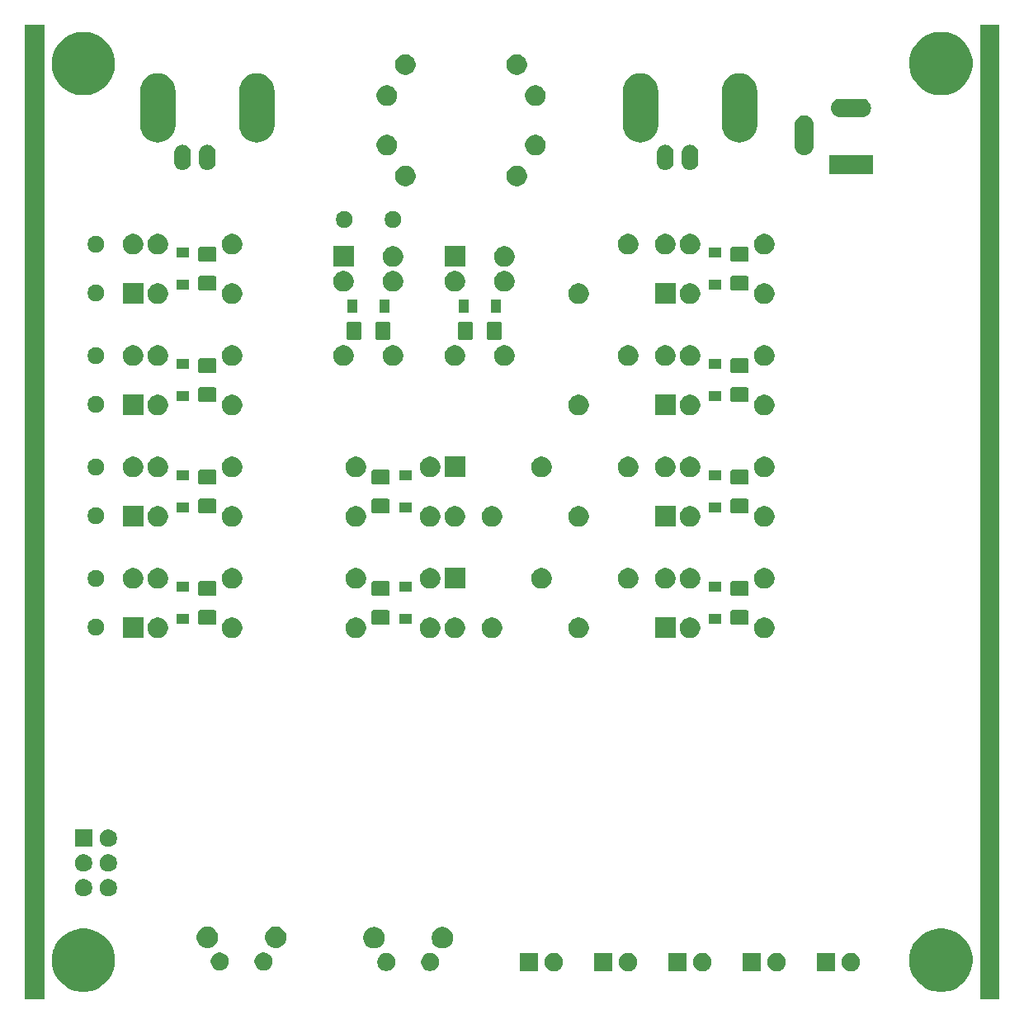
<source format=gbr>
G04 #@! TF.GenerationSoftware,KiCad,Pcbnew,5.1.5+dfsg1-2build2*
G04 #@! TF.CreationDate,2020-12-01T23:40:43+01:00*
G04 #@! TF.ProjectId,ATU,4154552e-6b69-4636-9164-5f7063625858,0*
G04 #@! TF.SameCoordinates,Original*
G04 #@! TF.FileFunction,Soldermask,Bot*
G04 #@! TF.FilePolarity,Negative*
%FSLAX46Y46*%
G04 Gerber Fmt 4.6, Leading zero omitted, Abs format (unit mm)*
G04 Created by KiCad (PCBNEW 5.1.5+dfsg1-2build2) date 2020-12-01 23:40:43*
%MOMM*%
%LPD*%
G04 APERTURE LIST*
%ADD10C,0.100000*%
G04 APERTURE END LIST*
D10*
G36*
X139000000Y-142000000D02*
G01*
X137000000Y-142000000D01*
X137000000Y-42000000D01*
X139000000Y-42000000D01*
X139000000Y-142000000D01*
G37*
G36*
X41000000Y-142000000D02*
G01*
X39000000Y-142000000D01*
X39000000Y-42000000D01*
X41000000Y-42000000D01*
X41000000Y-142000000D01*
G37*
G36*
X133550423Y-134794795D02*
G01*
X133948282Y-134873934D01*
X134539926Y-135119001D01*
X135072392Y-135474784D01*
X135525216Y-135927608D01*
X135880999Y-136460074D01*
X136004689Y-136758689D01*
X136126066Y-137051719D01*
X136251000Y-137679803D01*
X136251000Y-138320197D01*
X136223171Y-138460103D01*
X136126066Y-138948282D01*
X135880999Y-139539926D01*
X135525216Y-140072392D01*
X135072392Y-140525216D01*
X134539926Y-140880999D01*
X133948282Y-141126066D01*
X133634239Y-141188533D01*
X133320197Y-141251000D01*
X132679803Y-141251000D01*
X132365761Y-141188533D01*
X132051718Y-141126066D01*
X131460074Y-140880999D01*
X130927608Y-140525216D01*
X130474784Y-140072392D01*
X130119001Y-139539926D01*
X129873934Y-138948282D01*
X129776829Y-138460103D01*
X129749000Y-138320197D01*
X129749000Y-137679803D01*
X129873934Y-137051719D01*
X129995311Y-136758689D01*
X130119001Y-136460074D01*
X130474784Y-135927608D01*
X130927608Y-135474784D01*
X131460074Y-135119001D01*
X132051718Y-134873934D01*
X132449577Y-134794795D01*
X132679803Y-134749000D01*
X133320197Y-134749000D01*
X133550423Y-134794795D01*
G37*
G36*
X45550423Y-134794795D02*
G01*
X45948282Y-134873934D01*
X46539926Y-135119001D01*
X47072392Y-135474784D01*
X47525216Y-135927608D01*
X47880999Y-136460074D01*
X48004689Y-136758689D01*
X48126066Y-137051719D01*
X48251000Y-137679803D01*
X48251000Y-138320197D01*
X48223171Y-138460103D01*
X48126066Y-138948282D01*
X47880999Y-139539926D01*
X47525216Y-140072392D01*
X47072392Y-140525216D01*
X46539926Y-140880999D01*
X45948282Y-141126066D01*
X45634239Y-141188533D01*
X45320197Y-141251000D01*
X44679803Y-141251000D01*
X44365761Y-141188533D01*
X44051718Y-141126066D01*
X43460074Y-140880999D01*
X42927608Y-140525216D01*
X42474784Y-140072392D01*
X42119001Y-139539926D01*
X41873934Y-138948282D01*
X41776829Y-138460103D01*
X41749000Y-138320197D01*
X41749000Y-137679803D01*
X41873934Y-137051719D01*
X41995311Y-136758689D01*
X42119001Y-136460074D01*
X42474784Y-135927608D01*
X42927608Y-135474784D01*
X43460074Y-135119001D01*
X44051718Y-134873934D01*
X44449577Y-134794795D01*
X44679803Y-134749000D01*
X45320197Y-134749000D01*
X45550423Y-134794795D01*
G37*
G36*
X122171000Y-139141000D02*
G01*
X120269000Y-139141000D01*
X120269000Y-137239000D01*
X122171000Y-137239000D01*
X122171000Y-139141000D01*
G37*
G36*
X114551000Y-139141000D02*
G01*
X112649000Y-139141000D01*
X112649000Y-137239000D01*
X114551000Y-137239000D01*
X114551000Y-139141000D01*
G37*
G36*
X116417395Y-137275546D02*
G01*
X116590466Y-137347234D01*
X116590467Y-137347235D01*
X116746227Y-137451310D01*
X116878690Y-137583773D01*
X116889752Y-137600329D01*
X116982766Y-137739534D01*
X117054454Y-137912605D01*
X117091000Y-138096333D01*
X117091000Y-138283667D01*
X117054454Y-138467395D01*
X116982766Y-138640466D01*
X116982765Y-138640467D01*
X116878690Y-138796227D01*
X116746227Y-138928690D01*
X116667818Y-138981081D01*
X116590466Y-139032766D01*
X116417395Y-139104454D01*
X116233667Y-139141000D01*
X116046333Y-139141000D01*
X115862605Y-139104454D01*
X115689534Y-139032766D01*
X115612182Y-138981081D01*
X115533773Y-138928690D01*
X115401310Y-138796227D01*
X115297235Y-138640467D01*
X115297234Y-138640466D01*
X115225546Y-138467395D01*
X115189000Y-138283667D01*
X115189000Y-138096333D01*
X115225546Y-137912605D01*
X115297234Y-137739534D01*
X115390248Y-137600329D01*
X115401310Y-137583773D01*
X115533773Y-137451310D01*
X115689533Y-137347235D01*
X115689534Y-137347234D01*
X115862605Y-137275546D01*
X116046333Y-137239000D01*
X116233667Y-137239000D01*
X116417395Y-137275546D01*
G37*
G36*
X106931000Y-139141000D02*
G01*
X105029000Y-139141000D01*
X105029000Y-137239000D01*
X106931000Y-137239000D01*
X106931000Y-139141000D01*
G37*
G36*
X108797395Y-137275546D02*
G01*
X108970466Y-137347234D01*
X108970467Y-137347235D01*
X109126227Y-137451310D01*
X109258690Y-137583773D01*
X109269752Y-137600329D01*
X109362766Y-137739534D01*
X109434454Y-137912605D01*
X109471000Y-138096333D01*
X109471000Y-138283667D01*
X109434454Y-138467395D01*
X109362766Y-138640466D01*
X109362765Y-138640467D01*
X109258690Y-138796227D01*
X109126227Y-138928690D01*
X109047818Y-138981081D01*
X108970466Y-139032766D01*
X108797395Y-139104454D01*
X108613667Y-139141000D01*
X108426333Y-139141000D01*
X108242605Y-139104454D01*
X108069534Y-139032766D01*
X107992182Y-138981081D01*
X107913773Y-138928690D01*
X107781310Y-138796227D01*
X107677235Y-138640467D01*
X107677234Y-138640466D01*
X107605546Y-138467395D01*
X107569000Y-138283667D01*
X107569000Y-138096333D01*
X107605546Y-137912605D01*
X107677234Y-137739534D01*
X107770248Y-137600329D01*
X107781310Y-137583773D01*
X107913773Y-137451310D01*
X108069533Y-137347235D01*
X108069534Y-137347234D01*
X108242605Y-137275546D01*
X108426333Y-137239000D01*
X108613667Y-137239000D01*
X108797395Y-137275546D01*
G37*
G36*
X99311000Y-139141000D02*
G01*
X97409000Y-139141000D01*
X97409000Y-137239000D01*
X99311000Y-137239000D01*
X99311000Y-139141000D01*
G37*
G36*
X101177395Y-137275546D02*
G01*
X101350466Y-137347234D01*
X101350467Y-137347235D01*
X101506227Y-137451310D01*
X101638690Y-137583773D01*
X101649752Y-137600329D01*
X101742766Y-137739534D01*
X101814454Y-137912605D01*
X101851000Y-138096333D01*
X101851000Y-138283667D01*
X101814454Y-138467395D01*
X101742766Y-138640466D01*
X101742765Y-138640467D01*
X101638690Y-138796227D01*
X101506227Y-138928690D01*
X101427818Y-138981081D01*
X101350466Y-139032766D01*
X101177395Y-139104454D01*
X100993667Y-139141000D01*
X100806333Y-139141000D01*
X100622605Y-139104454D01*
X100449534Y-139032766D01*
X100372182Y-138981081D01*
X100293773Y-138928690D01*
X100161310Y-138796227D01*
X100057235Y-138640467D01*
X100057234Y-138640466D01*
X99985546Y-138467395D01*
X99949000Y-138283667D01*
X99949000Y-138096333D01*
X99985546Y-137912605D01*
X100057234Y-137739534D01*
X100150248Y-137600329D01*
X100161310Y-137583773D01*
X100293773Y-137451310D01*
X100449533Y-137347235D01*
X100449534Y-137347234D01*
X100622605Y-137275546D01*
X100806333Y-137239000D01*
X100993667Y-137239000D01*
X101177395Y-137275546D01*
G37*
G36*
X91691000Y-139141000D02*
G01*
X89789000Y-139141000D01*
X89789000Y-137239000D01*
X91691000Y-137239000D01*
X91691000Y-139141000D01*
G37*
G36*
X124037395Y-137275546D02*
G01*
X124210466Y-137347234D01*
X124210467Y-137347235D01*
X124366227Y-137451310D01*
X124498690Y-137583773D01*
X124509752Y-137600329D01*
X124602766Y-137739534D01*
X124674454Y-137912605D01*
X124711000Y-138096333D01*
X124711000Y-138283667D01*
X124674454Y-138467395D01*
X124602766Y-138640466D01*
X124602765Y-138640467D01*
X124498690Y-138796227D01*
X124366227Y-138928690D01*
X124287818Y-138981081D01*
X124210466Y-139032766D01*
X124037395Y-139104454D01*
X123853667Y-139141000D01*
X123666333Y-139141000D01*
X123482605Y-139104454D01*
X123309534Y-139032766D01*
X123232182Y-138981081D01*
X123153773Y-138928690D01*
X123021310Y-138796227D01*
X122917235Y-138640467D01*
X122917234Y-138640466D01*
X122845546Y-138467395D01*
X122809000Y-138283667D01*
X122809000Y-138096333D01*
X122845546Y-137912605D01*
X122917234Y-137739534D01*
X123010248Y-137600329D01*
X123021310Y-137583773D01*
X123153773Y-137451310D01*
X123309533Y-137347235D01*
X123309534Y-137347234D01*
X123482605Y-137275546D01*
X123666333Y-137239000D01*
X123853667Y-137239000D01*
X124037395Y-137275546D01*
G37*
G36*
X93557395Y-137275546D02*
G01*
X93730466Y-137347234D01*
X93730467Y-137347235D01*
X93886227Y-137451310D01*
X94018690Y-137583773D01*
X94029752Y-137600329D01*
X94122766Y-137739534D01*
X94194454Y-137912605D01*
X94231000Y-138096333D01*
X94231000Y-138283667D01*
X94194454Y-138467395D01*
X94122766Y-138640466D01*
X94122765Y-138640467D01*
X94018690Y-138796227D01*
X93886227Y-138928690D01*
X93807818Y-138981081D01*
X93730466Y-139032766D01*
X93557395Y-139104454D01*
X93373667Y-139141000D01*
X93186333Y-139141000D01*
X93002605Y-139104454D01*
X92829534Y-139032766D01*
X92752182Y-138981081D01*
X92673773Y-138928690D01*
X92541310Y-138796227D01*
X92437235Y-138640467D01*
X92437234Y-138640466D01*
X92365546Y-138467395D01*
X92329000Y-138283667D01*
X92329000Y-138096333D01*
X92365546Y-137912605D01*
X92437234Y-137739534D01*
X92530248Y-137600329D01*
X92541310Y-137583773D01*
X92673773Y-137451310D01*
X92829533Y-137347235D01*
X92829534Y-137347234D01*
X93002605Y-137275546D01*
X93186333Y-137239000D01*
X93373667Y-137239000D01*
X93557395Y-137275546D01*
G37*
G36*
X76350104Y-137299585D02*
G01*
X76518626Y-137369389D01*
X76670291Y-137470728D01*
X76799272Y-137599709D01*
X76900611Y-137751374D01*
X76970415Y-137919896D01*
X77006000Y-138098797D01*
X77006000Y-138281203D01*
X76970415Y-138460104D01*
X76900611Y-138628626D01*
X76799272Y-138780291D01*
X76670291Y-138909272D01*
X76518626Y-139010611D01*
X76350104Y-139080415D01*
X76171203Y-139116000D01*
X75988797Y-139116000D01*
X75809896Y-139080415D01*
X75641374Y-139010611D01*
X75489709Y-138909272D01*
X75360728Y-138780291D01*
X75259389Y-138628626D01*
X75189585Y-138460104D01*
X75154000Y-138281203D01*
X75154000Y-138098797D01*
X75189585Y-137919896D01*
X75259389Y-137751374D01*
X75360728Y-137599709D01*
X75489709Y-137470728D01*
X75641374Y-137369389D01*
X75809896Y-137299585D01*
X75988797Y-137264000D01*
X76171203Y-137264000D01*
X76350104Y-137299585D01*
G37*
G36*
X80850104Y-137299585D02*
G01*
X81018626Y-137369389D01*
X81170291Y-137470728D01*
X81299272Y-137599709D01*
X81400611Y-137751374D01*
X81470415Y-137919896D01*
X81506000Y-138098797D01*
X81506000Y-138281203D01*
X81470415Y-138460104D01*
X81400611Y-138628626D01*
X81299272Y-138780291D01*
X81170291Y-138909272D01*
X81018626Y-139010611D01*
X80850104Y-139080415D01*
X80671203Y-139116000D01*
X80488797Y-139116000D01*
X80309896Y-139080415D01*
X80141374Y-139010611D01*
X79989709Y-138909272D01*
X79860728Y-138780291D01*
X79759389Y-138628626D01*
X79689585Y-138460104D01*
X79654000Y-138281203D01*
X79654000Y-138098797D01*
X79689585Y-137919896D01*
X79759389Y-137751374D01*
X79860728Y-137599709D01*
X79989709Y-137470728D01*
X80141374Y-137369389D01*
X80309896Y-137299585D01*
X80488797Y-137264000D01*
X80671203Y-137264000D01*
X80850104Y-137299585D01*
G37*
G36*
X63760104Y-137249585D02*
G01*
X63928626Y-137319389D01*
X64080291Y-137420728D01*
X64209272Y-137549709D01*
X64310611Y-137701374D01*
X64380415Y-137869896D01*
X64416000Y-138048797D01*
X64416000Y-138231203D01*
X64380415Y-138410104D01*
X64310611Y-138578626D01*
X64209272Y-138730291D01*
X64080291Y-138859272D01*
X63928626Y-138960611D01*
X63760104Y-139030415D01*
X63581203Y-139066000D01*
X63398797Y-139066000D01*
X63219896Y-139030415D01*
X63051374Y-138960611D01*
X62899709Y-138859272D01*
X62770728Y-138730291D01*
X62669389Y-138578626D01*
X62599585Y-138410104D01*
X62564000Y-138231203D01*
X62564000Y-138048797D01*
X62599585Y-137869896D01*
X62669389Y-137701374D01*
X62770728Y-137549709D01*
X62899709Y-137420728D01*
X63051374Y-137319389D01*
X63219896Y-137249585D01*
X63398797Y-137214000D01*
X63581203Y-137214000D01*
X63760104Y-137249585D01*
G37*
G36*
X59260104Y-137249585D02*
G01*
X59428626Y-137319389D01*
X59580291Y-137420728D01*
X59709272Y-137549709D01*
X59810611Y-137701374D01*
X59880415Y-137869896D01*
X59916000Y-138048797D01*
X59916000Y-138231203D01*
X59880415Y-138410104D01*
X59810611Y-138578626D01*
X59709272Y-138730291D01*
X59580291Y-138859272D01*
X59428626Y-138960611D01*
X59260104Y-139030415D01*
X59081203Y-139066000D01*
X58898797Y-139066000D01*
X58719896Y-139030415D01*
X58551374Y-138960611D01*
X58399709Y-138859272D01*
X58270728Y-138730291D01*
X58169389Y-138578626D01*
X58099585Y-138410104D01*
X58064000Y-138231203D01*
X58064000Y-138048797D01*
X58099585Y-137869896D01*
X58169389Y-137701374D01*
X58270728Y-137549709D01*
X58399709Y-137420728D01*
X58551374Y-137319389D01*
X58719896Y-137249585D01*
X58898797Y-137214000D01*
X59081203Y-137214000D01*
X59260104Y-137249585D01*
G37*
G36*
X82044794Y-134620155D02*
G01*
X82151150Y-134641311D01*
X82230809Y-134674307D01*
X82351520Y-134724307D01*
X82531844Y-134844795D01*
X82685205Y-134998156D01*
X82805693Y-135178480D01*
X82805693Y-135178481D01*
X82888689Y-135378850D01*
X82931000Y-135591561D01*
X82931000Y-135808439D01*
X82888689Y-136021150D01*
X82860454Y-136089315D01*
X82805693Y-136221520D01*
X82685205Y-136401844D01*
X82531844Y-136555205D01*
X82351520Y-136675693D01*
X82286524Y-136702615D01*
X82151150Y-136758689D01*
X82044795Y-136779844D01*
X81938440Y-136801000D01*
X81721560Y-136801000D01*
X81615205Y-136779844D01*
X81508850Y-136758689D01*
X81373476Y-136702615D01*
X81308480Y-136675693D01*
X81128156Y-136555205D01*
X80974795Y-136401844D01*
X80854307Y-136221520D01*
X80799546Y-136089315D01*
X80771311Y-136021150D01*
X80729000Y-135808439D01*
X80729000Y-135591561D01*
X80771311Y-135378850D01*
X80854307Y-135178481D01*
X80854307Y-135178480D01*
X80974795Y-134998156D01*
X81128156Y-134844795D01*
X81308480Y-134724307D01*
X81429191Y-134674307D01*
X81508850Y-134641311D01*
X81615206Y-134620155D01*
X81721560Y-134599000D01*
X81938440Y-134599000D01*
X82044794Y-134620155D01*
G37*
G36*
X75034794Y-134620155D02*
G01*
X75141150Y-134641311D01*
X75220809Y-134674307D01*
X75341520Y-134724307D01*
X75521844Y-134844795D01*
X75675205Y-134998156D01*
X75795693Y-135178480D01*
X75795693Y-135178481D01*
X75878689Y-135378850D01*
X75921000Y-135591561D01*
X75921000Y-135808439D01*
X75878689Y-136021150D01*
X75850454Y-136089315D01*
X75795693Y-136221520D01*
X75675205Y-136401844D01*
X75521844Y-136555205D01*
X75341520Y-136675693D01*
X75276524Y-136702615D01*
X75141150Y-136758689D01*
X75034795Y-136779844D01*
X74928440Y-136801000D01*
X74711560Y-136801000D01*
X74605205Y-136779844D01*
X74498850Y-136758689D01*
X74363476Y-136702615D01*
X74298480Y-136675693D01*
X74118156Y-136555205D01*
X73964795Y-136401844D01*
X73844307Y-136221520D01*
X73789546Y-136089315D01*
X73761311Y-136021150D01*
X73719000Y-135808439D01*
X73719000Y-135591561D01*
X73761311Y-135378850D01*
X73844307Y-135178481D01*
X73844307Y-135178480D01*
X73964795Y-134998156D01*
X74118156Y-134844795D01*
X74298480Y-134724307D01*
X74419191Y-134674307D01*
X74498850Y-134641311D01*
X74605206Y-134620155D01*
X74711560Y-134599000D01*
X74928440Y-134599000D01*
X75034794Y-134620155D01*
G37*
G36*
X57944795Y-134570156D02*
G01*
X58051150Y-134591311D01*
X58251520Y-134674307D01*
X58431844Y-134794795D01*
X58585205Y-134948156D01*
X58705693Y-135128480D01*
X58726404Y-135178481D01*
X58788689Y-135328850D01*
X58831000Y-135541561D01*
X58831000Y-135758439D01*
X58788689Y-135971150D01*
X58767978Y-136021150D01*
X58705693Y-136171520D01*
X58585205Y-136351844D01*
X58431844Y-136505205D01*
X58251520Y-136625693D01*
X58184972Y-136653258D01*
X58051150Y-136708689D01*
X57944794Y-136729845D01*
X57838440Y-136751000D01*
X57621560Y-136751000D01*
X57515206Y-136729845D01*
X57408850Y-136708689D01*
X57275028Y-136653258D01*
X57208480Y-136625693D01*
X57028156Y-136505205D01*
X56874795Y-136351844D01*
X56754307Y-136171520D01*
X56692022Y-136021150D01*
X56671311Y-135971150D01*
X56629000Y-135758439D01*
X56629000Y-135541561D01*
X56671311Y-135328850D01*
X56733596Y-135178481D01*
X56754307Y-135128480D01*
X56874795Y-134948156D01*
X57028156Y-134794795D01*
X57208480Y-134674307D01*
X57408850Y-134591311D01*
X57515205Y-134570156D01*
X57621560Y-134549000D01*
X57838440Y-134549000D01*
X57944795Y-134570156D01*
G37*
G36*
X64954795Y-134570156D02*
G01*
X65061150Y-134591311D01*
X65261520Y-134674307D01*
X65441844Y-134794795D01*
X65595205Y-134948156D01*
X65715693Y-135128480D01*
X65736404Y-135178481D01*
X65798689Y-135328850D01*
X65841000Y-135541561D01*
X65841000Y-135758439D01*
X65798689Y-135971150D01*
X65777978Y-136021150D01*
X65715693Y-136171520D01*
X65595205Y-136351844D01*
X65441844Y-136505205D01*
X65261520Y-136625693D01*
X65194972Y-136653258D01*
X65061150Y-136708689D01*
X64954794Y-136729845D01*
X64848440Y-136751000D01*
X64631560Y-136751000D01*
X64525206Y-136729845D01*
X64418850Y-136708689D01*
X64285028Y-136653258D01*
X64218480Y-136625693D01*
X64038156Y-136505205D01*
X63884795Y-136351844D01*
X63764307Y-136171520D01*
X63702022Y-136021150D01*
X63681311Y-135971150D01*
X63639000Y-135758439D01*
X63639000Y-135541561D01*
X63681311Y-135328850D01*
X63743596Y-135178481D01*
X63764307Y-135128480D01*
X63884795Y-134948156D01*
X64038156Y-134794795D01*
X64218480Y-134674307D01*
X64418850Y-134591311D01*
X64525205Y-134570156D01*
X64631560Y-134549000D01*
X64848440Y-134549000D01*
X64954795Y-134570156D01*
G37*
G36*
X47673512Y-129673927D02*
G01*
X47822812Y-129703624D01*
X47986784Y-129771544D01*
X48134354Y-129870147D01*
X48259853Y-129995646D01*
X48358456Y-130143216D01*
X48426376Y-130307188D01*
X48461000Y-130481259D01*
X48461000Y-130658741D01*
X48426376Y-130832812D01*
X48358456Y-130996784D01*
X48259853Y-131144354D01*
X48134354Y-131269853D01*
X47986784Y-131368456D01*
X47822812Y-131436376D01*
X47673512Y-131466073D01*
X47648742Y-131471000D01*
X47471258Y-131471000D01*
X47446488Y-131466073D01*
X47297188Y-131436376D01*
X47133216Y-131368456D01*
X46985646Y-131269853D01*
X46860147Y-131144354D01*
X46761544Y-130996784D01*
X46693624Y-130832812D01*
X46659000Y-130658741D01*
X46659000Y-130481259D01*
X46693624Y-130307188D01*
X46761544Y-130143216D01*
X46860147Y-129995646D01*
X46985646Y-129870147D01*
X47133216Y-129771544D01*
X47297188Y-129703624D01*
X47446488Y-129673927D01*
X47471258Y-129669000D01*
X47648742Y-129669000D01*
X47673512Y-129673927D01*
G37*
G36*
X45133512Y-129673927D02*
G01*
X45282812Y-129703624D01*
X45446784Y-129771544D01*
X45594354Y-129870147D01*
X45719853Y-129995646D01*
X45818456Y-130143216D01*
X45886376Y-130307188D01*
X45921000Y-130481259D01*
X45921000Y-130658741D01*
X45886376Y-130832812D01*
X45818456Y-130996784D01*
X45719853Y-131144354D01*
X45594354Y-131269853D01*
X45446784Y-131368456D01*
X45282812Y-131436376D01*
X45133512Y-131466073D01*
X45108742Y-131471000D01*
X44931258Y-131471000D01*
X44906488Y-131466073D01*
X44757188Y-131436376D01*
X44593216Y-131368456D01*
X44445646Y-131269853D01*
X44320147Y-131144354D01*
X44221544Y-130996784D01*
X44153624Y-130832812D01*
X44119000Y-130658741D01*
X44119000Y-130481259D01*
X44153624Y-130307188D01*
X44221544Y-130143216D01*
X44320147Y-129995646D01*
X44445646Y-129870147D01*
X44593216Y-129771544D01*
X44757188Y-129703624D01*
X44906488Y-129673927D01*
X44931258Y-129669000D01*
X45108742Y-129669000D01*
X45133512Y-129673927D01*
G37*
G36*
X47673512Y-127133927D02*
G01*
X47822812Y-127163624D01*
X47986784Y-127231544D01*
X48134354Y-127330147D01*
X48259853Y-127455646D01*
X48358456Y-127603216D01*
X48426376Y-127767188D01*
X48461000Y-127941259D01*
X48461000Y-128118741D01*
X48426376Y-128292812D01*
X48358456Y-128456784D01*
X48259853Y-128604354D01*
X48134354Y-128729853D01*
X47986784Y-128828456D01*
X47822812Y-128896376D01*
X47673512Y-128926073D01*
X47648742Y-128931000D01*
X47471258Y-128931000D01*
X47446488Y-128926073D01*
X47297188Y-128896376D01*
X47133216Y-128828456D01*
X46985646Y-128729853D01*
X46860147Y-128604354D01*
X46761544Y-128456784D01*
X46693624Y-128292812D01*
X46659000Y-128118741D01*
X46659000Y-127941259D01*
X46693624Y-127767188D01*
X46761544Y-127603216D01*
X46860147Y-127455646D01*
X46985646Y-127330147D01*
X47133216Y-127231544D01*
X47297188Y-127163624D01*
X47446488Y-127133927D01*
X47471258Y-127129000D01*
X47648742Y-127129000D01*
X47673512Y-127133927D01*
G37*
G36*
X45133512Y-127133927D02*
G01*
X45282812Y-127163624D01*
X45446784Y-127231544D01*
X45594354Y-127330147D01*
X45719853Y-127455646D01*
X45818456Y-127603216D01*
X45886376Y-127767188D01*
X45921000Y-127941259D01*
X45921000Y-128118741D01*
X45886376Y-128292812D01*
X45818456Y-128456784D01*
X45719853Y-128604354D01*
X45594354Y-128729853D01*
X45446784Y-128828456D01*
X45282812Y-128896376D01*
X45133512Y-128926073D01*
X45108742Y-128931000D01*
X44931258Y-128931000D01*
X44906488Y-128926073D01*
X44757188Y-128896376D01*
X44593216Y-128828456D01*
X44445646Y-128729853D01*
X44320147Y-128604354D01*
X44221544Y-128456784D01*
X44153624Y-128292812D01*
X44119000Y-128118741D01*
X44119000Y-127941259D01*
X44153624Y-127767188D01*
X44221544Y-127603216D01*
X44320147Y-127455646D01*
X44445646Y-127330147D01*
X44593216Y-127231544D01*
X44757188Y-127163624D01*
X44906488Y-127133927D01*
X44931258Y-127129000D01*
X45108742Y-127129000D01*
X45133512Y-127133927D01*
G37*
G36*
X47673512Y-124593927D02*
G01*
X47822812Y-124623624D01*
X47986784Y-124691544D01*
X48134354Y-124790147D01*
X48259853Y-124915646D01*
X48358456Y-125063216D01*
X48426376Y-125227188D01*
X48461000Y-125401259D01*
X48461000Y-125578741D01*
X48426376Y-125752812D01*
X48358456Y-125916784D01*
X48259853Y-126064354D01*
X48134354Y-126189853D01*
X47986784Y-126288456D01*
X47822812Y-126356376D01*
X47673512Y-126386073D01*
X47648742Y-126391000D01*
X47471258Y-126391000D01*
X47446488Y-126386073D01*
X47297188Y-126356376D01*
X47133216Y-126288456D01*
X46985646Y-126189853D01*
X46860147Y-126064354D01*
X46761544Y-125916784D01*
X46693624Y-125752812D01*
X46659000Y-125578741D01*
X46659000Y-125401259D01*
X46693624Y-125227188D01*
X46761544Y-125063216D01*
X46860147Y-124915646D01*
X46985646Y-124790147D01*
X47133216Y-124691544D01*
X47297188Y-124623624D01*
X47446488Y-124593927D01*
X47471258Y-124589000D01*
X47648742Y-124589000D01*
X47673512Y-124593927D01*
G37*
G36*
X45921000Y-126391000D02*
G01*
X44119000Y-126391000D01*
X44119000Y-124589000D01*
X45921000Y-124589000D01*
X45921000Y-126391000D01*
G37*
G36*
X107556564Y-102889389D02*
G01*
X107747833Y-102968615D01*
X107747835Y-102968616D01*
X107797353Y-103001703D01*
X107919973Y-103083635D01*
X108066365Y-103230027D01*
X108181385Y-103402167D01*
X108260611Y-103593436D01*
X108301000Y-103796484D01*
X108301000Y-104003516D01*
X108260611Y-104206564D01*
X108196028Y-104362481D01*
X108181384Y-104397835D01*
X108066365Y-104569973D01*
X107919973Y-104716365D01*
X107747835Y-104831384D01*
X107747834Y-104831385D01*
X107747833Y-104831385D01*
X107556564Y-104910611D01*
X107353516Y-104951000D01*
X107146484Y-104951000D01*
X106943436Y-104910611D01*
X106752167Y-104831385D01*
X106752166Y-104831385D01*
X106752165Y-104831384D01*
X106580027Y-104716365D01*
X106433635Y-104569973D01*
X106318616Y-104397835D01*
X106303972Y-104362481D01*
X106239389Y-104206564D01*
X106199000Y-104003516D01*
X106199000Y-103796484D01*
X106239389Y-103593436D01*
X106318615Y-103402167D01*
X106433635Y-103230027D01*
X106580027Y-103083635D01*
X106702647Y-103001703D01*
X106752165Y-102968616D01*
X106752167Y-102968615D01*
X106943436Y-102889389D01*
X107146484Y-102849000D01*
X107353516Y-102849000D01*
X107556564Y-102889389D01*
G37*
G36*
X115176564Y-102889389D02*
G01*
X115367833Y-102968615D01*
X115367835Y-102968616D01*
X115417353Y-103001703D01*
X115539973Y-103083635D01*
X115686365Y-103230027D01*
X115801385Y-103402167D01*
X115880611Y-103593436D01*
X115921000Y-103796484D01*
X115921000Y-104003516D01*
X115880611Y-104206564D01*
X115816028Y-104362481D01*
X115801384Y-104397835D01*
X115686365Y-104569973D01*
X115539973Y-104716365D01*
X115367835Y-104831384D01*
X115367834Y-104831385D01*
X115367833Y-104831385D01*
X115176564Y-104910611D01*
X114973516Y-104951000D01*
X114766484Y-104951000D01*
X114563436Y-104910611D01*
X114372167Y-104831385D01*
X114372166Y-104831385D01*
X114372165Y-104831384D01*
X114200027Y-104716365D01*
X114053635Y-104569973D01*
X113938616Y-104397835D01*
X113923972Y-104362481D01*
X113859389Y-104206564D01*
X113819000Y-104003516D01*
X113819000Y-103796484D01*
X113859389Y-103593436D01*
X113938615Y-103402167D01*
X114053635Y-103230027D01*
X114200027Y-103083635D01*
X114322647Y-103001703D01*
X114372165Y-102968616D01*
X114372167Y-102968615D01*
X114563436Y-102889389D01*
X114766484Y-102849000D01*
X114973516Y-102849000D01*
X115176564Y-102889389D01*
G37*
G36*
X87236564Y-102889389D02*
G01*
X87427833Y-102968615D01*
X87427835Y-102968616D01*
X87477353Y-103001703D01*
X87599973Y-103083635D01*
X87746365Y-103230027D01*
X87861385Y-103402167D01*
X87940611Y-103593436D01*
X87981000Y-103796484D01*
X87981000Y-104003516D01*
X87940611Y-104206564D01*
X87876028Y-104362481D01*
X87861384Y-104397835D01*
X87746365Y-104569973D01*
X87599973Y-104716365D01*
X87427835Y-104831384D01*
X87427834Y-104831385D01*
X87427833Y-104831385D01*
X87236564Y-104910611D01*
X87033516Y-104951000D01*
X86826484Y-104951000D01*
X86623436Y-104910611D01*
X86432167Y-104831385D01*
X86432166Y-104831385D01*
X86432165Y-104831384D01*
X86260027Y-104716365D01*
X86113635Y-104569973D01*
X85998616Y-104397835D01*
X85983972Y-104362481D01*
X85919389Y-104206564D01*
X85879000Y-104003516D01*
X85879000Y-103796484D01*
X85919389Y-103593436D01*
X85998615Y-103402167D01*
X86113635Y-103230027D01*
X86260027Y-103083635D01*
X86382647Y-103001703D01*
X86432165Y-102968616D01*
X86432167Y-102968615D01*
X86623436Y-102889389D01*
X86826484Y-102849000D01*
X87033516Y-102849000D01*
X87236564Y-102889389D01*
G37*
G36*
X96126564Y-102889389D02*
G01*
X96317833Y-102968615D01*
X96317835Y-102968616D01*
X96367353Y-103001703D01*
X96489973Y-103083635D01*
X96636365Y-103230027D01*
X96751385Y-103402167D01*
X96830611Y-103593436D01*
X96871000Y-103796484D01*
X96871000Y-104003516D01*
X96830611Y-104206564D01*
X96766028Y-104362481D01*
X96751384Y-104397835D01*
X96636365Y-104569973D01*
X96489973Y-104716365D01*
X96317835Y-104831384D01*
X96317834Y-104831385D01*
X96317833Y-104831385D01*
X96126564Y-104910611D01*
X95923516Y-104951000D01*
X95716484Y-104951000D01*
X95513436Y-104910611D01*
X95322167Y-104831385D01*
X95322166Y-104831385D01*
X95322165Y-104831384D01*
X95150027Y-104716365D01*
X95003635Y-104569973D01*
X94888616Y-104397835D01*
X94873972Y-104362481D01*
X94809389Y-104206564D01*
X94769000Y-104003516D01*
X94769000Y-103796484D01*
X94809389Y-103593436D01*
X94888615Y-103402167D01*
X95003635Y-103230027D01*
X95150027Y-103083635D01*
X95272647Y-103001703D01*
X95322165Y-102968616D01*
X95322167Y-102968615D01*
X95513436Y-102889389D01*
X95716484Y-102849000D01*
X95923516Y-102849000D01*
X96126564Y-102889389D01*
G37*
G36*
X105761000Y-104951000D02*
G01*
X103659000Y-104951000D01*
X103659000Y-102849000D01*
X105761000Y-102849000D01*
X105761000Y-104951000D01*
G37*
G36*
X51151000Y-104951000D02*
G01*
X49049000Y-104951000D01*
X49049000Y-102849000D01*
X51151000Y-102849000D01*
X51151000Y-104951000D01*
G37*
G36*
X52946564Y-102889389D02*
G01*
X53137833Y-102968615D01*
X53137835Y-102968616D01*
X53187353Y-103001703D01*
X53309973Y-103083635D01*
X53456365Y-103230027D01*
X53571385Y-103402167D01*
X53650611Y-103593436D01*
X53691000Y-103796484D01*
X53691000Y-104003516D01*
X53650611Y-104206564D01*
X53586028Y-104362481D01*
X53571384Y-104397835D01*
X53456365Y-104569973D01*
X53309973Y-104716365D01*
X53137835Y-104831384D01*
X53137834Y-104831385D01*
X53137833Y-104831385D01*
X52946564Y-104910611D01*
X52743516Y-104951000D01*
X52536484Y-104951000D01*
X52333436Y-104910611D01*
X52142167Y-104831385D01*
X52142166Y-104831385D01*
X52142165Y-104831384D01*
X51970027Y-104716365D01*
X51823635Y-104569973D01*
X51708616Y-104397835D01*
X51693972Y-104362481D01*
X51629389Y-104206564D01*
X51589000Y-104003516D01*
X51589000Y-103796484D01*
X51629389Y-103593436D01*
X51708615Y-103402167D01*
X51823635Y-103230027D01*
X51970027Y-103083635D01*
X52092647Y-103001703D01*
X52142165Y-102968616D01*
X52142167Y-102968615D01*
X52333436Y-102889389D01*
X52536484Y-102849000D01*
X52743516Y-102849000D01*
X52946564Y-102889389D01*
G37*
G36*
X73266564Y-102889389D02*
G01*
X73457833Y-102968615D01*
X73457835Y-102968616D01*
X73507353Y-103001703D01*
X73629973Y-103083635D01*
X73776365Y-103230027D01*
X73891385Y-103402167D01*
X73970611Y-103593436D01*
X74011000Y-103796484D01*
X74011000Y-104003516D01*
X73970611Y-104206564D01*
X73906028Y-104362481D01*
X73891384Y-104397835D01*
X73776365Y-104569973D01*
X73629973Y-104716365D01*
X73457835Y-104831384D01*
X73457834Y-104831385D01*
X73457833Y-104831385D01*
X73266564Y-104910611D01*
X73063516Y-104951000D01*
X72856484Y-104951000D01*
X72653436Y-104910611D01*
X72462167Y-104831385D01*
X72462166Y-104831385D01*
X72462165Y-104831384D01*
X72290027Y-104716365D01*
X72143635Y-104569973D01*
X72028616Y-104397835D01*
X72013972Y-104362481D01*
X71949389Y-104206564D01*
X71909000Y-104003516D01*
X71909000Y-103796484D01*
X71949389Y-103593436D01*
X72028615Y-103402167D01*
X72143635Y-103230027D01*
X72290027Y-103083635D01*
X72412647Y-103001703D01*
X72462165Y-102968616D01*
X72462167Y-102968615D01*
X72653436Y-102889389D01*
X72856484Y-102849000D01*
X73063516Y-102849000D01*
X73266564Y-102889389D01*
G37*
G36*
X60566564Y-102889389D02*
G01*
X60757833Y-102968615D01*
X60757835Y-102968616D01*
X60807353Y-103001703D01*
X60929973Y-103083635D01*
X61076365Y-103230027D01*
X61191385Y-103402167D01*
X61270611Y-103593436D01*
X61311000Y-103796484D01*
X61311000Y-104003516D01*
X61270611Y-104206564D01*
X61206028Y-104362481D01*
X61191384Y-104397835D01*
X61076365Y-104569973D01*
X60929973Y-104716365D01*
X60757835Y-104831384D01*
X60757834Y-104831385D01*
X60757833Y-104831385D01*
X60566564Y-104910611D01*
X60363516Y-104951000D01*
X60156484Y-104951000D01*
X59953436Y-104910611D01*
X59762167Y-104831385D01*
X59762166Y-104831385D01*
X59762165Y-104831384D01*
X59590027Y-104716365D01*
X59443635Y-104569973D01*
X59328616Y-104397835D01*
X59313972Y-104362481D01*
X59249389Y-104206564D01*
X59209000Y-104003516D01*
X59209000Y-103796484D01*
X59249389Y-103593436D01*
X59328615Y-103402167D01*
X59443635Y-103230027D01*
X59590027Y-103083635D01*
X59712647Y-103001703D01*
X59762165Y-102968616D01*
X59762167Y-102968615D01*
X59953436Y-102889389D01*
X60156484Y-102849000D01*
X60363516Y-102849000D01*
X60566564Y-102889389D01*
G37*
G36*
X80886564Y-102889389D02*
G01*
X81077833Y-102968615D01*
X81077835Y-102968616D01*
X81127353Y-103001703D01*
X81249973Y-103083635D01*
X81396365Y-103230027D01*
X81511385Y-103402167D01*
X81590611Y-103593436D01*
X81631000Y-103796484D01*
X81631000Y-104003516D01*
X81590611Y-104206564D01*
X81526028Y-104362481D01*
X81511384Y-104397835D01*
X81396365Y-104569973D01*
X81249973Y-104716365D01*
X81077835Y-104831384D01*
X81077834Y-104831385D01*
X81077833Y-104831385D01*
X80886564Y-104910611D01*
X80683516Y-104951000D01*
X80476484Y-104951000D01*
X80273436Y-104910611D01*
X80082167Y-104831385D01*
X80082166Y-104831385D01*
X80082165Y-104831384D01*
X79910027Y-104716365D01*
X79763635Y-104569973D01*
X79648616Y-104397835D01*
X79633972Y-104362481D01*
X79569389Y-104206564D01*
X79529000Y-104003516D01*
X79529000Y-103796484D01*
X79569389Y-103593436D01*
X79648615Y-103402167D01*
X79763635Y-103230027D01*
X79910027Y-103083635D01*
X80032647Y-103001703D01*
X80082165Y-102968616D01*
X80082167Y-102968615D01*
X80273436Y-102889389D01*
X80476484Y-102849000D01*
X80683516Y-102849000D01*
X80886564Y-102889389D01*
G37*
G36*
X83426564Y-102889389D02*
G01*
X83617833Y-102968615D01*
X83617835Y-102968616D01*
X83667353Y-103001703D01*
X83789973Y-103083635D01*
X83936365Y-103230027D01*
X84051385Y-103402167D01*
X84130611Y-103593436D01*
X84171000Y-103796484D01*
X84171000Y-104003516D01*
X84130611Y-104206564D01*
X84066028Y-104362481D01*
X84051384Y-104397835D01*
X83936365Y-104569973D01*
X83789973Y-104716365D01*
X83617835Y-104831384D01*
X83617834Y-104831385D01*
X83617833Y-104831385D01*
X83426564Y-104910611D01*
X83223516Y-104951000D01*
X83016484Y-104951000D01*
X82813436Y-104910611D01*
X82622167Y-104831385D01*
X82622166Y-104831385D01*
X82622165Y-104831384D01*
X82450027Y-104716365D01*
X82303635Y-104569973D01*
X82188616Y-104397835D01*
X82173972Y-104362481D01*
X82109389Y-104206564D01*
X82069000Y-104003516D01*
X82069000Y-103796484D01*
X82109389Y-103593436D01*
X82188615Y-103402167D01*
X82303635Y-103230027D01*
X82450027Y-103083635D01*
X82572647Y-103001703D01*
X82622165Y-102968616D01*
X82622167Y-102968615D01*
X82813436Y-102889389D01*
X83016484Y-102849000D01*
X83223516Y-102849000D01*
X83426564Y-102889389D01*
G37*
G36*
X46538228Y-103001703D02*
G01*
X46693100Y-103065853D01*
X46832481Y-103158985D01*
X46951015Y-103277519D01*
X47044147Y-103416900D01*
X47108297Y-103571772D01*
X47141000Y-103736184D01*
X47141000Y-103903816D01*
X47108297Y-104068228D01*
X47044147Y-104223100D01*
X46951015Y-104362481D01*
X46832481Y-104481015D01*
X46693100Y-104574147D01*
X46538228Y-104638297D01*
X46373816Y-104671000D01*
X46206184Y-104671000D01*
X46041772Y-104638297D01*
X45886900Y-104574147D01*
X45747519Y-104481015D01*
X45628985Y-104362481D01*
X45535853Y-104223100D01*
X45471703Y-104068228D01*
X45439000Y-103903816D01*
X45439000Y-103736184D01*
X45471703Y-103571772D01*
X45535853Y-103416900D01*
X45628985Y-103277519D01*
X45747519Y-103158985D01*
X45886900Y-103065853D01*
X46041772Y-103001703D01*
X46206184Y-102969000D01*
X46373816Y-102969000D01*
X46538228Y-103001703D01*
G37*
G36*
X58495562Y-102088181D02*
G01*
X58530481Y-102098774D01*
X58562663Y-102115976D01*
X58590873Y-102139127D01*
X58614024Y-102167337D01*
X58631226Y-102199519D01*
X58641819Y-102234438D01*
X58646000Y-102276895D01*
X58646000Y-103418105D01*
X58641819Y-103460562D01*
X58631226Y-103495481D01*
X58614024Y-103527663D01*
X58590873Y-103555873D01*
X58562663Y-103579024D01*
X58530481Y-103596226D01*
X58495562Y-103606819D01*
X58453105Y-103611000D01*
X56986895Y-103611000D01*
X56944438Y-103606819D01*
X56909519Y-103596226D01*
X56877337Y-103579024D01*
X56849127Y-103555873D01*
X56825976Y-103527663D01*
X56808774Y-103495481D01*
X56798181Y-103460562D01*
X56794000Y-103418105D01*
X56794000Y-102276895D01*
X56798181Y-102234438D01*
X56808774Y-102199519D01*
X56825976Y-102167337D01*
X56849127Y-102139127D01*
X56877337Y-102115976D01*
X56909519Y-102098774D01*
X56944438Y-102088181D01*
X56986895Y-102084000D01*
X58453105Y-102084000D01*
X58495562Y-102088181D01*
G37*
G36*
X113105562Y-102088181D02*
G01*
X113140481Y-102098774D01*
X113172663Y-102115976D01*
X113200873Y-102139127D01*
X113224024Y-102167337D01*
X113241226Y-102199519D01*
X113251819Y-102234438D01*
X113256000Y-102276895D01*
X113256000Y-103418105D01*
X113251819Y-103460562D01*
X113241226Y-103495481D01*
X113224024Y-103527663D01*
X113200873Y-103555873D01*
X113172663Y-103579024D01*
X113140481Y-103596226D01*
X113105562Y-103606819D01*
X113063105Y-103611000D01*
X111596895Y-103611000D01*
X111554438Y-103606819D01*
X111519519Y-103596226D01*
X111487337Y-103579024D01*
X111459127Y-103555873D01*
X111435976Y-103527663D01*
X111418774Y-103495481D01*
X111408181Y-103460562D01*
X111404000Y-103418105D01*
X111404000Y-102276895D01*
X111408181Y-102234438D01*
X111418774Y-102199519D01*
X111435976Y-102167337D01*
X111459127Y-102139127D01*
X111487337Y-102115976D01*
X111519519Y-102098774D01*
X111554438Y-102088181D01*
X111596895Y-102084000D01*
X113063105Y-102084000D01*
X113105562Y-102088181D01*
G37*
G36*
X76275562Y-102088181D02*
G01*
X76310481Y-102098774D01*
X76342663Y-102115976D01*
X76370873Y-102139127D01*
X76394024Y-102167337D01*
X76411226Y-102199519D01*
X76421819Y-102234438D01*
X76426000Y-102276895D01*
X76426000Y-103418105D01*
X76421819Y-103460562D01*
X76411226Y-103495481D01*
X76394024Y-103527663D01*
X76370873Y-103555873D01*
X76342663Y-103579024D01*
X76310481Y-103596226D01*
X76275562Y-103606819D01*
X76233105Y-103611000D01*
X74766895Y-103611000D01*
X74724438Y-103606819D01*
X74689519Y-103596226D01*
X74657337Y-103579024D01*
X74629127Y-103555873D01*
X74605976Y-103527663D01*
X74588774Y-103495481D01*
X74578181Y-103460562D01*
X74574000Y-103418105D01*
X74574000Y-102276895D01*
X74578181Y-102234438D01*
X74588774Y-102199519D01*
X74605976Y-102167337D01*
X74629127Y-102139127D01*
X74657337Y-102115976D01*
X74689519Y-102098774D01*
X74724438Y-102088181D01*
X74766895Y-102084000D01*
X76233105Y-102084000D01*
X76275562Y-102088181D01*
G37*
G36*
X55831000Y-103511000D02*
G01*
X54529000Y-103511000D01*
X54529000Y-102509000D01*
X55831000Y-102509000D01*
X55831000Y-103511000D01*
G37*
G36*
X110441000Y-103511000D02*
G01*
X109139000Y-103511000D01*
X109139000Y-102509000D01*
X110441000Y-102509000D01*
X110441000Y-103511000D01*
G37*
G36*
X78691000Y-103511000D02*
G01*
X77389000Y-103511000D01*
X77389000Y-102509000D01*
X78691000Y-102509000D01*
X78691000Y-103511000D01*
G37*
G36*
X58495562Y-99113181D02*
G01*
X58530481Y-99123774D01*
X58562663Y-99140976D01*
X58590873Y-99164127D01*
X58614024Y-99192337D01*
X58631226Y-99224519D01*
X58641819Y-99259438D01*
X58646000Y-99301895D01*
X58646000Y-100443105D01*
X58641819Y-100485562D01*
X58631226Y-100520481D01*
X58614024Y-100552663D01*
X58590873Y-100580873D01*
X58562663Y-100604024D01*
X58530481Y-100621226D01*
X58495562Y-100631819D01*
X58453105Y-100636000D01*
X56986895Y-100636000D01*
X56944438Y-100631819D01*
X56909519Y-100621226D01*
X56877337Y-100604024D01*
X56849127Y-100580873D01*
X56825976Y-100552663D01*
X56808774Y-100520481D01*
X56798181Y-100485562D01*
X56794000Y-100443105D01*
X56794000Y-99301895D01*
X56798181Y-99259438D01*
X56808774Y-99224519D01*
X56825976Y-99192337D01*
X56849127Y-99164127D01*
X56877337Y-99140976D01*
X56909519Y-99123774D01*
X56944438Y-99113181D01*
X56986895Y-99109000D01*
X58453105Y-99109000D01*
X58495562Y-99113181D01*
G37*
G36*
X113105562Y-99113181D02*
G01*
X113140481Y-99123774D01*
X113172663Y-99140976D01*
X113200873Y-99164127D01*
X113224024Y-99192337D01*
X113241226Y-99224519D01*
X113251819Y-99259438D01*
X113256000Y-99301895D01*
X113256000Y-100443105D01*
X113251819Y-100485562D01*
X113241226Y-100520481D01*
X113224024Y-100552663D01*
X113200873Y-100580873D01*
X113172663Y-100604024D01*
X113140481Y-100621226D01*
X113105562Y-100631819D01*
X113063105Y-100636000D01*
X111596895Y-100636000D01*
X111554438Y-100631819D01*
X111519519Y-100621226D01*
X111487337Y-100604024D01*
X111459127Y-100580873D01*
X111435976Y-100552663D01*
X111418774Y-100520481D01*
X111408181Y-100485562D01*
X111404000Y-100443105D01*
X111404000Y-99301895D01*
X111408181Y-99259438D01*
X111418774Y-99224519D01*
X111435976Y-99192337D01*
X111459127Y-99164127D01*
X111487337Y-99140976D01*
X111519519Y-99123774D01*
X111554438Y-99113181D01*
X111596895Y-99109000D01*
X113063105Y-99109000D01*
X113105562Y-99113181D01*
G37*
G36*
X76275562Y-99113181D02*
G01*
X76310481Y-99123774D01*
X76342663Y-99140976D01*
X76370873Y-99164127D01*
X76394024Y-99192337D01*
X76411226Y-99224519D01*
X76421819Y-99259438D01*
X76426000Y-99301895D01*
X76426000Y-100443105D01*
X76421819Y-100485562D01*
X76411226Y-100520481D01*
X76394024Y-100552663D01*
X76370873Y-100580873D01*
X76342663Y-100604024D01*
X76310481Y-100621226D01*
X76275562Y-100631819D01*
X76233105Y-100636000D01*
X74766895Y-100636000D01*
X74724438Y-100631819D01*
X74689519Y-100621226D01*
X74657337Y-100604024D01*
X74629127Y-100580873D01*
X74605976Y-100552663D01*
X74588774Y-100520481D01*
X74578181Y-100485562D01*
X74574000Y-100443105D01*
X74574000Y-99301895D01*
X74578181Y-99259438D01*
X74588774Y-99224519D01*
X74605976Y-99192337D01*
X74629127Y-99164127D01*
X74657337Y-99140976D01*
X74689519Y-99123774D01*
X74724438Y-99113181D01*
X74766895Y-99109000D01*
X76233105Y-99109000D01*
X76275562Y-99113181D01*
G37*
G36*
X55831000Y-100211000D02*
G01*
X54529000Y-100211000D01*
X54529000Y-99209000D01*
X55831000Y-99209000D01*
X55831000Y-100211000D01*
G37*
G36*
X78691000Y-100211000D02*
G01*
X77389000Y-100211000D01*
X77389000Y-99209000D01*
X78691000Y-99209000D01*
X78691000Y-100211000D01*
G37*
G36*
X110441000Y-100211000D02*
G01*
X109139000Y-100211000D01*
X109139000Y-99209000D01*
X110441000Y-99209000D01*
X110441000Y-100211000D01*
G37*
G36*
X107556564Y-97809389D02*
G01*
X107747833Y-97888615D01*
X107747835Y-97888616D01*
X107868138Y-97969000D01*
X107919973Y-98003635D01*
X108066365Y-98150027D01*
X108181385Y-98322167D01*
X108260611Y-98513436D01*
X108301000Y-98716484D01*
X108301000Y-98923516D01*
X108260611Y-99126564D01*
X108205573Y-99259438D01*
X108181384Y-99317835D01*
X108066365Y-99489973D01*
X107919973Y-99636365D01*
X107747835Y-99751384D01*
X107747834Y-99751385D01*
X107747833Y-99751385D01*
X107556564Y-99830611D01*
X107353516Y-99871000D01*
X107146484Y-99871000D01*
X106943436Y-99830611D01*
X106752167Y-99751385D01*
X106752166Y-99751385D01*
X106752165Y-99751384D01*
X106580027Y-99636365D01*
X106433635Y-99489973D01*
X106318616Y-99317835D01*
X106294427Y-99259438D01*
X106239389Y-99126564D01*
X106199000Y-98923516D01*
X106199000Y-98716484D01*
X106239389Y-98513436D01*
X106318615Y-98322167D01*
X106433635Y-98150027D01*
X106580027Y-98003635D01*
X106631862Y-97969000D01*
X106752165Y-97888616D01*
X106752167Y-97888615D01*
X106943436Y-97809389D01*
X107146484Y-97769000D01*
X107353516Y-97769000D01*
X107556564Y-97809389D01*
G37*
G36*
X101206564Y-97809389D02*
G01*
X101397833Y-97888615D01*
X101397835Y-97888616D01*
X101518138Y-97969000D01*
X101569973Y-98003635D01*
X101716365Y-98150027D01*
X101831385Y-98322167D01*
X101910611Y-98513436D01*
X101951000Y-98716484D01*
X101951000Y-98923516D01*
X101910611Y-99126564D01*
X101855573Y-99259438D01*
X101831384Y-99317835D01*
X101716365Y-99489973D01*
X101569973Y-99636365D01*
X101397835Y-99751384D01*
X101397834Y-99751385D01*
X101397833Y-99751385D01*
X101206564Y-99830611D01*
X101003516Y-99871000D01*
X100796484Y-99871000D01*
X100593436Y-99830611D01*
X100402167Y-99751385D01*
X100402166Y-99751385D01*
X100402165Y-99751384D01*
X100230027Y-99636365D01*
X100083635Y-99489973D01*
X99968616Y-99317835D01*
X99944427Y-99259438D01*
X99889389Y-99126564D01*
X99849000Y-98923516D01*
X99849000Y-98716484D01*
X99889389Y-98513436D01*
X99968615Y-98322167D01*
X100083635Y-98150027D01*
X100230027Y-98003635D01*
X100281862Y-97969000D01*
X100402165Y-97888616D01*
X100402167Y-97888615D01*
X100593436Y-97809389D01*
X100796484Y-97769000D01*
X101003516Y-97769000D01*
X101206564Y-97809389D01*
G37*
G36*
X92316564Y-97809389D02*
G01*
X92507833Y-97888615D01*
X92507835Y-97888616D01*
X92628138Y-97969000D01*
X92679973Y-98003635D01*
X92826365Y-98150027D01*
X92941385Y-98322167D01*
X93020611Y-98513436D01*
X93061000Y-98716484D01*
X93061000Y-98923516D01*
X93020611Y-99126564D01*
X92965573Y-99259438D01*
X92941384Y-99317835D01*
X92826365Y-99489973D01*
X92679973Y-99636365D01*
X92507835Y-99751384D01*
X92507834Y-99751385D01*
X92507833Y-99751385D01*
X92316564Y-99830611D01*
X92113516Y-99871000D01*
X91906484Y-99871000D01*
X91703436Y-99830611D01*
X91512167Y-99751385D01*
X91512166Y-99751385D01*
X91512165Y-99751384D01*
X91340027Y-99636365D01*
X91193635Y-99489973D01*
X91078616Y-99317835D01*
X91054427Y-99259438D01*
X90999389Y-99126564D01*
X90959000Y-98923516D01*
X90959000Y-98716484D01*
X90999389Y-98513436D01*
X91078615Y-98322167D01*
X91193635Y-98150027D01*
X91340027Y-98003635D01*
X91391862Y-97969000D01*
X91512165Y-97888616D01*
X91512167Y-97888615D01*
X91703436Y-97809389D01*
X91906484Y-97769000D01*
X92113516Y-97769000D01*
X92316564Y-97809389D01*
G37*
G36*
X52946564Y-97809389D02*
G01*
X53137833Y-97888615D01*
X53137835Y-97888616D01*
X53258138Y-97969000D01*
X53309973Y-98003635D01*
X53456365Y-98150027D01*
X53571385Y-98322167D01*
X53650611Y-98513436D01*
X53691000Y-98716484D01*
X53691000Y-98923516D01*
X53650611Y-99126564D01*
X53595573Y-99259438D01*
X53571384Y-99317835D01*
X53456365Y-99489973D01*
X53309973Y-99636365D01*
X53137835Y-99751384D01*
X53137834Y-99751385D01*
X53137833Y-99751385D01*
X52946564Y-99830611D01*
X52743516Y-99871000D01*
X52536484Y-99871000D01*
X52333436Y-99830611D01*
X52142167Y-99751385D01*
X52142166Y-99751385D01*
X52142165Y-99751384D01*
X51970027Y-99636365D01*
X51823635Y-99489973D01*
X51708616Y-99317835D01*
X51684427Y-99259438D01*
X51629389Y-99126564D01*
X51589000Y-98923516D01*
X51589000Y-98716484D01*
X51629389Y-98513436D01*
X51708615Y-98322167D01*
X51823635Y-98150027D01*
X51970027Y-98003635D01*
X52021862Y-97969000D01*
X52142165Y-97888616D01*
X52142167Y-97888615D01*
X52333436Y-97809389D01*
X52536484Y-97769000D01*
X52743516Y-97769000D01*
X52946564Y-97809389D01*
G37*
G36*
X60566564Y-97809389D02*
G01*
X60757833Y-97888615D01*
X60757835Y-97888616D01*
X60878138Y-97969000D01*
X60929973Y-98003635D01*
X61076365Y-98150027D01*
X61191385Y-98322167D01*
X61270611Y-98513436D01*
X61311000Y-98716484D01*
X61311000Y-98923516D01*
X61270611Y-99126564D01*
X61215573Y-99259438D01*
X61191384Y-99317835D01*
X61076365Y-99489973D01*
X60929973Y-99636365D01*
X60757835Y-99751384D01*
X60757834Y-99751385D01*
X60757833Y-99751385D01*
X60566564Y-99830611D01*
X60363516Y-99871000D01*
X60156484Y-99871000D01*
X59953436Y-99830611D01*
X59762167Y-99751385D01*
X59762166Y-99751385D01*
X59762165Y-99751384D01*
X59590027Y-99636365D01*
X59443635Y-99489973D01*
X59328616Y-99317835D01*
X59304427Y-99259438D01*
X59249389Y-99126564D01*
X59209000Y-98923516D01*
X59209000Y-98716484D01*
X59249389Y-98513436D01*
X59328615Y-98322167D01*
X59443635Y-98150027D01*
X59590027Y-98003635D01*
X59641862Y-97969000D01*
X59762165Y-97888616D01*
X59762167Y-97888615D01*
X59953436Y-97809389D01*
X60156484Y-97769000D01*
X60363516Y-97769000D01*
X60566564Y-97809389D01*
G37*
G36*
X115176564Y-97809389D02*
G01*
X115367833Y-97888615D01*
X115367835Y-97888616D01*
X115488138Y-97969000D01*
X115539973Y-98003635D01*
X115686365Y-98150027D01*
X115801385Y-98322167D01*
X115880611Y-98513436D01*
X115921000Y-98716484D01*
X115921000Y-98923516D01*
X115880611Y-99126564D01*
X115825573Y-99259438D01*
X115801384Y-99317835D01*
X115686365Y-99489973D01*
X115539973Y-99636365D01*
X115367835Y-99751384D01*
X115367834Y-99751385D01*
X115367833Y-99751385D01*
X115176564Y-99830611D01*
X114973516Y-99871000D01*
X114766484Y-99871000D01*
X114563436Y-99830611D01*
X114372167Y-99751385D01*
X114372166Y-99751385D01*
X114372165Y-99751384D01*
X114200027Y-99636365D01*
X114053635Y-99489973D01*
X113938616Y-99317835D01*
X113914427Y-99259438D01*
X113859389Y-99126564D01*
X113819000Y-98923516D01*
X113819000Y-98716484D01*
X113859389Y-98513436D01*
X113938615Y-98322167D01*
X114053635Y-98150027D01*
X114200027Y-98003635D01*
X114251862Y-97969000D01*
X114372165Y-97888616D01*
X114372167Y-97888615D01*
X114563436Y-97809389D01*
X114766484Y-97769000D01*
X114973516Y-97769000D01*
X115176564Y-97809389D01*
G37*
G36*
X50406564Y-97809389D02*
G01*
X50597833Y-97888615D01*
X50597835Y-97888616D01*
X50718138Y-97969000D01*
X50769973Y-98003635D01*
X50916365Y-98150027D01*
X51031385Y-98322167D01*
X51110611Y-98513436D01*
X51151000Y-98716484D01*
X51151000Y-98923516D01*
X51110611Y-99126564D01*
X51055573Y-99259438D01*
X51031384Y-99317835D01*
X50916365Y-99489973D01*
X50769973Y-99636365D01*
X50597835Y-99751384D01*
X50597834Y-99751385D01*
X50597833Y-99751385D01*
X50406564Y-99830611D01*
X50203516Y-99871000D01*
X49996484Y-99871000D01*
X49793436Y-99830611D01*
X49602167Y-99751385D01*
X49602166Y-99751385D01*
X49602165Y-99751384D01*
X49430027Y-99636365D01*
X49283635Y-99489973D01*
X49168616Y-99317835D01*
X49144427Y-99259438D01*
X49089389Y-99126564D01*
X49049000Y-98923516D01*
X49049000Y-98716484D01*
X49089389Y-98513436D01*
X49168615Y-98322167D01*
X49283635Y-98150027D01*
X49430027Y-98003635D01*
X49481862Y-97969000D01*
X49602165Y-97888616D01*
X49602167Y-97888615D01*
X49793436Y-97809389D01*
X49996484Y-97769000D01*
X50203516Y-97769000D01*
X50406564Y-97809389D01*
G37*
G36*
X84171000Y-99871000D02*
G01*
X82069000Y-99871000D01*
X82069000Y-97769000D01*
X84171000Y-97769000D01*
X84171000Y-99871000D01*
G37*
G36*
X80886564Y-97809389D02*
G01*
X81077833Y-97888615D01*
X81077835Y-97888616D01*
X81198138Y-97969000D01*
X81249973Y-98003635D01*
X81396365Y-98150027D01*
X81511385Y-98322167D01*
X81590611Y-98513436D01*
X81631000Y-98716484D01*
X81631000Y-98923516D01*
X81590611Y-99126564D01*
X81535573Y-99259438D01*
X81511384Y-99317835D01*
X81396365Y-99489973D01*
X81249973Y-99636365D01*
X81077835Y-99751384D01*
X81077834Y-99751385D01*
X81077833Y-99751385D01*
X80886564Y-99830611D01*
X80683516Y-99871000D01*
X80476484Y-99871000D01*
X80273436Y-99830611D01*
X80082167Y-99751385D01*
X80082166Y-99751385D01*
X80082165Y-99751384D01*
X79910027Y-99636365D01*
X79763635Y-99489973D01*
X79648616Y-99317835D01*
X79624427Y-99259438D01*
X79569389Y-99126564D01*
X79529000Y-98923516D01*
X79529000Y-98716484D01*
X79569389Y-98513436D01*
X79648615Y-98322167D01*
X79763635Y-98150027D01*
X79910027Y-98003635D01*
X79961862Y-97969000D01*
X80082165Y-97888616D01*
X80082167Y-97888615D01*
X80273436Y-97809389D01*
X80476484Y-97769000D01*
X80683516Y-97769000D01*
X80886564Y-97809389D01*
G37*
G36*
X73266564Y-97809389D02*
G01*
X73457833Y-97888615D01*
X73457835Y-97888616D01*
X73578138Y-97969000D01*
X73629973Y-98003635D01*
X73776365Y-98150027D01*
X73891385Y-98322167D01*
X73970611Y-98513436D01*
X74011000Y-98716484D01*
X74011000Y-98923516D01*
X73970611Y-99126564D01*
X73915573Y-99259438D01*
X73891384Y-99317835D01*
X73776365Y-99489973D01*
X73629973Y-99636365D01*
X73457835Y-99751384D01*
X73457834Y-99751385D01*
X73457833Y-99751385D01*
X73266564Y-99830611D01*
X73063516Y-99871000D01*
X72856484Y-99871000D01*
X72653436Y-99830611D01*
X72462167Y-99751385D01*
X72462166Y-99751385D01*
X72462165Y-99751384D01*
X72290027Y-99636365D01*
X72143635Y-99489973D01*
X72028616Y-99317835D01*
X72004427Y-99259438D01*
X71949389Y-99126564D01*
X71909000Y-98923516D01*
X71909000Y-98716484D01*
X71949389Y-98513436D01*
X72028615Y-98322167D01*
X72143635Y-98150027D01*
X72290027Y-98003635D01*
X72341862Y-97969000D01*
X72462165Y-97888616D01*
X72462167Y-97888615D01*
X72653436Y-97809389D01*
X72856484Y-97769000D01*
X73063516Y-97769000D01*
X73266564Y-97809389D01*
G37*
G36*
X105016564Y-97809389D02*
G01*
X105207833Y-97888615D01*
X105207835Y-97888616D01*
X105328138Y-97969000D01*
X105379973Y-98003635D01*
X105526365Y-98150027D01*
X105641385Y-98322167D01*
X105720611Y-98513436D01*
X105761000Y-98716484D01*
X105761000Y-98923516D01*
X105720611Y-99126564D01*
X105665573Y-99259438D01*
X105641384Y-99317835D01*
X105526365Y-99489973D01*
X105379973Y-99636365D01*
X105207835Y-99751384D01*
X105207834Y-99751385D01*
X105207833Y-99751385D01*
X105016564Y-99830611D01*
X104813516Y-99871000D01*
X104606484Y-99871000D01*
X104403436Y-99830611D01*
X104212167Y-99751385D01*
X104212166Y-99751385D01*
X104212165Y-99751384D01*
X104040027Y-99636365D01*
X103893635Y-99489973D01*
X103778616Y-99317835D01*
X103754427Y-99259438D01*
X103699389Y-99126564D01*
X103659000Y-98923516D01*
X103659000Y-98716484D01*
X103699389Y-98513436D01*
X103778615Y-98322167D01*
X103893635Y-98150027D01*
X104040027Y-98003635D01*
X104091862Y-97969000D01*
X104212165Y-97888616D01*
X104212167Y-97888615D01*
X104403436Y-97809389D01*
X104606484Y-97769000D01*
X104813516Y-97769000D01*
X105016564Y-97809389D01*
G37*
G36*
X46538228Y-98001703D02*
G01*
X46693100Y-98065853D01*
X46832481Y-98158985D01*
X46951015Y-98277519D01*
X47044147Y-98416900D01*
X47108297Y-98571772D01*
X47141000Y-98736184D01*
X47141000Y-98903816D01*
X47108297Y-99068228D01*
X47044147Y-99223100D01*
X46951015Y-99362481D01*
X46832481Y-99481015D01*
X46693100Y-99574147D01*
X46538228Y-99638297D01*
X46373816Y-99671000D01*
X46206184Y-99671000D01*
X46041772Y-99638297D01*
X45886900Y-99574147D01*
X45747519Y-99481015D01*
X45628985Y-99362481D01*
X45535853Y-99223100D01*
X45471703Y-99068228D01*
X45439000Y-98903816D01*
X45439000Y-98736184D01*
X45471703Y-98571772D01*
X45535853Y-98416900D01*
X45628985Y-98277519D01*
X45747519Y-98158985D01*
X45886900Y-98065853D01*
X46041772Y-98001703D01*
X46206184Y-97969000D01*
X46373816Y-97969000D01*
X46538228Y-98001703D01*
G37*
G36*
X96126564Y-91459389D02*
G01*
X96317833Y-91538615D01*
X96317835Y-91538616D01*
X96367353Y-91571703D01*
X96489973Y-91653635D01*
X96636365Y-91800027D01*
X96751385Y-91972167D01*
X96830611Y-92163436D01*
X96871000Y-92366484D01*
X96871000Y-92573516D01*
X96830611Y-92776564D01*
X96766028Y-92932481D01*
X96751384Y-92967835D01*
X96636365Y-93139973D01*
X96489973Y-93286365D01*
X96317835Y-93401384D01*
X96317834Y-93401385D01*
X96317833Y-93401385D01*
X96126564Y-93480611D01*
X95923516Y-93521000D01*
X95716484Y-93521000D01*
X95513436Y-93480611D01*
X95322167Y-93401385D01*
X95322166Y-93401385D01*
X95322165Y-93401384D01*
X95150027Y-93286365D01*
X95003635Y-93139973D01*
X94888616Y-92967835D01*
X94873972Y-92932481D01*
X94809389Y-92776564D01*
X94769000Y-92573516D01*
X94769000Y-92366484D01*
X94809389Y-92163436D01*
X94888615Y-91972167D01*
X95003635Y-91800027D01*
X95150027Y-91653635D01*
X95272647Y-91571703D01*
X95322165Y-91538616D01*
X95322167Y-91538615D01*
X95513436Y-91459389D01*
X95716484Y-91419000D01*
X95923516Y-91419000D01*
X96126564Y-91459389D01*
G37*
G36*
X87236564Y-91459389D02*
G01*
X87427833Y-91538615D01*
X87427835Y-91538616D01*
X87477353Y-91571703D01*
X87599973Y-91653635D01*
X87746365Y-91800027D01*
X87861385Y-91972167D01*
X87940611Y-92163436D01*
X87981000Y-92366484D01*
X87981000Y-92573516D01*
X87940611Y-92776564D01*
X87876028Y-92932481D01*
X87861384Y-92967835D01*
X87746365Y-93139973D01*
X87599973Y-93286365D01*
X87427835Y-93401384D01*
X87427834Y-93401385D01*
X87427833Y-93401385D01*
X87236564Y-93480611D01*
X87033516Y-93521000D01*
X86826484Y-93521000D01*
X86623436Y-93480611D01*
X86432167Y-93401385D01*
X86432166Y-93401385D01*
X86432165Y-93401384D01*
X86260027Y-93286365D01*
X86113635Y-93139973D01*
X85998616Y-92967835D01*
X85983972Y-92932481D01*
X85919389Y-92776564D01*
X85879000Y-92573516D01*
X85879000Y-92366484D01*
X85919389Y-92163436D01*
X85998615Y-91972167D01*
X86113635Y-91800027D01*
X86260027Y-91653635D01*
X86382647Y-91571703D01*
X86432165Y-91538616D01*
X86432167Y-91538615D01*
X86623436Y-91459389D01*
X86826484Y-91419000D01*
X87033516Y-91419000D01*
X87236564Y-91459389D01*
G37*
G36*
X73266564Y-91459389D02*
G01*
X73457833Y-91538615D01*
X73457835Y-91538616D01*
X73507353Y-91571703D01*
X73629973Y-91653635D01*
X73776365Y-91800027D01*
X73891385Y-91972167D01*
X73970611Y-92163436D01*
X74011000Y-92366484D01*
X74011000Y-92573516D01*
X73970611Y-92776564D01*
X73906028Y-92932481D01*
X73891384Y-92967835D01*
X73776365Y-93139973D01*
X73629973Y-93286365D01*
X73457835Y-93401384D01*
X73457834Y-93401385D01*
X73457833Y-93401385D01*
X73266564Y-93480611D01*
X73063516Y-93521000D01*
X72856484Y-93521000D01*
X72653436Y-93480611D01*
X72462167Y-93401385D01*
X72462166Y-93401385D01*
X72462165Y-93401384D01*
X72290027Y-93286365D01*
X72143635Y-93139973D01*
X72028616Y-92967835D01*
X72013972Y-92932481D01*
X71949389Y-92776564D01*
X71909000Y-92573516D01*
X71909000Y-92366484D01*
X71949389Y-92163436D01*
X72028615Y-91972167D01*
X72143635Y-91800027D01*
X72290027Y-91653635D01*
X72412647Y-91571703D01*
X72462165Y-91538616D01*
X72462167Y-91538615D01*
X72653436Y-91459389D01*
X72856484Y-91419000D01*
X73063516Y-91419000D01*
X73266564Y-91459389D01*
G37*
G36*
X105761000Y-93521000D02*
G01*
X103659000Y-93521000D01*
X103659000Y-91419000D01*
X105761000Y-91419000D01*
X105761000Y-93521000D01*
G37*
G36*
X107556564Y-91459389D02*
G01*
X107747833Y-91538615D01*
X107747835Y-91538616D01*
X107797353Y-91571703D01*
X107919973Y-91653635D01*
X108066365Y-91800027D01*
X108181385Y-91972167D01*
X108260611Y-92163436D01*
X108301000Y-92366484D01*
X108301000Y-92573516D01*
X108260611Y-92776564D01*
X108196028Y-92932481D01*
X108181384Y-92967835D01*
X108066365Y-93139973D01*
X107919973Y-93286365D01*
X107747835Y-93401384D01*
X107747834Y-93401385D01*
X107747833Y-93401385D01*
X107556564Y-93480611D01*
X107353516Y-93521000D01*
X107146484Y-93521000D01*
X106943436Y-93480611D01*
X106752167Y-93401385D01*
X106752166Y-93401385D01*
X106752165Y-93401384D01*
X106580027Y-93286365D01*
X106433635Y-93139973D01*
X106318616Y-92967835D01*
X106303972Y-92932481D01*
X106239389Y-92776564D01*
X106199000Y-92573516D01*
X106199000Y-92366484D01*
X106239389Y-92163436D01*
X106318615Y-91972167D01*
X106433635Y-91800027D01*
X106580027Y-91653635D01*
X106702647Y-91571703D01*
X106752165Y-91538616D01*
X106752167Y-91538615D01*
X106943436Y-91459389D01*
X107146484Y-91419000D01*
X107353516Y-91419000D01*
X107556564Y-91459389D01*
G37*
G36*
X51151000Y-93521000D02*
G01*
X49049000Y-93521000D01*
X49049000Y-91419000D01*
X51151000Y-91419000D01*
X51151000Y-93521000D01*
G37*
G36*
X83426564Y-91459389D02*
G01*
X83617833Y-91538615D01*
X83617835Y-91538616D01*
X83667353Y-91571703D01*
X83789973Y-91653635D01*
X83936365Y-91800027D01*
X84051385Y-91972167D01*
X84130611Y-92163436D01*
X84171000Y-92366484D01*
X84171000Y-92573516D01*
X84130611Y-92776564D01*
X84066028Y-92932481D01*
X84051384Y-92967835D01*
X83936365Y-93139973D01*
X83789973Y-93286365D01*
X83617835Y-93401384D01*
X83617834Y-93401385D01*
X83617833Y-93401385D01*
X83426564Y-93480611D01*
X83223516Y-93521000D01*
X83016484Y-93521000D01*
X82813436Y-93480611D01*
X82622167Y-93401385D01*
X82622166Y-93401385D01*
X82622165Y-93401384D01*
X82450027Y-93286365D01*
X82303635Y-93139973D01*
X82188616Y-92967835D01*
X82173972Y-92932481D01*
X82109389Y-92776564D01*
X82069000Y-92573516D01*
X82069000Y-92366484D01*
X82109389Y-92163436D01*
X82188615Y-91972167D01*
X82303635Y-91800027D01*
X82450027Y-91653635D01*
X82572647Y-91571703D01*
X82622165Y-91538616D01*
X82622167Y-91538615D01*
X82813436Y-91459389D01*
X83016484Y-91419000D01*
X83223516Y-91419000D01*
X83426564Y-91459389D01*
G37*
G36*
X80886564Y-91459389D02*
G01*
X81077833Y-91538615D01*
X81077835Y-91538616D01*
X81127353Y-91571703D01*
X81249973Y-91653635D01*
X81396365Y-91800027D01*
X81511385Y-91972167D01*
X81590611Y-92163436D01*
X81631000Y-92366484D01*
X81631000Y-92573516D01*
X81590611Y-92776564D01*
X81526028Y-92932481D01*
X81511384Y-92967835D01*
X81396365Y-93139973D01*
X81249973Y-93286365D01*
X81077835Y-93401384D01*
X81077834Y-93401385D01*
X81077833Y-93401385D01*
X80886564Y-93480611D01*
X80683516Y-93521000D01*
X80476484Y-93521000D01*
X80273436Y-93480611D01*
X80082167Y-93401385D01*
X80082166Y-93401385D01*
X80082165Y-93401384D01*
X79910027Y-93286365D01*
X79763635Y-93139973D01*
X79648616Y-92967835D01*
X79633972Y-92932481D01*
X79569389Y-92776564D01*
X79529000Y-92573516D01*
X79529000Y-92366484D01*
X79569389Y-92163436D01*
X79648615Y-91972167D01*
X79763635Y-91800027D01*
X79910027Y-91653635D01*
X80032647Y-91571703D01*
X80082165Y-91538616D01*
X80082167Y-91538615D01*
X80273436Y-91459389D01*
X80476484Y-91419000D01*
X80683516Y-91419000D01*
X80886564Y-91459389D01*
G37*
G36*
X60566564Y-91459389D02*
G01*
X60757833Y-91538615D01*
X60757835Y-91538616D01*
X60807353Y-91571703D01*
X60929973Y-91653635D01*
X61076365Y-91800027D01*
X61191385Y-91972167D01*
X61270611Y-92163436D01*
X61311000Y-92366484D01*
X61311000Y-92573516D01*
X61270611Y-92776564D01*
X61206028Y-92932481D01*
X61191384Y-92967835D01*
X61076365Y-93139973D01*
X60929973Y-93286365D01*
X60757835Y-93401384D01*
X60757834Y-93401385D01*
X60757833Y-93401385D01*
X60566564Y-93480611D01*
X60363516Y-93521000D01*
X60156484Y-93521000D01*
X59953436Y-93480611D01*
X59762167Y-93401385D01*
X59762166Y-93401385D01*
X59762165Y-93401384D01*
X59590027Y-93286365D01*
X59443635Y-93139973D01*
X59328616Y-92967835D01*
X59313972Y-92932481D01*
X59249389Y-92776564D01*
X59209000Y-92573516D01*
X59209000Y-92366484D01*
X59249389Y-92163436D01*
X59328615Y-91972167D01*
X59443635Y-91800027D01*
X59590027Y-91653635D01*
X59712647Y-91571703D01*
X59762165Y-91538616D01*
X59762167Y-91538615D01*
X59953436Y-91459389D01*
X60156484Y-91419000D01*
X60363516Y-91419000D01*
X60566564Y-91459389D01*
G37*
G36*
X52946564Y-91459389D02*
G01*
X53137833Y-91538615D01*
X53137835Y-91538616D01*
X53187353Y-91571703D01*
X53309973Y-91653635D01*
X53456365Y-91800027D01*
X53571385Y-91972167D01*
X53650611Y-92163436D01*
X53691000Y-92366484D01*
X53691000Y-92573516D01*
X53650611Y-92776564D01*
X53586028Y-92932481D01*
X53571384Y-92967835D01*
X53456365Y-93139973D01*
X53309973Y-93286365D01*
X53137835Y-93401384D01*
X53137834Y-93401385D01*
X53137833Y-93401385D01*
X52946564Y-93480611D01*
X52743516Y-93521000D01*
X52536484Y-93521000D01*
X52333436Y-93480611D01*
X52142167Y-93401385D01*
X52142166Y-93401385D01*
X52142165Y-93401384D01*
X51970027Y-93286365D01*
X51823635Y-93139973D01*
X51708616Y-92967835D01*
X51693972Y-92932481D01*
X51629389Y-92776564D01*
X51589000Y-92573516D01*
X51589000Y-92366484D01*
X51629389Y-92163436D01*
X51708615Y-91972167D01*
X51823635Y-91800027D01*
X51970027Y-91653635D01*
X52092647Y-91571703D01*
X52142165Y-91538616D01*
X52142167Y-91538615D01*
X52333436Y-91459389D01*
X52536484Y-91419000D01*
X52743516Y-91419000D01*
X52946564Y-91459389D01*
G37*
G36*
X115176564Y-91459389D02*
G01*
X115367833Y-91538615D01*
X115367835Y-91538616D01*
X115417353Y-91571703D01*
X115539973Y-91653635D01*
X115686365Y-91800027D01*
X115801385Y-91972167D01*
X115880611Y-92163436D01*
X115921000Y-92366484D01*
X115921000Y-92573516D01*
X115880611Y-92776564D01*
X115816028Y-92932481D01*
X115801384Y-92967835D01*
X115686365Y-93139973D01*
X115539973Y-93286365D01*
X115367835Y-93401384D01*
X115367834Y-93401385D01*
X115367833Y-93401385D01*
X115176564Y-93480611D01*
X114973516Y-93521000D01*
X114766484Y-93521000D01*
X114563436Y-93480611D01*
X114372167Y-93401385D01*
X114372166Y-93401385D01*
X114372165Y-93401384D01*
X114200027Y-93286365D01*
X114053635Y-93139973D01*
X113938616Y-92967835D01*
X113923972Y-92932481D01*
X113859389Y-92776564D01*
X113819000Y-92573516D01*
X113819000Y-92366484D01*
X113859389Y-92163436D01*
X113938615Y-91972167D01*
X114053635Y-91800027D01*
X114200027Y-91653635D01*
X114322647Y-91571703D01*
X114372165Y-91538616D01*
X114372167Y-91538615D01*
X114563436Y-91459389D01*
X114766484Y-91419000D01*
X114973516Y-91419000D01*
X115176564Y-91459389D01*
G37*
G36*
X46538228Y-91571703D02*
G01*
X46693100Y-91635853D01*
X46832481Y-91728985D01*
X46951015Y-91847519D01*
X47044147Y-91986900D01*
X47108297Y-92141772D01*
X47141000Y-92306184D01*
X47141000Y-92473816D01*
X47108297Y-92638228D01*
X47044147Y-92793100D01*
X46951015Y-92932481D01*
X46832481Y-93051015D01*
X46693100Y-93144147D01*
X46538228Y-93208297D01*
X46373816Y-93241000D01*
X46206184Y-93241000D01*
X46041772Y-93208297D01*
X45886900Y-93144147D01*
X45747519Y-93051015D01*
X45628985Y-92932481D01*
X45535853Y-92793100D01*
X45471703Y-92638228D01*
X45439000Y-92473816D01*
X45439000Y-92306184D01*
X45471703Y-92141772D01*
X45535853Y-91986900D01*
X45628985Y-91847519D01*
X45747519Y-91728985D01*
X45886900Y-91635853D01*
X46041772Y-91571703D01*
X46206184Y-91539000D01*
X46373816Y-91539000D01*
X46538228Y-91571703D01*
G37*
G36*
X58495562Y-90658181D02*
G01*
X58530481Y-90668774D01*
X58562663Y-90685976D01*
X58590873Y-90709127D01*
X58614024Y-90737337D01*
X58631226Y-90769519D01*
X58641819Y-90804438D01*
X58646000Y-90846895D01*
X58646000Y-91988105D01*
X58641819Y-92030562D01*
X58631226Y-92065481D01*
X58614024Y-92097663D01*
X58590873Y-92125873D01*
X58562663Y-92149024D01*
X58530481Y-92166226D01*
X58495562Y-92176819D01*
X58453105Y-92181000D01*
X56986895Y-92181000D01*
X56944438Y-92176819D01*
X56909519Y-92166226D01*
X56877337Y-92149024D01*
X56849127Y-92125873D01*
X56825976Y-92097663D01*
X56808774Y-92065481D01*
X56798181Y-92030562D01*
X56794000Y-91988105D01*
X56794000Y-90846895D01*
X56798181Y-90804438D01*
X56808774Y-90769519D01*
X56825976Y-90737337D01*
X56849127Y-90709127D01*
X56877337Y-90685976D01*
X56909519Y-90668774D01*
X56944438Y-90658181D01*
X56986895Y-90654000D01*
X58453105Y-90654000D01*
X58495562Y-90658181D01*
G37*
G36*
X113105562Y-90658181D02*
G01*
X113140481Y-90668774D01*
X113172663Y-90685976D01*
X113200873Y-90709127D01*
X113224024Y-90737337D01*
X113241226Y-90769519D01*
X113251819Y-90804438D01*
X113256000Y-90846895D01*
X113256000Y-91988105D01*
X113251819Y-92030562D01*
X113241226Y-92065481D01*
X113224024Y-92097663D01*
X113200873Y-92125873D01*
X113172663Y-92149024D01*
X113140481Y-92166226D01*
X113105562Y-92176819D01*
X113063105Y-92181000D01*
X111596895Y-92181000D01*
X111554438Y-92176819D01*
X111519519Y-92166226D01*
X111487337Y-92149024D01*
X111459127Y-92125873D01*
X111435976Y-92097663D01*
X111418774Y-92065481D01*
X111408181Y-92030562D01*
X111404000Y-91988105D01*
X111404000Y-90846895D01*
X111408181Y-90804438D01*
X111418774Y-90769519D01*
X111435976Y-90737337D01*
X111459127Y-90709127D01*
X111487337Y-90685976D01*
X111519519Y-90668774D01*
X111554438Y-90658181D01*
X111596895Y-90654000D01*
X113063105Y-90654000D01*
X113105562Y-90658181D01*
G37*
G36*
X76275562Y-90658181D02*
G01*
X76310481Y-90668774D01*
X76342663Y-90685976D01*
X76370873Y-90709127D01*
X76394024Y-90737337D01*
X76411226Y-90769519D01*
X76421819Y-90804438D01*
X76426000Y-90846895D01*
X76426000Y-91988105D01*
X76421819Y-92030562D01*
X76411226Y-92065481D01*
X76394024Y-92097663D01*
X76370873Y-92125873D01*
X76342663Y-92149024D01*
X76310481Y-92166226D01*
X76275562Y-92176819D01*
X76233105Y-92181000D01*
X74766895Y-92181000D01*
X74724438Y-92176819D01*
X74689519Y-92166226D01*
X74657337Y-92149024D01*
X74629127Y-92125873D01*
X74605976Y-92097663D01*
X74588774Y-92065481D01*
X74578181Y-92030562D01*
X74574000Y-91988105D01*
X74574000Y-90846895D01*
X74578181Y-90804438D01*
X74588774Y-90769519D01*
X74605976Y-90737337D01*
X74629127Y-90709127D01*
X74657337Y-90685976D01*
X74689519Y-90668774D01*
X74724438Y-90658181D01*
X74766895Y-90654000D01*
X76233105Y-90654000D01*
X76275562Y-90658181D01*
G37*
G36*
X55831000Y-92081000D02*
G01*
X54529000Y-92081000D01*
X54529000Y-91079000D01*
X55831000Y-91079000D01*
X55831000Y-92081000D01*
G37*
G36*
X78691000Y-92081000D02*
G01*
X77389000Y-92081000D01*
X77389000Y-91079000D01*
X78691000Y-91079000D01*
X78691000Y-92081000D01*
G37*
G36*
X110441000Y-92081000D02*
G01*
X109139000Y-92081000D01*
X109139000Y-91079000D01*
X110441000Y-91079000D01*
X110441000Y-92081000D01*
G37*
G36*
X58495562Y-87683181D02*
G01*
X58530481Y-87693774D01*
X58562663Y-87710976D01*
X58590873Y-87734127D01*
X58614024Y-87762337D01*
X58631226Y-87794519D01*
X58641819Y-87829438D01*
X58646000Y-87871895D01*
X58646000Y-89013105D01*
X58641819Y-89055562D01*
X58631226Y-89090481D01*
X58614024Y-89122663D01*
X58590873Y-89150873D01*
X58562663Y-89174024D01*
X58530481Y-89191226D01*
X58495562Y-89201819D01*
X58453105Y-89206000D01*
X56986895Y-89206000D01*
X56944438Y-89201819D01*
X56909519Y-89191226D01*
X56877337Y-89174024D01*
X56849127Y-89150873D01*
X56825976Y-89122663D01*
X56808774Y-89090481D01*
X56798181Y-89055562D01*
X56794000Y-89013105D01*
X56794000Y-87871895D01*
X56798181Y-87829438D01*
X56808774Y-87794519D01*
X56825976Y-87762337D01*
X56849127Y-87734127D01*
X56877337Y-87710976D01*
X56909519Y-87693774D01*
X56944438Y-87683181D01*
X56986895Y-87679000D01*
X58453105Y-87679000D01*
X58495562Y-87683181D01*
G37*
G36*
X113105562Y-87683181D02*
G01*
X113140481Y-87693774D01*
X113172663Y-87710976D01*
X113200873Y-87734127D01*
X113224024Y-87762337D01*
X113241226Y-87794519D01*
X113251819Y-87829438D01*
X113256000Y-87871895D01*
X113256000Y-89013105D01*
X113251819Y-89055562D01*
X113241226Y-89090481D01*
X113224024Y-89122663D01*
X113200873Y-89150873D01*
X113172663Y-89174024D01*
X113140481Y-89191226D01*
X113105562Y-89201819D01*
X113063105Y-89206000D01*
X111596895Y-89206000D01*
X111554438Y-89201819D01*
X111519519Y-89191226D01*
X111487337Y-89174024D01*
X111459127Y-89150873D01*
X111435976Y-89122663D01*
X111418774Y-89090481D01*
X111408181Y-89055562D01*
X111404000Y-89013105D01*
X111404000Y-87871895D01*
X111408181Y-87829438D01*
X111418774Y-87794519D01*
X111435976Y-87762337D01*
X111459127Y-87734127D01*
X111487337Y-87710976D01*
X111519519Y-87693774D01*
X111554438Y-87683181D01*
X111596895Y-87679000D01*
X113063105Y-87679000D01*
X113105562Y-87683181D01*
G37*
G36*
X76275562Y-87683181D02*
G01*
X76310481Y-87693774D01*
X76342663Y-87710976D01*
X76370873Y-87734127D01*
X76394024Y-87762337D01*
X76411226Y-87794519D01*
X76421819Y-87829438D01*
X76426000Y-87871895D01*
X76426000Y-89013105D01*
X76421819Y-89055562D01*
X76411226Y-89090481D01*
X76394024Y-89122663D01*
X76370873Y-89150873D01*
X76342663Y-89174024D01*
X76310481Y-89191226D01*
X76275562Y-89201819D01*
X76233105Y-89206000D01*
X74766895Y-89206000D01*
X74724438Y-89201819D01*
X74689519Y-89191226D01*
X74657337Y-89174024D01*
X74629127Y-89150873D01*
X74605976Y-89122663D01*
X74588774Y-89090481D01*
X74578181Y-89055562D01*
X74574000Y-89013105D01*
X74574000Y-87871895D01*
X74578181Y-87829438D01*
X74588774Y-87794519D01*
X74605976Y-87762337D01*
X74629127Y-87734127D01*
X74657337Y-87710976D01*
X74689519Y-87693774D01*
X74724438Y-87683181D01*
X74766895Y-87679000D01*
X76233105Y-87679000D01*
X76275562Y-87683181D01*
G37*
G36*
X55831000Y-88781000D02*
G01*
X54529000Y-88781000D01*
X54529000Y-87779000D01*
X55831000Y-87779000D01*
X55831000Y-88781000D01*
G37*
G36*
X110441000Y-88781000D02*
G01*
X109139000Y-88781000D01*
X109139000Y-87779000D01*
X110441000Y-87779000D01*
X110441000Y-88781000D01*
G37*
G36*
X78691000Y-88781000D02*
G01*
X77389000Y-88781000D01*
X77389000Y-87779000D01*
X78691000Y-87779000D01*
X78691000Y-88781000D01*
G37*
G36*
X101206564Y-86379389D02*
G01*
X101397833Y-86458615D01*
X101397835Y-86458616D01*
X101518138Y-86539000D01*
X101569973Y-86573635D01*
X101716365Y-86720027D01*
X101831385Y-86892167D01*
X101910611Y-87083436D01*
X101951000Y-87286484D01*
X101951000Y-87493516D01*
X101910611Y-87696564D01*
X101855573Y-87829438D01*
X101831384Y-87887835D01*
X101716365Y-88059973D01*
X101569973Y-88206365D01*
X101397835Y-88321384D01*
X101397834Y-88321385D01*
X101397833Y-88321385D01*
X101206564Y-88400611D01*
X101003516Y-88441000D01*
X100796484Y-88441000D01*
X100593436Y-88400611D01*
X100402167Y-88321385D01*
X100402166Y-88321385D01*
X100402165Y-88321384D01*
X100230027Y-88206365D01*
X100083635Y-88059973D01*
X99968616Y-87887835D01*
X99944427Y-87829438D01*
X99889389Y-87696564D01*
X99849000Y-87493516D01*
X99849000Y-87286484D01*
X99889389Y-87083436D01*
X99968615Y-86892167D01*
X100083635Y-86720027D01*
X100230027Y-86573635D01*
X100281862Y-86539000D01*
X100402165Y-86458616D01*
X100402167Y-86458615D01*
X100593436Y-86379389D01*
X100796484Y-86339000D01*
X101003516Y-86339000D01*
X101206564Y-86379389D01*
G37*
G36*
X92316564Y-86379389D02*
G01*
X92507833Y-86458615D01*
X92507835Y-86458616D01*
X92628138Y-86539000D01*
X92679973Y-86573635D01*
X92826365Y-86720027D01*
X92941385Y-86892167D01*
X93020611Y-87083436D01*
X93061000Y-87286484D01*
X93061000Y-87493516D01*
X93020611Y-87696564D01*
X92965573Y-87829438D01*
X92941384Y-87887835D01*
X92826365Y-88059973D01*
X92679973Y-88206365D01*
X92507835Y-88321384D01*
X92507834Y-88321385D01*
X92507833Y-88321385D01*
X92316564Y-88400611D01*
X92113516Y-88441000D01*
X91906484Y-88441000D01*
X91703436Y-88400611D01*
X91512167Y-88321385D01*
X91512166Y-88321385D01*
X91512165Y-88321384D01*
X91340027Y-88206365D01*
X91193635Y-88059973D01*
X91078616Y-87887835D01*
X91054427Y-87829438D01*
X90999389Y-87696564D01*
X90959000Y-87493516D01*
X90959000Y-87286484D01*
X90999389Y-87083436D01*
X91078615Y-86892167D01*
X91193635Y-86720027D01*
X91340027Y-86573635D01*
X91391862Y-86539000D01*
X91512165Y-86458616D01*
X91512167Y-86458615D01*
X91703436Y-86379389D01*
X91906484Y-86339000D01*
X92113516Y-86339000D01*
X92316564Y-86379389D01*
G37*
G36*
X84171000Y-88441000D02*
G01*
X82069000Y-88441000D01*
X82069000Y-86339000D01*
X84171000Y-86339000D01*
X84171000Y-88441000D01*
G37*
G36*
X60566564Y-86379389D02*
G01*
X60757833Y-86458615D01*
X60757835Y-86458616D01*
X60878138Y-86539000D01*
X60929973Y-86573635D01*
X61076365Y-86720027D01*
X61191385Y-86892167D01*
X61270611Y-87083436D01*
X61311000Y-87286484D01*
X61311000Y-87493516D01*
X61270611Y-87696564D01*
X61215573Y-87829438D01*
X61191384Y-87887835D01*
X61076365Y-88059973D01*
X60929973Y-88206365D01*
X60757835Y-88321384D01*
X60757834Y-88321385D01*
X60757833Y-88321385D01*
X60566564Y-88400611D01*
X60363516Y-88441000D01*
X60156484Y-88441000D01*
X59953436Y-88400611D01*
X59762167Y-88321385D01*
X59762166Y-88321385D01*
X59762165Y-88321384D01*
X59590027Y-88206365D01*
X59443635Y-88059973D01*
X59328616Y-87887835D01*
X59304427Y-87829438D01*
X59249389Y-87696564D01*
X59209000Y-87493516D01*
X59209000Y-87286484D01*
X59249389Y-87083436D01*
X59328615Y-86892167D01*
X59443635Y-86720027D01*
X59590027Y-86573635D01*
X59641862Y-86539000D01*
X59762165Y-86458616D01*
X59762167Y-86458615D01*
X59953436Y-86379389D01*
X60156484Y-86339000D01*
X60363516Y-86339000D01*
X60566564Y-86379389D01*
G37*
G36*
X52946564Y-86379389D02*
G01*
X53137833Y-86458615D01*
X53137835Y-86458616D01*
X53258138Y-86539000D01*
X53309973Y-86573635D01*
X53456365Y-86720027D01*
X53571385Y-86892167D01*
X53650611Y-87083436D01*
X53691000Y-87286484D01*
X53691000Y-87493516D01*
X53650611Y-87696564D01*
X53595573Y-87829438D01*
X53571384Y-87887835D01*
X53456365Y-88059973D01*
X53309973Y-88206365D01*
X53137835Y-88321384D01*
X53137834Y-88321385D01*
X53137833Y-88321385D01*
X52946564Y-88400611D01*
X52743516Y-88441000D01*
X52536484Y-88441000D01*
X52333436Y-88400611D01*
X52142167Y-88321385D01*
X52142166Y-88321385D01*
X52142165Y-88321384D01*
X51970027Y-88206365D01*
X51823635Y-88059973D01*
X51708616Y-87887835D01*
X51684427Y-87829438D01*
X51629389Y-87696564D01*
X51589000Y-87493516D01*
X51589000Y-87286484D01*
X51629389Y-87083436D01*
X51708615Y-86892167D01*
X51823635Y-86720027D01*
X51970027Y-86573635D01*
X52021862Y-86539000D01*
X52142165Y-86458616D01*
X52142167Y-86458615D01*
X52333436Y-86379389D01*
X52536484Y-86339000D01*
X52743516Y-86339000D01*
X52946564Y-86379389D01*
G37*
G36*
X115176564Y-86379389D02*
G01*
X115367833Y-86458615D01*
X115367835Y-86458616D01*
X115488138Y-86539000D01*
X115539973Y-86573635D01*
X115686365Y-86720027D01*
X115801385Y-86892167D01*
X115880611Y-87083436D01*
X115921000Y-87286484D01*
X115921000Y-87493516D01*
X115880611Y-87696564D01*
X115825573Y-87829438D01*
X115801384Y-87887835D01*
X115686365Y-88059973D01*
X115539973Y-88206365D01*
X115367835Y-88321384D01*
X115367834Y-88321385D01*
X115367833Y-88321385D01*
X115176564Y-88400611D01*
X114973516Y-88441000D01*
X114766484Y-88441000D01*
X114563436Y-88400611D01*
X114372167Y-88321385D01*
X114372166Y-88321385D01*
X114372165Y-88321384D01*
X114200027Y-88206365D01*
X114053635Y-88059973D01*
X113938616Y-87887835D01*
X113914427Y-87829438D01*
X113859389Y-87696564D01*
X113819000Y-87493516D01*
X113819000Y-87286484D01*
X113859389Y-87083436D01*
X113938615Y-86892167D01*
X114053635Y-86720027D01*
X114200027Y-86573635D01*
X114251862Y-86539000D01*
X114372165Y-86458616D01*
X114372167Y-86458615D01*
X114563436Y-86379389D01*
X114766484Y-86339000D01*
X114973516Y-86339000D01*
X115176564Y-86379389D01*
G37*
G36*
X107556564Y-86379389D02*
G01*
X107747833Y-86458615D01*
X107747835Y-86458616D01*
X107868138Y-86539000D01*
X107919973Y-86573635D01*
X108066365Y-86720027D01*
X108181385Y-86892167D01*
X108260611Y-87083436D01*
X108301000Y-87286484D01*
X108301000Y-87493516D01*
X108260611Y-87696564D01*
X108205573Y-87829438D01*
X108181384Y-87887835D01*
X108066365Y-88059973D01*
X107919973Y-88206365D01*
X107747835Y-88321384D01*
X107747834Y-88321385D01*
X107747833Y-88321385D01*
X107556564Y-88400611D01*
X107353516Y-88441000D01*
X107146484Y-88441000D01*
X106943436Y-88400611D01*
X106752167Y-88321385D01*
X106752166Y-88321385D01*
X106752165Y-88321384D01*
X106580027Y-88206365D01*
X106433635Y-88059973D01*
X106318616Y-87887835D01*
X106294427Y-87829438D01*
X106239389Y-87696564D01*
X106199000Y-87493516D01*
X106199000Y-87286484D01*
X106239389Y-87083436D01*
X106318615Y-86892167D01*
X106433635Y-86720027D01*
X106580027Y-86573635D01*
X106631862Y-86539000D01*
X106752165Y-86458616D01*
X106752167Y-86458615D01*
X106943436Y-86379389D01*
X107146484Y-86339000D01*
X107353516Y-86339000D01*
X107556564Y-86379389D01*
G37*
G36*
X105016564Y-86379389D02*
G01*
X105207833Y-86458615D01*
X105207835Y-86458616D01*
X105328138Y-86539000D01*
X105379973Y-86573635D01*
X105526365Y-86720027D01*
X105641385Y-86892167D01*
X105720611Y-87083436D01*
X105761000Y-87286484D01*
X105761000Y-87493516D01*
X105720611Y-87696564D01*
X105665573Y-87829438D01*
X105641384Y-87887835D01*
X105526365Y-88059973D01*
X105379973Y-88206365D01*
X105207835Y-88321384D01*
X105207834Y-88321385D01*
X105207833Y-88321385D01*
X105016564Y-88400611D01*
X104813516Y-88441000D01*
X104606484Y-88441000D01*
X104403436Y-88400611D01*
X104212167Y-88321385D01*
X104212166Y-88321385D01*
X104212165Y-88321384D01*
X104040027Y-88206365D01*
X103893635Y-88059973D01*
X103778616Y-87887835D01*
X103754427Y-87829438D01*
X103699389Y-87696564D01*
X103659000Y-87493516D01*
X103659000Y-87286484D01*
X103699389Y-87083436D01*
X103778615Y-86892167D01*
X103893635Y-86720027D01*
X104040027Y-86573635D01*
X104091862Y-86539000D01*
X104212165Y-86458616D01*
X104212167Y-86458615D01*
X104403436Y-86379389D01*
X104606484Y-86339000D01*
X104813516Y-86339000D01*
X105016564Y-86379389D01*
G37*
G36*
X73266564Y-86379389D02*
G01*
X73457833Y-86458615D01*
X73457835Y-86458616D01*
X73578138Y-86539000D01*
X73629973Y-86573635D01*
X73776365Y-86720027D01*
X73891385Y-86892167D01*
X73970611Y-87083436D01*
X74011000Y-87286484D01*
X74011000Y-87493516D01*
X73970611Y-87696564D01*
X73915573Y-87829438D01*
X73891384Y-87887835D01*
X73776365Y-88059973D01*
X73629973Y-88206365D01*
X73457835Y-88321384D01*
X73457834Y-88321385D01*
X73457833Y-88321385D01*
X73266564Y-88400611D01*
X73063516Y-88441000D01*
X72856484Y-88441000D01*
X72653436Y-88400611D01*
X72462167Y-88321385D01*
X72462166Y-88321385D01*
X72462165Y-88321384D01*
X72290027Y-88206365D01*
X72143635Y-88059973D01*
X72028616Y-87887835D01*
X72004427Y-87829438D01*
X71949389Y-87696564D01*
X71909000Y-87493516D01*
X71909000Y-87286484D01*
X71949389Y-87083436D01*
X72028615Y-86892167D01*
X72143635Y-86720027D01*
X72290027Y-86573635D01*
X72341862Y-86539000D01*
X72462165Y-86458616D01*
X72462167Y-86458615D01*
X72653436Y-86379389D01*
X72856484Y-86339000D01*
X73063516Y-86339000D01*
X73266564Y-86379389D01*
G37*
G36*
X80886564Y-86379389D02*
G01*
X81077833Y-86458615D01*
X81077835Y-86458616D01*
X81198138Y-86539000D01*
X81249973Y-86573635D01*
X81396365Y-86720027D01*
X81511385Y-86892167D01*
X81590611Y-87083436D01*
X81631000Y-87286484D01*
X81631000Y-87493516D01*
X81590611Y-87696564D01*
X81535573Y-87829438D01*
X81511384Y-87887835D01*
X81396365Y-88059973D01*
X81249973Y-88206365D01*
X81077835Y-88321384D01*
X81077834Y-88321385D01*
X81077833Y-88321385D01*
X80886564Y-88400611D01*
X80683516Y-88441000D01*
X80476484Y-88441000D01*
X80273436Y-88400611D01*
X80082167Y-88321385D01*
X80082166Y-88321385D01*
X80082165Y-88321384D01*
X79910027Y-88206365D01*
X79763635Y-88059973D01*
X79648616Y-87887835D01*
X79624427Y-87829438D01*
X79569389Y-87696564D01*
X79529000Y-87493516D01*
X79529000Y-87286484D01*
X79569389Y-87083436D01*
X79648615Y-86892167D01*
X79763635Y-86720027D01*
X79910027Y-86573635D01*
X79961862Y-86539000D01*
X80082165Y-86458616D01*
X80082167Y-86458615D01*
X80273436Y-86379389D01*
X80476484Y-86339000D01*
X80683516Y-86339000D01*
X80886564Y-86379389D01*
G37*
G36*
X50406564Y-86379389D02*
G01*
X50597833Y-86458615D01*
X50597835Y-86458616D01*
X50718138Y-86539000D01*
X50769973Y-86573635D01*
X50916365Y-86720027D01*
X51031385Y-86892167D01*
X51110611Y-87083436D01*
X51151000Y-87286484D01*
X51151000Y-87493516D01*
X51110611Y-87696564D01*
X51055573Y-87829438D01*
X51031384Y-87887835D01*
X50916365Y-88059973D01*
X50769973Y-88206365D01*
X50597835Y-88321384D01*
X50597834Y-88321385D01*
X50597833Y-88321385D01*
X50406564Y-88400611D01*
X50203516Y-88441000D01*
X49996484Y-88441000D01*
X49793436Y-88400611D01*
X49602167Y-88321385D01*
X49602166Y-88321385D01*
X49602165Y-88321384D01*
X49430027Y-88206365D01*
X49283635Y-88059973D01*
X49168616Y-87887835D01*
X49144427Y-87829438D01*
X49089389Y-87696564D01*
X49049000Y-87493516D01*
X49049000Y-87286484D01*
X49089389Y-87083436D01*
X49168615Y-86892167D01*
X49283635Y-86720027D01*
X49430027Y-86573635D01*
X49481862Y-86539000D01*
X49602165Y-86458616D01*
X49602167Y-86458615D01*
X49793436Y-86379389D01*
X49996484Y-86339000D01*
X50203516Y-86339000D01*
X50406564Y-86379389D01*
G37*
G36*
X46538228Y-86571703D02*
G01*
X46693100Y-86635853D01*
X46832481Y-86728985D01*
X46951015Y-86847519D01*
X47044147Y-86986900D01*
X47108297Y-87141772D01*
X47141000Y-87306184D01*
X47141000Y-87473816D01*
X47108297Y-87638228D01*
X47044147Y-87793100D01*
X46951015Y-87932481D01*
X46832481Y-88051015D01*
X46693100Y-88144147D01*
X46538228Y-88208297D01*
X46373816Y-88241000D01*
X46206184Y-88241000D01*
X46041772Y-88208297D01*
X45886900Y-88144147D01*
X45747519Y-88051015D01*
X45628985Y-87932481D01*
X45535853Y-87793100D01*
X45471703Y-87638228D01*
X45439000Y-87473816D01*
X45439000Y-87306184D01*
X45471703Y-87141772D01*
X45535853Y-86986900D01*
X45628985Y-86847519D01*
X45747519Y-86728985D01*
X45886900Y-86635853D01*
X46041772Y-86571703D01*
X46206184Y-86539000D01*
X46373816Y-86539000D01*
X46538228Y-86571703D01*
G37*
G36*
X105761000Y-82091000D02*
G01*
X103659000Y-82091000D01*
X103659000Y-79989000D01*
X105761000Y-79989000D01*
X105761000Y-82091000D01*
G37*
G36*
X60566564Y-80029389D02*
G01*
X60757833Y-80108615D01*
X60757835Y-80108616D01*
X60807353Y-80141703D01*
X60929973Y-80223635D01*
X61076365Y-80370027D01*
X61191385Y-80542167D01*
X61270611Y-80733436D01*
X61311000Y-80936484D01*
X61311000Y-81143516D01*
X61270611Y-81346564D01*
X61206028Y-81502481D01*
X61191384Y-81537835D01*
X61076365Y-81709973D01*
X60929973Y-81856365D01*
X60757835Y-81971384D01*
X60757834Y-81971385D01*
X60757833Y-81971385D01*
X60566564Y-82050611D01*
X60363516Y-82091000D01*
X60156484Y-82091000D01*
X59953436Y-82050611D01*
X59762167Y-81971385D01*
X59762166Y-81971385D01*
X59762165Y-81971384D01*
X59590027Y-81856365D01*
X59443635Y-81709973D01*
X59328616Y-81537835D01*
X59313972Y-81502481D01*
X59249389Y-81346564D01*
X59209000Y-81143516D01*
X59209000Y-80936484D01*
X59249389Y-80733436D01*
X59328615Y-80542167D01*
X59443635Y-80370027D01*
X59590027Y-80223635D01*
X59712647Y-80141703D01*
X59762165Y-80108616D01*
X59762167Y-80108615D01*
X59953436Y-80029389D01*
X60156484Y-79989000D01*
X60363516Y-79989000D01*
X60566564Y-80029389D01*
G37*
G36*
X52946564Y-80029389D02*
G01*
X53137833Y-80108615D01*
X53137835Y-80108616D01*
X53187353Y-80141703D01*
X53309973Y-80223635D01*
X53456365Y-80370027D01*
X53571385Y-80542167D01*
X53650611Y-80733436D01*
X53691000Y-80936484D01*
X53691000Y-81143516D01*
X53650611Y-81346564D01*
X53586028Y-81502481D01*
X53571384Y-81537835D01*
X53456365Y-81709973D01*
X53309973Y-81856365D01*
X53137835Y-81971384D01*
X53137834Y-81971385D01*
X53137833Y-81971385D01*
X52946564Y-82050611D01*
X52743516Y-82091000D01*
X52536484Y-82091000D01*
X52333436Y-82050611D01*
X52142167Y-81971385D01*
X52142166Y-81971385D01*
X52142165Y-81971384D01*
X51970027Y-81856365D01*
X51823635Y-81709973D01*
X51708616Y-81537835D01*
X51693972Y-81502481D01*
X51629389Y-81346564D01*
X51589000Y-81143516D01*
X51589000Y-80936484D01*
X51629389Y-80733436D01*
X51708615Y-80542167D01*
X51823635Y-80370027D01*
X51970027Y-80223635D01*
X52092647Y-80141703D01*
X52142165Y-80108616D01*
X52142167Y-80108615D01*
X52333436Y-80029389D01*
X52536484Y-79989000D01*
X52743516Y-79989000D01*
X52946564Y-80029389D01*
G37*
G36*
X51151000Y-82091000D02*
G01*
X49049000Y-82091000D01*
X49049000Y-79989000D01*
X51151000Y-79989000D01*
X51151000Y-82091000D01*
G37*
G36*
X107556564Y-80029389D02*
G01*
X107747833Y-80108615D01*
X107747835Y-80108616D01*
X107797353Y-80141703D01*
X107919973Y-80223635D01*
X108066365Y-80370027D01*
X108181385Y-80542167D01*
X108260611Y-80733436D01*
X108301000Y-80936484D01*
X108301000Y-81143516D01*
X108260611Y-81346564D01*
X108196028Y-81502481D01*
X108181384Y-81537835D01*
X108066365Y-81709973D01*
X107919973Y-81856365D01*
X107747835Y-81971384D01*
X107747834Y-81971385D01*
X107747833Y-81971385D01*
X107556564Y-82050611D01*
X107353516Y-82091000D01*
X107146484Y-82091000D01*
X106943436Y-82050611D01*
X106752167Y-81971385D01*
X106752166Y-81971385D01*
X106752165Y-81971384D01*
X106580027Y-81856365D01*
X106433635Y-81709973D01*
X106318616Y-81537835D01*
X106303972Y-81502481D01*
X106239389Y-81346564D01*
X106199000Y-81143516D01*
X106199000Y-80936484D01*
X106239389Y-80733436D01*
X106318615Y-80542167D01*
X106433635Y-80370027D01*
X106580027Y-80223635D01*
X106702647Y-80141703D01*
X106752165Y-80108616D01*
X106752167Y-80108615D01*
X106943436Y-80029389D01*
X107146484Y-79989000D01*
X107353516Y-79989000D01*
X107556564Y-80029389D01*
G37*
G36*
X96126564Y-80029389D02*
G01*
X96317833Y-80108615D01*
X96317835Y-80108616D01*
X96367353Y-80141703D01*
X96489973Y-80223635D01*
X96636365Y-80370027D01*
X96751385Y-80542167D01*
X96830611Y-80733436D01*
X96871000Y-80936484D01*
X96871000Y-81143516D01*
X96830611Y-81346564D01*
X96766028Y-81502481D01*
X96751384Y-81537835D01*
X96636365Y-81709973D01*
X96489973Y-81856365D01*
X96317835Y-81971384D01*
X96317834Y-81971385D01*
X96317833Y-81971385D01*
X96126564Y-82050611D01*
X95923516Y-82091000D01*
X95716484Y-82091000D01*
X95513436Y-82050611D01*
X95322167Y-81971385D01*
X95322166Y-81971385D01*
X95322165Y-81971384D01*
X95150027Y-81856365D01*
X95003635Y-81709973D01*
X94888616Y-81537835D01*
X94873972Y-81502481D01*
X94809389Y-81346564D01*
X94769000Y-81143516D01*
X94769000Y-80936484D01*
X94809389Y-80733436D01*
X94888615Y-80542167D01*
X95003635Y-80370027D01*
X95150027Y-80223635D01*
X95272647Y-80141703D01*
X95322165Y-80108616D01*
X95322167Y-80108615D01*
X95513436Y-80029389D01*
X95716484Y-79989000D01*
X95923516Y-79989000D01*
X96126564Y-80029389D01*
G37*
G36*
X115176564Y-80029389D02*
G01*
X115367833Y-80108615D01*
X115367835Y-80108616D01*
X115417353Y-80141703D01*
X115539973Y-80223635D01*
X115686365Y-80370027D01*
X115801385Y-80542167D01*
X115880611Y-80733436D01*
X115921000Y-80936484D01*
X115921000Y-81143516D01*
X115880611Y-81346564D01*
X115816028Y-81502481D01*
X115801384Y-81537835D01*
X115686365Y-81709973D01*
X115539973Y-81856365D01*
X115367835Y-81971384D01*
X115367834Y-81971385D01*
X115367833Y-81971385D01*
X115176564Y-82050611D01*
X114973516Y-82091000D01*
X114766484Y-82091000D01*
X114563436Y-82050611D01*
X114372167Y-81971385D01*
X114372166Y-81971385D01*
X114372165Y-81971384D01*
X114200027Y-81856365D01*
X114053635Y-81709973D01*
X113938616Y-81537835D01*
X113923972Y-81502481D01*
X113859389Y-81346564D01*
X113819000Y-81143516D01*
X113819000Y-80936484D01*
X113859389Y-80733436D01*
X113938615Y-80542167D01*
X114053635Y-80370027D01*
X114200027Y-80223635D01*
X114322647Y-80141703D01*
X114372165Y-80108616D01*
X114372167Y-80108615D01*
X114563436Y-80029389D01*
X114766484Y-79989000D01*
X114973516Y-79989000D01*
X115176564Y-80029389D01*
G37*
G36*
X46538228Y-80141703D02*
G01*
X46693100Y-80205853D01*
X46832481Y-80298985D01*
X46951015Y-80417519D01*
X47044147Y-80556900D01*
X47108297Y-80711772D01*
X47141000Y-80876184D01*
X47141000Y-81043816D01*
X47108297Y-81208228D01*
X47044147Y-81363100D01*
X46951015Y-81502481D01*
X46832481Y-81621015D01*
X46693100Y-81714147D01*
X46538228Y-81778297D01*
X46373816Y-81811000D01*
X46206184Y-81811000D01*
X46041772Y-81778297D01*
X45886900Y-81714147D01*
X45747519Y-81621015D01*
X45628985Y-81502481D01*
X45535853Y-81363100D01*
X45471703Y-81208228D01*
X45439000Y-81043816D01*
X45439000Y-80876184D01*
X45471703Y-80711772D01*
X45535853Y-80556900D01*
X45628985Y-80417519D01*
X45747519Y-80298985D01*
X45886900Y-80205853D01*
X46041772Y-80141703D01*
X46206184Y-80109000D01*
X46373816Y-80109000D01*
X46538228Y-80141703D01*
G37*
G36*
X113105562Y-79228181D02*
G01*
X113140481Y-79238774D01*
X113172663Y-79255976D01*
X113200873Y-79279127D01*
X113224024Y-79307337D01*
X113241226Y-79339519D01*
X113251819Y-79374438D01*
X113256000Y-79416895D01*
X113256000Y-80558105D01*
X113251819Y-80600562D01*
X113241226Y-80635481D01*
X113224024Y-80667663D01*
X113200873Y-80695873D01*
X113172663Y-80719024D01*
X113140481Y-80736226D01*
X113105562Y-80746819D01*
X113063105Y-80751000D01*
X111596895Y-80751000D01*
X111554438Y-80746819D01*
X111519519Y-80736226D01*
X111487337Y-80719024D01*
X111459127Y-80695873D01*
X111435976Y-80667663D01*
X111418774Y-80635481D01*
X111408181Y-80600562D01*
X111404000Y-80558105D01*
X111404000Y-79416895D01*
X111408181Y-79374438D01*
X111418774Y-79339519D01*
X111435976Y-79307337D01*
X111459127Y-79279127D01*
X111487337Y-79255976D01*
X111519519Y-79238774D01*
X111554438Y-79228181D01*
X111596895Y-79224000D01*
X113063105Y-79224000D01*
X113105562Y-79228181D01*
G37*
G36*
X58495562Y-79228181D02*
G01*
X58530481Y-79238774D01*
X58562663Y-79255976D01*
X58590873Y-79279127D01*
X58614024Y-79307337D01*
X58631226Y-79339519D01*
X58641819Y-79374438D01*
X58646000Y-79416895D01*
X58646000Y-80558105D01*
X58641819Y-80600562D01*
X58631226Y-80635481D01*
X58614024Y-80667663D01*
X58590873Y-80695873D01*
X58562663Y-80719024D01*
X58530481Y-80736226D01*
X58495562Y-80746819D01*
X58453105Y-80751000D01*
X56986895Y-80751000D01*
X56944438Y-80746819D01*
X56909519Y-80736226D01*
X56877337Y-80719024D01*
X56849127Y-80695873D01*
X56825976Y-80667663D01*
X56808774Y-80635481D01*
X56798181Y-80600562D01*
X56794000Y-80558105D01*
X56794000Y-79416895D01*
X56798181Y-79374438D01*
X56808774Y-79339519D01*
X56825976Y-79307337D01*
X56849127Y-79279127D01*
X56877337Y-79255976D01*
X56909519Y-79238774D01*
X56944438Y-79228181D01*
X56986895Y-79224000D01*
X58453105Y-79224000D01*
X58495562Y-79228181D01*
G37*
G36*
X110441000Y-80651000D02*
G01*
X109139000Y-80651000D01*
X109139000Y-79649000D01*
X110441000Y-79649000D01*
X110441000Y-80651000D01*
G37*
G36*
X55831000Y-80651000D02*
G01*
X54529000Y-80651000D01*
X54529000Y-79649000D01*
X55831000Y-79649000D01*
X55831000Y-80651000D01*
G37*
G36*
X113105562Y-76253181D02*
G01*
X113140481Y-76263774D01*
X113172663Y-76280976D01*
X113200873Y-76304127D01*
X113224024Y-76332337D01*
X113241226Y-76364519D01*
X113251819Y-76399438D01*
X113256000Y-76441895D01*
X113256000Y-77583105D01*
X113251819Y-77625562D01*
X113241226Y-77660481D01*
X113224024Y-77692663D01*
X113200873Y-77720873D01*
X113172663Y-77744024D01*
X113140481Y-77761226D01*
X113105562Y-77771819D01*
X113063105Y-77776000D01*
X111596895Y-77776000D01*
X111554438Y-77771819D01*
X111519519Y-77761226D01*
X111487337Y-77744024D01*
X111459127Y-77720873D01*
X111435976Y-77692663D01*
X111418774Y-77660481D01*
X111408181Y-77625562D01*
X111404000Y-77583105D01*
X111404000Y-76441895D01*
X111408181Y-76399438D01*
X111418774Y-76364519D01*
X111435976Y-76332337D01*
X111459127Y-76304127D01*
X111487337Y-76280976D01*
X111519519Y-76263774D01*
X111554438Y-76253181D01*
X111596895Y-76249000D01*
X113063105Y-76249000D01*
X113105562Y-76253181D01*
G37*
G36*
X58495562Y-76253181D02*
G01*
X58530481Y-76263774D01*
X58562663Y-76280976D01*
X58590873Y-76304127D01*
X58614024Y-76332337D01*
X58631226Y-76364519D01*
X58641819Y-76399438D01*
X58646000Y-76441895D01*
X58646000Y-77583105D01*
X58641819Y-77625562D01*
X58631226Y-77660481D01*
X58614024Y-77692663D01*
X58590873Y-77720873D01*
X58562663Y-77744024D01*
X58530481Y-77761226D01*
X58495562Y-77771819D01*
X58453105Y-77776000D01*
X56986895Y-77776000D01*
X56944438Y-77771819D01*
X56909519Y-77761226D01*
X56877337Y-77744024D01*
X56849127Y-77720873D01*
X56825976Y-77692663D01*
X56808774Y-77660481D01*
X56798181Y-77625562D01*
X56794000Y-77583105D01*
X56794000Y-76441895D01*
X56798181Y-76399438D01*
X56808774Y-76364519D01*
X56825976Y-76332337D01*
X56849127Y-76304127D01*
X56877337Y-76280976D01*
X56909519Y-76263774D01*
X56944438Y-76253181D01*
X56986895Y-76249000D01*
X58453105Y-76249000D01*
X58495562Y-76253181D01*
G37*
G36*
X55831000Y-77351000D02*
G01*
X54529000Y-77351000D01*
X54529000Y-76349000D01*
X55831000Y-76349000D01*
X55831000Y-77351000D01*
G37*
G36*
X110441000Y-77351000D02*
G01*
X109139000Y-77351000D01*
X109139000Y-76349000D01*
X110441000Y-76349000D01*
X110441000Y-77351000D01*
G37*
G36*
X71996564Y-74949389D02*
G01*
X72187833Y-75028615D01*
X72187835Y-75028616D01*
X72308138Y-75109000D01*
X72359973Y-75143635D01*
X72506365Y-75290027D01*
X72621385Y-75462167D01*
X72700611Y-75653436D01*
X72741000Y-75856484D01*
X72741000Y-76063516D01*
X72700611Y-76266564D01*
X72645573Y-76399438D01*
X72621384Y-76457835D01*
X72506365Y-76629973D01*
X72359973Y-76776365D01*
X72187835Y-76891384D01*
X72187834Y-76891385D01*
X72187833Y-76891385D01*
X71996564Y-76970611D01*
X71793516Y-77011000D01*
X71586484Y-77011000D01*
X71383436Y-76970611D01*
X71192167Y-76891385D01*
X71192166Y-76891385D01*
X71192165Y-76891384D01*
X71020027Y-76776365D01*
X70873635Y-76629973D01*
X70758616Y-76457835D01*
X70734427Y-76399438D01*
X70679389Y-76266564D01*
X70639000Y-76063516D01*
X70639000Y-75856484D01*
X70679389Y-75653436D01*
X70758615Y-75462167D01*
X70873635Y-75290027D01*
X71020027Y-75143635D01*
X71071862Y-75109000D01*
X71192165Y-75028616D01*
X71192167Y-75028615D01*
X71383436Y-74949389D01*
X71586484Y-74909000D01*
X71793516Y-74909000D01*
X71996564Y-74949389D01*
G37*
G36*
X52946564Y-74949389D02*
G01*
X53137833Y-75028615D01*
X53137835Y-75028616D01*
X53258138Y-75109000D01*
X53309973Y-75143635D01*
X53456365Y-75290027D01*
X53571385Y-75462167D01*
X53650611Y-75653436D01*
X53691000Y-75856484D01*
X53691000Y-76063516D01*
X53650611Y-76266564D01*
X53595573Y-76399438D01*
X53571384Y-76457835D01*
X53456365Y-76629973D01*
X53309973Y-76776365D01*
X53137835Y-76891384D01*
X53137834Y-76891385D01*
X53137833Y-76891385D01*
X52946564Y-76970611D01*
X52743516Y-77011000D01*
X52536484Y-77011000D01*
X52333436Y-76970611D01*
X52142167Y-76891385D01*
X52142166Y-76891385D01*
X52142165Y-76891384D01*
X51970027Y-76776365D01*
X51823635Y-76629973D01*
X51708616Y-76457835D01*
X51684427Y-76399438D01*
X51629389Y-76266564D01*
X51589000Y-76063516D01*
X51589000Y-75856484D01*
X51629389Y-75653436D01*
X51708615Y-75462167D01*
X51823635Y-75290027D01*
X51970027Y-75143635D01*
X52021862Y-75109000D01*
X52142165Y-75028616D01*
X52142167Y-75028615D01*
X52333436Y-74949389D01*
X52536484Y-74909000D01*
X52743516Y-74909000D01*
X52946564Y-74949389D01*
G37*
G36*
X60566564Y-74949389D02*
G01*
X60757833Y-75028615D01*
X60757835Y-75028616D01*
X60878138Y-75109000D01*
X60929973Y-75143635D01*
X61076365Y-75290027D01*
X61191385Y-75462167D01*
X61270611Y-75653436D01*
X61311000Y-75856484D01*
X61311000Y-76063516D01*
X61270611Y-76266564D01*
X61215573Y-76399438D01*
X61191384Y-76457835D01*
X61076365Y-76629973D01*
X60929973Y-76776365D01*
X60757835Y-76891384D01*
X60757834Y-76891385D01*
X60757833Y-76891385D01*
X60566564Y-76970611D01*
X60363516Y-77011000D01*
X60156484Y-77011000D01*
X59953436Y-76970611D01*
X59762167Y-76891385D01*
X59762166Y-76891385D01*
X59762165Y-76891384D01*
X59590027Y-76776365D01*
X59443635Y-76629973D01*
X59328616Y-76457835D01*
X59304427Y-76399438D01*
X59249389Y-76266564D01*
X59209000Y-76063516D01*
X59209000Y-75856484D01*
X59249389Y-75653436D01*
X59328615Y-75462167D01*
X59443635Y-75290027D01*
X59590027Y-75143635D01*
X59641862Y-75109000D01*
X59762165Y-75028616D01*
X59762167Y-75028615D01*
X59953436Y-74949389D01*
X60156484Y-74909000D01*
X60363516Y-74909000D01*
X60566564Y-74949389D01*
G37*
G36*
X50406564Y-74949389D02*
G01*
X50597833Y-75028615D01*
X50597835Y-75028616D01*
X50718138Y-75109000D01*
X50769973Y-75143635D01*
X50916365Y-75290027D01*
X51031385Y-75462167D01*
X51110611Y-75653436D01*
X51151000Y-75856484D01*
X51151000Y-76063516D01*
X51110611Y-76266564D01*
X51055573Y-76399438D01*
X51031384Y-76457835D01*
X50916365Y-76629973D01*
X50769973Y-76776365D01*
X50597835Y-76891384D01*
X50597834Y-76891385D01*
X50597833Y-76891385D01*
X50406564Y-76970611D01*
X50203516Y-77011000D01*
X49996484Y-77011000D01*
X49793436Y-76970611D01*
X49602167Y-76891385D01*
X49602166Y-76891385D01*
X49602165Y-76891384D01*
X49430027Y-76776365D01*
X49283635Y-76629973D01*
X49168616Y-76457835D01*
X49144427Y-76399438D01*
X49089389Y-76266564D01*
X49049000Y-76063516D01*
X49049000Y-75856484D01*
X49089389Y-75653436D01*
X49168615Y-75462167D01*
X49283635Y-75290027D01*
X49430027Y-75143635D01*
X49481862Y-75109000D01*
X49602165Y-75028616D01*
X49602167Y-75028615D01*
X49793436Y-74949389D01*
X49996484Y-74909000D01*
X50203516Y-74909000D01*
X50406564Y-74949389D01*
G37*
G36*
X77076564Y-74949389D02*
G01*
X77267833Y-75028615D01*
X77267835Y-75028616D01*
X77388138Y-75109000D01*
X77439973Y-75143635D01*
X77586365Y-75290027D01*
X77701385Y-75462167D01*
X77780611Y-75653436D01*
X77821000Y-75856484D01*
X77821000Y-76063516D01*
X77780611Y-76266564D01*
X77725573Y-76399438D01*
X77701384Y-76457835D01*
X77586365Y-76629973D01*
X77439973Y-76776365D01*
X77267835Y-76891384D01*
X77267834Y-76891385D01*
X77267833Y-76891385D01*
X77076564Y-76970611D01*
X76873516Y-77011000D01*
X76666484Y-77011000D01*
X76463436Y-76970611D01*
X76272167Y-76891385D01*
X76272166Y-76891385D01*
X76272165Y-76891384D01*
X76100027Y-76776365D01*
X75953635Y-76629973D01*
X75838616Y-76457835D01*
X75814427Y-76399438D01*
X75759389Y-76266564D01*
X75719000Y-76063516D01*
X75719000Y-75856484D01*
X75759389Y-75653436D01*
X75838615Y-75462167D01*
X75953635Y-75290027D01*
X76100027Y-75143635D01*
X76151862Y-75109000D01*
X76272165Y-75028616D01*
X76272167Y-75028615D01*
X76463436Y-74949389D01*
X76666484Y-74909000D01*
X76873516Y-74909000D01*
X77076564Y-74949389D01*
G37*
G36*
X115176564Y-74949389D02*
G01*
X115367833Y-75028615D01*
X115367835Y-75028616D01*
X115488138Y-75109000D01*
X115539973Y-75143635D01*
X115686365Y-75290027D01*
X115801385Y-75462167D01*
X115880611Y-75653436D01*
X115921000Y-75856484D01*
X115921000Y-76063516D01*
X115880611Y-76266564D01*
X115825573Y-76399438D01*
X115801384Y-76457835D01*
X115686365Y-76629973D01*
X115539973Y-76776365D01*
X115367835Y-76891384D01*
X115367834Y-76891385D01*
X115367833Y-76891385D01*
X115176564Y-76970611D01*
X114973516Y-77011000D01*
X114766484Y-77011000D01*
X114563436Y-76970611D01*
X114372167Y-76891385D01*
X114372166Y-76891385D01*
X114372165Y-76891384D01*
X114200027Y-76776365D01*
X114053635Y-76629973D01*
X113938616Y-76457835D01*
X113914427Y-76399438D01*
X113859389Y-76266564D01*
X113819000Y-76063516D01*
X113819000Y-75856484D01*
X113859389Y-75653436D01*
X113938615Y-75462167D01*
X114053635Y-75290027D01*
X114200027Y-75143635D01*
X114251862Y-75109000D01*
X114372165Y-75028616D01*
X114372167Y-75028615D01*
X114563436Y-74949389D01*
X114766484Y-74909000D01*
X114973516Y-74909000D01*
X115176564Y-74949389D01*
G37*
G36*
X101206564Y-74949389D02*
G01*
X101397833Y-75028615D01*
X101397835Y-75028616D01*
X101518138Y-75109000D01*
X101569973Y-75143635D01*
X101716365Y-75290027D01*
X101831385Y-75462167D01*
X101910611Y-75653436D01*
X101951000Y-75856484D01*
X101951000Y-76063516D01*
X101910611Y-76266564D01*
X101855573Y-76399438D01*
X101831384Y-76457835D01*
X101716365Y-76629973D01*
X101569973Y-76776365D01*
X101397835Y-76891384D01*
X101397834Y-76891385D01*
X101397833Y-76891385D01*
X101206564Y-76970611D01*
X101003516Y-77011000D01*
X100796484Y-77011000D01*
X100593436Y-76970611D01*
X100402167Y-76891385D01*
X100402166Y-76891385D01*
X100402165Y-76891384D01*
X100230027Y-76776365D01*
X100083635Y-76629973D01*
X99968616Y-76457835D01*
X99944427Y-76399438D01*
X99889389Y-76266564D01*
X99849000Y-76063516D01*
X99849000Y-75856484D01*
X99889389Y-75653436D01*
X99968615Y-75462167D01*
X100083635Y-75290027D01*
X100230027Y-75143635D01*
X100281862Y-75109000D01*
X100402165Y-75028616D01*
X100402167Y-75028615D01*
X100593436Y-74949389D01*
X100796484Y-74909000D01*
X101003516Y-74909000D01*
X101206564Y-74949389D01*
G37*
G36*
X83426564Y-74949389D02*
G01*
X83617833Y-75028615D01*
X83617835Y-75028616D01*
X83738138Y-75109000D01*
X83789973Y-75143635D01*
X83936365Y-75290027D01*
X84051385Y-75462167D01*
X84130611Y-75653436D01*
X84171000Y-75856484D01*
X84171000Y-76063516D01*
X84130611Y-76266564D01*
X84075573Y-76399438D01*
X84051384Y-76457835D01*
X83936365Y-76629973D01*
X83789973Y-76776365D01*
X83617835Y-76891384D01*
X83617834Y-76891385D01*
X83617833Y-76891385D01*
X83426564Y-76970611D01*
X83223516Y-77011000D01*
X83016484Y-77011000D01*
X82813436Y-76970611D01*
X82622167Y-76891385D01*
X82622166Y-76891385D01*
X82622165Y-76891384D01*
X82450027Y-76776365D01*
X82303635Y-76629973D01*
X82188616Y-76457835D01*
X82164427Y-76399438D01*
X82109389Y-76266564D01*
X82069000Y-76063516D01*
X82069000Y-75856484D01*
X82109389Y-75653436D01*
X82188615Y-75462167D01*
X82303635Y-75290027D01*
X82450027Y-75143635D01*
X82501862Y-75109000D01*
X82622165Y-75028616D01*
X82622167Y-75028615D01*
X82813436Y-74949389D01*
X83016484Y-74909000D01*
X83223516Y-74909000D01*
X83426564Y-74949389D01*
G37*
G36*
X107556564Y-74949389D02*
G01*
X107747833Y-75028615D01*
X107747835Y-75028616D01*
X107868138Y-75109000D01*
X107919973Y-75143635D01*
X108066365Y-75290027D01*
X108181385Y-75462167D01*
X108260611Y-75653436D01*
X108301000Y-75856484D01*
X108301000Y-76063516D01*
X108260611Y-76266564D01*
X108205573Y-76399438D01*
X108181384Y-76457835D01*
X108066365Y-76629973D01*
X107919973Y-76776365D01*
X107747835Y-76891384D01*
X107747834Y-76891385D01*
X107747833Y-76891385D01*
X107556564Y-76970611D01*
X107353516Y-77011000D01*
X107146484Y-77011000D01*
X106943436Y-76970611D01*
X106752167Y-76891385D01*
X106752166Y-76891385D01*
X106752165Y-76891384D01*
X106580027Y-76776365D01*
X106433635Y-76629973D01*
X106318616Y-76457835D01*
X106294427Y-76399438D01*
X106239389Y-76266564D01*
X106199000Y-76063516D01*
X106199000Y-75856484D01*
X106239389Y-75653436D01*
X106318615Y-75462167D01*
X106433635Y-75290027D01*
X106580027Y-75143635D01*
X106631862Y-75109000D01*
X106752165Y-75028616D01*
X106752167Y-75028615D01*
X106943436Y-74949389D01*
X107146484Y-74909000D01*
X107353516Y-74909000D01*
X107556564Y-74949389D01*
G37*
G36*
X105016564Y-74949389D02*
G01*
X105207833Y-75028615D01*
X105207835Y-75028616D01*
X105328138Y-75109000D01*
X105379973Y-75143635D01*
X105526365Y-75290027D01*
X105641385Y-75462167D01*
X105720611Y-75653436D01*
X105761000Y-75856484D01*
X105761000Y-76063516D01*
X105720611Y-76266564D01*
X105665573Y-76399438D01*
X105641384Y-76457835D01*
X105526365Y-76629973D01*
X105379973Y-76776365D01*
X105207835Y-76891384D01*
X105207834Y-76891385D01*
X105207833Y-76891385D01*
X105016564Y-76970611D01*
X104813516Y-77011000D01*
X104606484Y-77011000D01*
X104403436Y-76970611D01*
X104212167Y-76891385D01*
X104212166Y-76891385D01*
X104212165Y-76891384D01*
X104040027Y-76776365D01*
X103893635Y-76629973D01*
X103778616Y-76457835D01*
X103754427Y-76399438D01*
X103699389Y-76266564D01*
X103659000Y-76063516D01*
X103659000Y-75856484D01*
X103699389Y-75653436D01*
X103778615Y-75462167D01*
X103893635Y-75290027D01*
X104040027Y-75143635D01*
X104091862Y-75109000D01*
X104212165Y-75028616D01*
X104212167Y-75028615D01*
X104403436Y-74949389D01*
X104606484Y-74909000D01*
X104813516Y-74909000D01*
X105016564Y-74949389D01*
G37*
G36*
X88506564Y-74949389D02*
G01*
X88697833Y-75028615D01*
X88697835Y-75028616D01*
X88818138Y-75109000D01*
X88869973Y-75143635D01*
X89016365Y-75290027D01*
X89131385Y-75462167D01*
X89210611Y-75653436D01*
X89251000Y-75856484D01*
X89251000Y-76063516D01*
X89210611Y-76266564D01*
X89155573Y-76399438D01*
X89131384Y-76457835D01*
X89016365Y-76629973D01*
X88869973Y-76776365D01*
X88697835Y-76891384D01*
X88697834Y-76891385D01*
X88697833Y-76891385D01*
X88506564Y-76970611D01*
X88303516Y-77011000D01*
X88096484Y-77011000D01*
X87893436Y-76970611D01*
X87702167Y-76891385D01*
X87702166Y-76891385D01*
X87702165Y-76891384D01*
X87530027Y-76776365D01*
X87383635Y-76629973D01*
X87268616Y-76457835D01*
X87244427Y-76399438D01*
X87189389Y-76266564D01*
X87149000Y-76063516D01*
X87149000Y-75856484D01*
X87189389Y-75653436D01*
X87268615Y-75462167D01*
X87383635Y-75290027D01*
X87530027Y-75143635D01*
X87581862Y-75109000D01*
X87702165Y-75028616D01*
X87702167Y-75028615D01*
X87893436Y-74949389D01*
X88096484Y-74909000D01*
X88303516Y-74909000D01*
X88506564Y-74949389D01*
G37*
G36*
X46538228Y-75141703D02*
G01*
X46693100Y-75205853D01*
X46832481Y-75298985D01*
X46951015Y-75417519D01*
X47044147Y-75556900D01*
X47108297Y-75711772D01*
X47141000Y-75876184D01*
X47141000Y-76043816D01*
X47108297Y-76208228D01*
X47044147Y-76363100D01*
X46951015Y-76502481D01*
X46832481Y-76621015D01*
X46693100Y-76714147D01*
X46538228Y-76778297D01*
X46373816Y-76811000D01*
X46206184Y-76811000D01*
X46041772Y-76778297D01*
X45886900Y-76714147D01*
X45747519Y-76621015D01*
X45628985Y-76502481D01*
X45535853Y-76363100D01*
X45471703Y-76208228D01*
X45439000Y-76043816D01*
X45439000Y-75876184D01*
X45471703Y-75711772D01*
X45535853Y-75556900D01*
X45628985Y-75417519D01*
X45747519Y-75298985D01*
X45886900Y-75205853D01*
X46041772Y-75141703D01*
X46206184Y-75109000D01*
X46373816Y-75109000D01*
X46538228Y-75141703D01*
G37*
G36*
X84785562Y-72498181D02*
G01*
X84820481Y-72508774D01*
X84852663Y-72525976D01*
X84880873Y-72549127D01*
X84904024Y-72577337D01*
X84921226Y-72609519D01*
X84931819Y-72644438D01*
X84936000Y-72686895D01*
X84936000Y-74153105D01*
X84931819Y-74195562D01*
X84921226Y-74230481D01*
X84904024Y-74262663D01*
X84880873Y-74290873D01*
X84852663Y-74314024D01*
X84820481Y-74331226D01*
X84785562Y-74341819D01*
X84743105Y-74346000D01*
X83601895Y-74346000D01*
X83559438Y-74341819D01*
X83524519Y-74331226D01*
X83492337Y-74314024D01*
X83464127Y-74290873D01*
X83440976Y-74262663D01*
X83423774Y-74230481D01*
X83413181Y-74195562D01*
X83409000Y-74153105D01*
X83409000Y-72686895D01*
X83413181Y-72644438D01*
X83423774Y-72609519D01*
X83440976Y-72577337D01*
X83464127Y-72549127D01*
X83492337Y-72525976D01*
X83524519Y-72508774D01*
X83559438Y-72498181D01*
X83601895Y-72494000D01*
X84743105Y-72494000D01*
X84785562Y-72498181D01*
G37*
G36*
X87760562Y-72498181D02*
G01*
X87795481Y-72508774D01*
X87827663Y-72525976D01*
X87855873Y-72549127D01*
X87879024Y-72577337D01*
X87896226Y-72609519D01*
X87906819Y-72644438D01*
X87911000Y-72686895D01*
X87911000Y-74153105D01*
X87906819Y-74195562D01*
X87896226Y-74230481D01*
X87879024Y-74262663D01*
X87855873Y-74290873D01*
X87827663Y-74314024D01*
X87795481Y-74331226D01*
X87760562Y-74341819D01*
X87718105Y-74346000D01*
X86576895Y-74346000D01*
X86534438Y-74341819D01*
X86499519Y-74331226D01*
X86467337Y-74314024D01*
X86439127Y-74290873D01*
X86415976Y-74262663D01*
X86398774Y-74230481D01*
X86388181Y-74195562D01*
X86384000Y-74153105D01*
X86384000Y-72686895D01*
X86388181Y-72644438D01*
X86398774Y-72609519D01*
X86415976Y-72577337D01*
X86439127Y-72549127D01*
X86467337Y-72525976D01*
X86499519Y-72508774D01*
X86534438Y-72498181D01*
X86576895Y-72494000D01*
X87718105Y-72494000D01*
X87760562Y-72498181D01*
G37*
G36*
X73355562Y-72498181D02*
G01*
X73390481Y-72508774D01*
X73422663Y-72525976D01*
X73450873Y-72549127D01*
X73474024Y-72577337D01*
X73491226Y-72609519D01*
X73501819Y-72644438D01*
X73506000Y-72686895D01*
X73506000Y-74153105D01*
X73501819Y-74195562D01*
X73491226Y-74230481D01*
X73474024Y-74262663D01*
X73450873Y-74290873D01*
X73422663Y-74314024D01*
X73390481Y-74331226D01*
X73355562Y-74341819D01*
X73313105Y-74346000D01*
X72171895Y-74346000D01*
X72129438Y-74341819D01*
X72094519Y-74331226D01*
X72062337Y-74314024D01*
X72034127Y-74290873D01*
X72010976Y-74262663D01*
X71993774Y-74230481D01*
X71983181Y-74195562D01*
X71979000Y-74153105D01*
X71979000Y-72686895D01*
X71983181Y-72644438D01*
X71993774Y-72609519D01*
X72010976Y-72577337D01*
X72034127Y-72549127D01*
X72062337Y-72525976D01*
X72094519Y-72508774D01*
X72129438Y-72498181D01*
X72171895Y-72494000D01*
X73313105Y-72494000D01*
X73355562Y-72498181D01*
G37*
G36*
X76330562Y-72498181D02*
G01*
X76365481Y-72508774D01*
X76397663Y-72525976D01*
X76425873Y-72549127D01*
X76449024Y-72577337D01*
X76466226Y-72609519D01*
X76476819Y-72644438D01*
X76481000Y-72686895D01*
X76481000Y-74153105D01*
X76476819Y-74195562D01*
X76466226Y-74230481D01*
X76449024Y-74262663D01*
X76425873Y-74290873D01*
X76397663Y-74314024D01*
X76365481Y-74331226D01*
X76330562Y-74341819D01*
X76288105Y-74346000D01*
X75146895Y-74346000D01*
X75104438Y-74341819D01*
X75069519Y-74331226D01*
X75037337Y-74314024D01*
X75009127Y-74290873D01*
X74985976Y-74262663D01*
X74968774Y-74230481D01*
X74958181Y-74195562D01*
X74954000Y-74153105D01*
X74954000Y-72686895D01*
X74958181Y-72644438D01*
X74968774Y-72609519D01*
X74985976Y-72577337D01*
X75009127Y-72549127D01*
X75037337Y-72525976D01*
X75069519Y-72508774D01*
X75104438Y-72498181D01*
X75146895Y-72494000D01*
X76288105Y-72494000D01*
X76330562Y-72498181D01*
G37*
G36*
X84511000Y-71531000D02*
G01*
X83509000Y-71531000D01*
X83509000Y-70229000D01*
X84511000Y-70229000D01*
X84511000Y-71531000D01*
G37*
G36*
X87811000Y-71531000D02*
G01*
X86809000Y-71531000D01*
X86809000Y-70229000D01*
X87811000Y-70229000D01*
X87811000Y-71531000D01*
G37*
G36*
X76381000Y-71531000D02*
G01*
X75379000Y-71531000D01*
X75379000Y-70229000D01*
X76381000Y-70229000D01*
X76381000Y-71531000D01*
G37*
G36*
X73081000Y-71531000D02*
G01*
X72079000Y-71531000D01*
X72079000Y-70229000D01*
X73081000Y-70229000D01*
X73081000Y-71531000D01*
G37*
G36*
X107556564Y-68599389D02*
G01*
X107747833Y-68678615D01*
X107747835Y-68678616D01*
X107797353Y-68711703D01*
X107919973Y-68793635D01*
X108066365Y-68940027D01*
X108181385Y-69112167D01*
X108260611Y-69303436D01*
X108301000Y-69506484D01*
X108301000Y-69713516D01*
X108260611Y-69916564D01*
X108196028Y-70072481D01*
X108181384Y-70107835D01*
X108066365Y-70279973D01*
X107919973Y-70426365D01*
X107747835Y-70541384D01*
X107747834Y-70541385D01*
X107747833Y-70541385D01*
X107556564Y-70620611D01*
X107353516Y-70661000D01*
X107146484Y-70661000D01*
X106943436Y-70620611D01*
X106752167Y-70541385D01*
X106752166Y-70541385D01*
X106752165Y-70541384D01*
X106580027Y-70426365D01*
X106433635Y-70279973D01*
X106318616Y-70107835D01*
X106303972Y-70072481D01*
X106239389Y-69916564D01*
X106199000Y-69713516D01*
X106199000Y-69506484D01*
X106239389Y-69303436D01*
X106318615Y-69112167D01*
X106433635Y-68940027D01*
X106580027Y-68793635D01*
X106702647Y-68711703D01*
X106752165Y-68678616D01*
X106752167Y-68678615D01*
X106943436Y-68599389D01*
X107146484Y-68559000D01*
X107353516Y-68559000D01*
X107556564Y-68599389D01*
G37*
G36*
X115176564Y-68599389D02*
G01*
X115367833Y-68678615D01*
X115367835Y-68678616D01*
X115417353Y-68711703D01*
X115539973Y-68793635D01*
X115686365Y-68940027D01*
X115801385Y-69112167D01*
X115880611Y-69303436D01*
X115921000Y-69506484D01*
X115921000Y-69713516D01*
X115880611Y-69916564D01*
X115816028Y-70072481D01*
X115801384Y-70107835D01*
X115686365Y-70279973D01*
X115539973Y-70426365D01*
X115367835Y-70541384D01*
X115367834Y-70541385D01*
X115367833Y-70541385D01*
X115176564Y-70620611D01*
X114973516Y-70661000D01*
X114766484Y-70661000D01*
X114563436Y-70620611D01*
X114372167Y-70541385D01*
X114372166Y-70541385D01*
X114372165Y-70541384D01*
X114200027Y-70426365D01*
X114053635Y-70279973D01*
X113938616Y-70107835D01*
X113923972Y-70072481D01*
X113859389Y-69916564D01*
X113819000Y-69713516D01*
X113819000Y-69506484D01*
X113859389Y-69303436D01*
X113938615Y-69112167D01*
X114053635Y-68940027D01*
X114200027Y-68793635D01*
X114322647Y-68711703D01*
X114372165Y-68678616D01*
X114372167Y-68678615D01*
X114563436Y-68599389D01*
X114766484Y-68559000D01*
X114973516Y-68559000D01*
X115176564Y-68599389D01*
G37*
G36*
X51151000Y-70661000D02*
G01*
X49049000Y-70661000D01*
X49049000Y-68559000D01*
X51151000Y-68559000D01*
X51151000Y-70661000D01*
G37*
G36*
X60566564Y-68599389D02*
G01*
X60757833Y-68678615D01*
X60757835Y-68678616D01*
X60807353Y-68711703D01*
X60929973Y-68793635D01*
X61076365Y-68940027D01*
X61191385Y-69112167D01*
X61270611Y-69303436D01*
X61311000Y-69506484D01*
X61311000Y-69713516D01*
X61270611Y-69916564D01*
X61206028Y-70072481D01*
X61191384Y-70107835D01*
X61076365Y-70279973D01*
X60929973Y-70426365D01*
X60757835Y-70541384D01*
X60757834Y-70541385D01*
X60757833Y-70541385D01*
X60566564Y-70620611D01*
X60363516Y-70661000D01*
X60156484Y-70661000D01*
X59953436Y-70620611D01*
X59762167Y-70541385D01*
X59762166Y-70541385D01*
X59762165Y-70541384D01*
X59590027Y-70426365D01*
X59443635Y-70279973D01*
X59328616Y-70107835D01*
X59313972Y-70072481D01*
X59249389Y-69916564D01*
X59209000Y-69713516D01*
X59209000Y-69506484D01*
X59249389Y-69303436D01*
X59328615Y-69112167D01*
X59443635Y-68940027D01*
X59590027Y-68793635D01*
X59712647Y-68711703D01*
X59762165Y-68678616D01*
X59762167Y-68678615D01*
X59953436Y-68599389D01*
X60156484Y-68559000D01*
X60363516Y-68559000D01*
X60566564Y-68599389D01*
G37*
G36*
X96126564Y-68599389D02*
G01*
X96317833Y-68678615D01*
X96317835Y-68678616D01*
X96367353Y-68711703D01*
X96489973Y-68793635D01*
X96636365Y-68940027D01*
X96751385Y-69112167D01*
X96830611Y-69303436D01*
X96871000Y-69506484D01*
X96871000Y-69713516D01*
X96830611Y-69916564D01*
X96766028Y-70072481D01*
X96751384Y-70107835D01*
X96636365Y-70279973D01*
X96489973Y-70426365D01*
X96317835Y-70541384D01*
X96317834Y-70541385D01*
X96317833Y-70541385D01*
X96126564Y-70620611D01*
X95923516Y-70661000D01*
X95716484Y-70661000D01*
X95513436Y-70620611D01*
X95322167Y-70541385D01*
X95322166Y-70541385D01*
X95322165Y-70541384D01*
X95150027Y-70426365D01*
X95003635Y-70279973D01*
X94888616Y-70107835D01*
X94873972Y-70072481D01*
X94809389Y-69916564D01*
X94769000Y-69713516D01*
X94769000Y-69506484D01*
X94809389Y-69303436D01*
X94888615Y-69112167D01*
X95003635Y-68940027D01*
X95150027Y-68793635D01*
X95272647Y-68711703D01*
X95322165Y-68678616D01*
X95322167Y-68678615D01*
X95513436Y-68599389D01*
X95716484Y-68559000D01*
X95923516Y-68559000D01*
X96126564Y-68599389D01*
G37*
G36*
X105761000Y-70661000D02*
G01*
X103659000Y-70661000D01*
X103659000Y-68559000D01*
X105761000Y-68559000D01*
X105761000Y-70661000D01*
G37*
G36*
X52946564Y-68599389D02*
G01*
X53137833Y-68678615D01*
X53137835Y-68678616D01*
X53187353Y-68711703D01*
X53309973Y-68793635D01*
X53456365Y-68940027D01*
X53571385Y-69112167D01*
X53650611Y-69303436D01*
X53691000Y-69506484D01*
X53691000Y-69713516D01*
X53650611Y-69916564D01*
X53586028Y-70072481D01*
X53571384Y-70107835D01*
X53456365Y-70279973D01*
X53309973Y-70426365D01*
X53137835Y-70541384D01*
X53137834Y-70541385D01*
X53137833Y-70541385D01*
X52946564Y-70620611D01*
X52743516Y-70661000D01*
X52536484Y-70661000D01*
X52333436Y-70620611D01*
X52142167Y-70541385D01*
X52142166Y-70541385D01*
X52142165Y-70541384D01*
X51970027Y-70426365D01*
X51823635Y-70279973D01*
X51708616Y-70107835D01*
X51693972Y-70072481D01*
X51629389Y-69916564D01*
X51589000Y-69713516D01*
X51589000Y-69506484D01*
X51629389Y-69303436D01*
X51708615Y-69112167D01*
X51823635Y-68940027D01*
X51970027Y-68793635D01*
X52092647Y-68711703D01*
X52142165Y-68678616D01*
X52142167Y-68678615D01*
X52333436Y-68599389D01*
X52536484Y-68559000D01*
X52743516Y-68559000D01*
X52946564Y-68599389D01*
G37*
G36*
X46538228Y-68711703D02*
G01*
X46693100Y-68775853D01*
X46832481Y-68868985D01*
X46951015Y-68987519D01*
X47044147Y-69126900D01*
X47108297Y-69281772D01*
X47141000Y-69446184D01*
X47141000Y-69613816D01*
X47108297Y-69778228D01*
X47044147Y-69933100D01*
X46951015Y-70072481D01*
X46832481Y-70191015D01*
X46693100Y-70284147D01*
X46538228Y-70348297D01*
X46373816Y-70381000D01*
X46206184Y-70381000D01*
X46041772Y-70348297D01*
X45886900Y-70284147D01*
X45747519Y-70191015D01*
X45628985Y-70072481D01*
X45535853Y-69933100D01*
X45471703Y-69778228D01*
X45439000Y-69613816D01*
X45439000Y-69446184D01*
X45471703Y-69281772D01*
X45535853Y-69126900D01*
X45628985Y-68987519D01*
X45747519Y-68868985D01*
X45886900Y-68775853D01*
X46041772Y-68711703D01*
X46206184Y-68679000D01*
X46373816Y-68679000D01*
X46538228Y-68711703D01*
G37*
G36*
X88506564Y-67329389D02*
G01*
X88697833Y-67408615D01*
X88697835Y-67408616D01*
X88869973Y-67523635D01*
X89016365Y-67670027D01*
X89112827Y-67814392D01*
X89131385Y-67842167D01*
X89210611Y-68033436D01*
X89251000Y-68236484D01*
X89251000Y-68443516D01*
X89210611Y-68646564D01*
X89157058Y-68775852D01*
X89131384Y-68837835D01*
X89016365Y-69009973D01*
X88869973Y-69156365D01*
X88697835Y-69271384D01*
X88697834Y-69271385D01*
X88697833Y-69271385D01*
X88506564Y-69350611D01*
X88303516Y-69391000D01*
X88096484Y-69391000D01*
X87893436Y-69350611D01*
X87702167Y-69271385D01*
X87702166Y-69271385D01*
X87702165Y-69271384D01*
X87530027Y-69156365D01*
X87383635Y-69009973D01*
X87268616Y-68837835D01*
X87242942Y-68775852D01*
X87189389Y-68646564D01*
X87149000Y-68443516D01*
X87149000Y-68236484D01*
X87189389Y-68033436D01*
X87268615Y-67842167D01*
X87287174Y-67814392D01*
X87383635Y-67670027D01*
X87530027Y-67523635D01*
X87702165Y-67408616D01*
X87702167Y-67408615D01*
X87893436Y-67329389D01*
X88096484Y-67289000D01*
X88303516Y-67289000D01*
X88506564Y-67329389D01*
G37*
G36*
X83426564Y-67329389D02*
G01*
X83617833Y-67408615D01*
X83617835Y-67408616D01*
X83789973Y-67523635D01*
X83936365Y-67670027D01*
X84032827Y-67814392D01*
X84051385Y-67842167D01*
X84130611Y-68033436D01*
X84171000Y-68236484D01*
X84171000Y-68443516D01*
X84130611Y-68646564D01*
X84077058Y-68775852D01*
X84051384Y-68837835D01*
X83936365Y-69009973D01*
X83789973Y-69156365D01*
X83617835Y-69271384D01*
X83617834Y-69271385D01*
X83617833Y-69271385D01*
X83426564Y-69350611D01*
X83223516Y-69391000D01*
X83016484Y-69391000D01*
X82813436Y-69350611D01*
X82622167Y-69271385D01*
X82622166Y-69271385D01*
X82622165Y-69271384D01*
X82450027Y-69156365D01*
X82303635Y-69009973D01*
X82188616Y-68837835D01*
X82162942Y-68775852D01*
X82109389Y-68646564D01*
X82069000Y-68443516D01*
X82069000Y-68236484D01*
X82109389Y-68033436D01*
X82188615Y-67842167D01*
X82207174Y-67814392D01*
X82303635Y-67670027D01*
X82450027Y-67523635D01*
X82622165Y-67408616D01*
X82622167Y-67408615D01*
X82813436Y-67329389D01*
X83016484Y-67289000D01*
X83223516Y-67289000D01*
X83426564Y-67329389D01*
G37*
G36*
X71996564Y-67329389D02*
G01*
X72187833Y-67408615D01*
X72187835Y-67408616D01*
X72359973Y-67523635D01*
X72506365Y-67670027D01*
X72602827Y-67814392D01*
X72621385Y-67842167D01*
X72700611Y-68033436D01*
X72741000Y-68236484D01*
X72741000Y-68443516D01*
X72700611Y-68646564D01*
X72647058Y-68775852D01*
X72621384Y-68837835D01*
X72506365Y-69009973D01*
X72359973Y-69156365D01*
X72187835Y-69271384D01*
X72187834Y-69271385D01*
X72187833Y-69271385D01*
X71996564Y-69350611D01*
X71793516Y-69391000D01*
X71586484Y-69391000D01*
X71383436Y-69350611D01*
X71192167Y-69271385D01*
X71192166Y-69271385D01*
X71192165Y-69271384D01*
X71020027Y-69156365D01*
X70873635Y-69009973D01*
X70758616Y-68837835D01*
X70732942Y-68775852D01*
X70679389Y-68646564D01*
X70639000Y-68443516D01*
X70639000Y-68236484D01*
X70679389Y-68033436D01*
X70758615Y-67842167D01*
X70777174Y-67814392D01*
X70873635Y-67670027D01*
X71020027Y-67523635D01*
X71192165Y-67408616D01*
X71192167Y-67408615D01*
X71383436Y-67329389D01*
X71586484Y-67289000D01*
X71793516Y-67289000D01*
X71996564Y-67329389D01*
G37*
G36*
X77076564Y-67329389D02*
G01*
X77267833Y-67408615D01*
X77267835Y-67408616D01*
X77439973Y-67523635D01*
X77586365Y-67670027D01*
X77682827Y-67814392D01*
X77701385Y-67842167D01*
X77780611Y-68033436D01*
X77821000Y-68236484D01*
X77821000Y-68443516D01*
X77780611Y-68646564D01*
X77727058Y-68775852D01*
X77701384Y-68837835D01*
X77586365Y-69009973D01*
X77439973Y-69156365D01*
X77267835Y-69271384D01*
X77267834Y-69271385D01*
X77267833Y-69271385D01*
X77076564Y-69350611D01*
X76873516Y-69391000D01*
X76666484Y-69391000D01*
X76463436Y-69350611D01*
X76272167Y-69271385D01*
X76272166Y-69271385D01*
X76272165Y-69271384D01*
X76100027Y-69156365D01*
X75953635Y-69009973D01*
X75838616Y-68837835D01*
X75812942Y-68775852D01*
X75759389Y-68646564D01*
X75719000Y-68443516D01*
X75719000Y-68236484D01*
X75759389Y-68033436D01*
X75838615Y-67842167D01*
X75857174Y-67814392D01*
X75953635Y-67670027D01*
X76100027Y-67523635D01*
X76272165Y-67408616D01*
X76272167Y-67408615D01*
X76463436Y-67329389D01*
X76666484Y-67289000D01*
X76873516Y-67289000D01*
X77076564Y-67329389D01*
G37*
G36*
X113105562Y-67798181D02*
G01*
X113140481Y-67808774D01*
X113172663Y-67825976D01*
X113200873Y-67849127D01*
X113224024Y-67877337D01*
X113241226Y-67909519D01*
X113251819Y-67944438D01*
X113256000Y-67986895D01*
X113256000Y-69128105D01*
X113251819Y-69170562D01*
X113241226Y-69205481D01*
X113224024Y-69237663D01*
X113200873Y-69265873D01*
X113172663Y-69289024D01*
X113140481Y-69306226D01*
X113105562Y-69316819D01*
X113063105Y-69321000D01*
X111596895Y-69321000D01*
X111554438Y-69316819D01*
X111519519Y-69306226D01*
X111487337Y-69289024D01*
X111459127Y-69265873D01*
X111435976Y-69237663D01*
X111418774Y-69205481D01*
X111408181Y-69170562D01*
X111404000Y-69128105D01*
X111404000Y-67986895D01*
X111408181Y-67944438D01*
X111418774Y-67909519D01*
X111435976Y-67877337D01*
X111459127Y-67849127D01*
X111487337Y-67825976D01*
X111519519Y-67808774D01*
X111554438Y-67798181D01*
X111596895Y-67794000D01*
X113063105Y-67794000D01*
X113105562Y-67798181D01*
G37*
G36*
X58495562Y-67798181D02*
G01*
X58530481Y-67808774D01*
X58562663Y-67825976D01*
X58590873Y-67849127D01*
X58614024Y-67877337D01*
X58631226Y-67909519D01*
X58641819Y-67944438D01*
X58646000Y-67986895D01*
X58646000Y-69128105D01*
X58641819Y-69170562D01*
X58631226Y-69205481D01*
X58614024Y-69237663D01*
X58590873Y-69265873D01*
X58562663Y-69289024D01*
X58530481Y-69306226D01*
X58495562Y-69316819D01*
X58453105Y-69321000D01*
X56986895Y-69321000D01*
X56944438Y-69316819D01*
X56909519Y-69306226D01*
X56877337Y-69289024D01*
X56849127Y-69265873D01*
X56825976Y-69237663D01*
X56808774Y-69205481D01*
X56798181Y-69170562D01*
X56794000Y-69128105D01*
X56794000Y-67986895D01*
X56798181Y-67944438D01*
X56808774Y-67909519D01*
X56825976Y-67877337D01*
X56849127Y-67849127D01*
X56877337Y-67825976D01*
X56909519Y-67808774D01*
X56944438Y-67798181D01*
X56986895Y-67794000D01*
X58453105Y-67794000D01*
X58495562Y-67798181D01*
G37*
G36*
X110441000Y-69221000D02*
G01*
X109139000Y-69221000D01*
X109139000Y-68219000D01*
X110441000Y-68219000D01*
X110441000Y-69221000D01*
G37*
G36*
X55831000Y-69221000D02*
G01*
X54529000Y-69221000D01*
X54529000Y-68219000D01*
X55831000Y-68219000D01*
X55831000Y-69221000D01*
G37*
G36*
X72741000Y-66851000D02*
G01*
X70639000Y-66851000D01*
X70639000Y-64749000D01*
X72741000Y-64749000D01*
X72741000Y-66851000D01*
G37*
G36*
X77076564Y-64789389D02*
G01*
X77267833Y-64868615D01*
X77267835Y-64868616D01*
X77439973Y-64983635D01*
X77586365Y-65130027D01*
X77689345Y-65284147D01*
X77701385Y-65302167D01*
X77780611Y-65493436D01*
X77821000Y-65696484D01*
X77821000Y-65903516D01*
X77780611Y-66106564D01*
X77761333Y-66153105D01*
X77701384Y-66297835D01*
X77586365Y-66469973D01*
X77439973Y-66616365D01*
X77267835Y-66731384D01*
X77267834Y-66731385D01*
X77267833Y-66731385D01*
X77076564Y-66810611D01*
X76873516Y-66851000D01*
X76666484Y-66851000D01*
X76463436Y-66810611D01*
X76272167Y-66731385D01*
X76272166Y-66731385D01*
X76272165Y-66731384D01*
X76100027Y-66616365D01*
X75953635Y-66469973D01*
X75838616Y-66297835D01*
X75778667Y-66153105D01*
X75759389Y-66106564D01*
X75719000Y-65903516D01*
X75719000Y-65696484D01*
X75759389Y-65493436D01*
X75838615Y-65302167D01*
X75850656Y-65284147D01*
X75953635Y-65130027D01*
X76100027Y-64983635D01*
X76272165Y-64868616D01*
X76272167Y-64868615D01*
X76463436Y-64789389D01*
X76666484Y-64749000D01*
X76873516Y-64749000D01*
X77076564Y-64789389D01*
G37*
G36*
X88506564Y-64789389D02*
G01*
X88697833Y-64868615D01*
X88697835Y-64868616D01*
X88869973Y-64983635D01*
X89016365Y-65130027D01*
X89119345Y-65284147D01*
X89131385Y-65302167D01*
X89210611Y-65493436D01*
X89251000Y-65696484D01*
X89251000Y-65903516D01*
X89210611Y-66106564D01*
X89191333Y-66153105D01*
X89131384Y-66297835D01*
X89016365Y-66469973D01*
X88869973Y-66616365D01*
X88697835Y-66731384D01*
X88697834Y-66731385D01*
X88697833Y-66731385D01*
X88506564Y-66810611D01*
X88303516Y-66851000D01*
X88096484Y-66851000D01*
X87893436Y-66810611D01*
X87702167Y-66731385D01*
X87702166Y-66731385D01*
X87702165Y-66731384D01*
X87530027Y-66616365D01*
X87383635Y-66469973D01*
X87268616Y-66297835D01*
X87208667Y-66153105D01*
X87189389Y-66106564D01*
X87149000Y-65903516D01*
X87149000Y-65696484D01*
X87189389Y-65493436D01*
X87268615Y-65302167D01*
X87280656Y-65284147D01*
X87383635Y-65130027D01*
X87530027Y-64983635D01*
X87702165Y-64868616D01*
X87702167Y-64868615D01*
X87893436Y-64789389D01*
X88096484Y-64749000D01*
X88303516Y-64749000D01*
X88506564Y-64789389D01*
G37*
G36*
X84171000Y-66851000D02*
G01*
X82069000Y-66851000D01*
X82069000Y-64749000D01*
X84171000Y-64749000D01*
X84171000Y-66851000D01*
G37*
G36*
X113105562Y-64823181D02*
G01*
X113140481Y-64833774D01*
X113172663Y-64850976D01*
X113200873Y-64874127D01*
X113224024Y-64902337D01*
X113241226Y-64934519D01*
X113251819Y-64969438D01*
X113256000Y-65011895D01*
X113256000Y-66153105D01*
X113251819Y-66195562D01*
X113241226Y-66230481D01*
X113224024Y-66262663D01*
X113200873Y-66290873D01*
X113172663Y-66314024D01*
X113140481Y-66331226D01*
X113105562Y-66341819D01*
X113063105Y-66346000D01*
X111596895Y-66346000D01*
X111554438Y-66341819D01*
X111519519Y-66331226D01*
X111487337Y-66314024D01*
X111459127Y-66290873D01*
X111435976Y-66262663D01*
X111418774Y-66230481D01*
X111408181Y-66195562D01*
X111404000Y-66153105D01*
X111404000Y-65011895D01*
X111408181Y-64969438D01*
X111418774Y-64934519D01*
X111435976Y-64902337D01*
X111459127Y-64874127D01*
X111487337Y-64850976D01*
X111519519Y-64833774D01*
X111554438Y-64823181D01*
X111596895Y-64819000D01*
X113063105Y-64819000D01*
X113105562Y-64823181D01*
G37*
G36*
X58495562Y-64823181D02*
G01*
X58530481Y-64833774D01*
X58562663Y-64850976D01*
X58590873Y-64874127D01*
X58614024Y-64902337D01*
X58631226Y-64934519D01*
X58641819Y-64969438D01*
X58646000Y-65011895D01*
X58646000Y-66153105D01*
X58641819Y-66195562D01*
X58631226Y-66230481D01*
X58614024Y-66262663D01*
X58590873Y-66290873D01*
X58562663Y-66314024D01*
X58530481Y-66331226D01*
X58495562Y-66341819D01*
X58453105Y-66346000D01*
X56986895Y-66346000D01*
X56944438Y-66341819D01*
X56909519Y-66331226D01*
X56877337Y-66314024D01*
X56849127Y-66290873D01*
X56825976Y-66262663D01*
X56808774Y-66230481D01*
X56798181Y-66195562D01*
X56794000Y-66153105D01*
X56794000Y-65011895D01*
X56798181Y-64969438D01*
X56808774Y-64934519D01*
X56825976Y-64902337D01*
X56849127Y-64874127D01*
X56877337Y-64850976D01*
X56909519Y-64833774D01*
X56944438Y-64823181D01*
X56986895Y-64819000D01*
X58453105Y-64819000D01*
X58495562Y-64823181D01*
G37*
G36*
X55831000Y-65921000D02*
G01*
X54529000Y-65921000D01*
X54529000Y-64919000D01*
X55831000Y-64919000D01*
X55831000Y-65921000D01*
G37*
G36*
X110441000Y-65921000D02*
G01*
X109139000Y-65921000D01*
X109139000Y-64919000D01*
X110441000Y-64919000D01*
X110441000Y-65921000D01*
G37*
G36*
X60566564Y-63519389D02*
G01*
X60757833Y-63598615D01*
X60757835Y-63598616D01*
X60878138Y-63679000D01*
X60929973Y-63713635D01*
X61076365Y-63860027D01*
X61191385Y-64032167D01*
X61270611Y-64223436D01*
X61311000Y-64426484D01*
X61311000Y-64633516D01*
X61270611Y-64836564D01*
X61215573Y-64969438D01*
X61191384Y-65027835D01*
X61076365Y-65199973D01*
X60929973Y-65346365D01*
X60757835Y-65461384D01*
X60757834Y-65461385D01*
X60757833Y-65461385D01*
X60566564Y-65540611D01*
X60363516Y-65581000D01*
X60156484Y-65581000D01*
X59953436Y-65540611D01*
X59762167Y-65461385D01*
X59762166Y-65461385D01*
X59762165Y-65461384D01*
X59590027Y-65346365D01*
X59443635Y-65199973D01*
X59328616Y-65027835D01*
X59304427Y-64969438D01*
X59249389Y-64836564D01*
X59209000Y-64633516D01*
X59209000Y-64426484D01*
X59249389Y-64223436D01*
X59328615Y-64032167D01*
X59443635Y-63860027D01*
X59590027Y-63713635D01*
X59641862Y-63679000D01*
X59762165Y-63598616D01*
X59762167Y-63598615D01*
X59953436Y-63519389D01*
X60156484Y-63479000D01*
X60363516Y-63479000D01*
X60566564Y-63519389D01*
G37*
G36*
X101206564Y-63519389D02*
G01*
X101397833Y-63598615D01*
X101397835Y-63598616D01*
X101518138Y-63679000D01*
X101569973Y-63713635D01*
X101716365Y-63860027D01*
X101831385Y-64032167D01*
X101910611Y-64223436D01*
X101951000Y-64426484D01*
X101951000Y-64633516D01*
X101910611Y-64836564D01*
X101855573Y-64969438D01*
X101831384Y-65027835D01*
X101716365Y-65199973D01*
X101569973Y-65346365D01*
X101397835Y-65461384D01*
X101397834Y-65461385D01*
X101397833Y-65461385D01*
X101206564Y-65540611D01*
X101003516Y-65581000D01*
X100796484Y-65581000D01*
X100593436Y-65540611D01*
X100402167Y-65461385D01*
X100402166Y-65461385D01*
X100402165Y-65461384D01*
X100230027Y-65346365D01*
X100083635Y-65199973D01*
X99968616Y-65027835D01*
X99944427Y-64969438D01*
X99889389Y-64836564D01*
X99849000Y-64633516D01*
X99849000Y-64426484D01*
X99889389Y-64223436D01*
X99968615Y-64032167D01*
X100083635Y-63860027D01*
X100230027Y-63713635D01*
X100281862Y-63679000D01*
X100402165Y-63598616D01*
X100402167Y-63598615D01*
X100593436Y-63519389D01*
X100796484Y-63479000D01*
X101003516Y-63479000D01*
X101206564Y-63519389D01*
G37*
G36*
X52946564Y-63519389D02*
G01*
X53137833Y-63598615D01*
X53137835Y-63598616D01*
X53258138Y-63679000D01*
X53309973Y-63713635D01*
X53456365Y-63860027D01*
X53571385Y-64032167D01*
X53650611Y-64223436D01*
X53691000Y-64426484D01*
X53691000Y-64633516D01*
X53650611Y-64836564D01*
X53595573Y-64969438D01*
X53571384Y-65027835D01*
X53456365Y-65199973D01*
X53309973Y-65346365D01*
X53137835Y-65461384D01*
X53137834Y-65461385D01*
X53137833Y-65461385D01*
X52946564Y-65540611D01*
X52743516Y-65581000D01*
X52536484Y-65581000D01*
X52333436Y-65540611D01*
X52142167Y-65461385D01*
X52142166Y-65461385D01*
X52142165Y-65461384D01*
X51970027Y-65346365D01*
X51823635Y-65199973D01*
X51708616Y-65027835D01*
X51684427Y-64969438D01*
X51629389Y-64836564D01*
X51589000Y-64633516D01*
X51589000Y-64426484D01*
X51629389Y-64223436D01*
X51708615Y-64032167D01*
X51823635Y-63860027D01*
X51970027Y-63713635D01*
X52021862Y-63679000D01*
X52142165Y-63598616D01*
X52142167Y-63598615D01*
X52333436Y-63519389D01*
X52536484Y-63479000D01*
X52743516Y-63479000D01*
X52946564Y-63519389D01*
G37*
G36*
X50406564Y-63519389D02*
G01*
X50597833Y-63598615D01*
X50597835Y-63598616D01*
X50718138Y-63679000D01*
X50769973Y-63713635D01*
X50916365Y-63860027D01*
X51031385Y-64032167D01*
X51110611Y-64223436D01*
X51151000Y-64426484D01*
X51151000Y-64633516D01*
X51110611Y-64836564D01*
X51055573Y-64969438D01*
X51031384Y-65027835D01*
X50916365Y-65199973D01*
X50769973Y-65346365D01*
X50597835Y-65461384D01*
X50597834Y-65461385D01*
X50597833Y-65461385D01*
X50406564Y-65540611D01*
X50203516Y-65581000D01*
X49996484Y-65581000D01*
X49793436Y-65540611D01*
X49602167Y-65461385D01*
X49602166Y-65461385D01*
X49602165Y-65461384D01*
X49430027Y-65346365D01*
X49283635Y-65199973D01*
X49168616Y-65027835D01*
X49144427Y-64969438D01*
X49089389Y-64836564D01*
X49049000Y-64633516D01*
X49049000Y-64426484D01*
X49089389Y-64223436D01*
X49168615Y-64032167D01*
X49283635Y-63860027D01*
X49430027Y-63713635D01*
X49481862Y-63679000D01*
X49602165Y-63598616D01*
X49602167Y-63598615D01*
X49793436Y-63519389D01*
X49996484Y-63479000D01*
X50203516Y-63479000D01*
X50406564Y-63519389D01*
G37*
G36*
X105016564Y-63519389D02*
G01*
X105207833Y-63598615D01*
X105207835Y-63598616D01*
X105328138Y-63679000D01*
X105379973Y-63713635D01*
X105526365Y-63860027D01*
X105641385Y-64032167D01*
X105720611Y-64223436D01*
X105761000Y-64426484D01*
X105761000Y-64633516D01*
X105720611Y-64836564D01*
X105665573Y-64969438D01*
X105641384Y-65027835D01*
X105526365Y-65199973D01*
X105379973Y-65346365D01*
X105207835Y-65461384D01*
X105207834Y-65461385D01*
X105207833Y-65461385D01*
X105016564Y-65540611D01*
X104813516Y-65581000D01*
X104606484Y-65581000D01*
X104403436Y-65540611D01*
X104212167Y-65461385D01*
X104212166Y-65461385D01*
X104212165Y-65461384D01*
X104040027Y-65346365D01*
X103893635Y-65199973D01*
X103778616Y-65027835D01*
X103754427Y-64969438D01*
X103699389Y-64836564D01*
X103659000Y-64633516D01*
X103659000Y-64426484D01*
X103699389Y-64223436D01*
X103778615Y-64032167D01*
X103893635Y-63860027D01*
X104040027Y-63713635D01*
X104091862Y-63679000D01*
X104212165Y-63598616D01*
X104212167Y-63598615D01*
X104403436Y-63519389D01*
X104606484Y-63479000D01*
X104813516Y-63479000D01*
X105016564Y-63519389D01*
G37*
G36*
X107556564Y-63519389D02*
G01*
X107747833Y-63598615D01*
X107747835Y-63598616D01*
X107868138Y-63679000D01*
X107919973Y-63713635D01*
X108066365Y-63860027D01*
X108181385Y-64032167D01*
X108260611Y-64223436D01*
X108301000Y-64426484D01*
X108301000Y-64633516D01*
X108260611Y-64836564D01*
X108205573Y-64969438D01*
X108181384Y-65027835D01*
X108066365Y-65199973D01*
X107919973Y-65346365D01*
X107747835Y-65461384D01*
X107747834Y-65461385D01*
X107747833Y-65461385D01*
X107556564Y-65540611D01*
X107353516Y-65581000D01*
X107146484Y-65581000D01*
X106943436Y-65540611D01*
X106752167Y-65461385D01*
X106752166Y-65461385D01*
X106752165Y-65461384D01*
X106580027Y-65346365D01*
X106433635Y-65199973D01*
X106318616Y-65027835D01*
X106294427Y-64969438D01*
X106239389Y-64836564D01*
X106199000Y-64633516D01*
X106199000Y-64426484D01*
X106239389Y-64223436D01*
X106318615Y-64032167D01*
X106433635Y-63860027D01*
X106580027Y-63713635D01*
X106631862Y-63679000D01*
X106752165Y-63598616D01*
X106752167Y-63598615D01*
X106943436Y-63519389D01*
X107146484Y-63479000D01*
X107353516Y-63479000D01*
X107556564Y-63519389D01*
G37*
G36*
X115176564Y-63519389D02*
G01*
X115367833Y-63598615D01*
X115367835Y-63598616D01*
X115488138Y-63679000D01*
X115539973Y-63713635D01*
X115686365Y-63860027D01*
X115801385Y-64032167D01*
X115880611Y-64223436D01*
X115921000Y-64426484D01*
X115921000Y-64633516D01*
X115880611Y-64836564D01*
X115825573Y-64969438D01*
X115801384Y-65027835D01*
X115686365Y-65199973D01*
X115539973Y-65346365D01*
X115367835Y-65461384D01*
X115367834Y-65461385D01*
X115367833Y-65461385D01*
X115176564Y-65540611D01*
X114973516Y-65581000D01*
X114766484Y-65581000D01*
X114563436Y-65540611D01*
X114372167Y-65461385D01*
X114372166Y-65461385D01*
X114372165Y-65461384D01*
X114200027Y-65346365D01*
X114053635Y-65199973D01*
X113938616Y-65027835D01*
X113914427Y-64969438D01*
X113859389Y-64836564D01*
X113819000Y-64633516D01*
X113819000Y-64426484D01*
X113859389Y-64223436D01*
X113938615Y-64032167D01*
X114053635Y-63860027D01*
X114200027Y-63713635D01*
X114251862Y-63679000D01*
X114372165Y-63598616D01*
X114372167Y-63598615D01*
X114563436Y-63519389D01*
X114766484Y-63479000D01*
X114973516Y-63479000D01*
X115176564Y-63519389D01*
G37*
G36*
X46538228Y-63711703D02*
G01*
X46693100Y-63775853D01*
X46832481Y-63868985D01*
X46951015Y-63987519D01*
X47044147Y-64126900D01*
X47108297Y-64281772D01*
X47141000Y-64446184D01*
X47141000Y-64613816D01*
X47108297Y-64778228D01*
X47044147Y-64933100D01*
X46951015Y-65072481D01*
X46832481Y-65191015D01*
X46693100Y-65284147D01*
X46538228Y-65348297D01*
X46373816Y-65381000D01*
X46206184Y-65381000D01*
X46041772Y-65348297D01*
X45886900Y-65284147D01*
X45747519Y-65191015D01*
X45628985Y-65072481D01*
X45535853Y-64933100D01*
X45471703Y-64778228D01*
X45439000Y-64613816D01*
X45439000Y-64446184D01*
X45471703Y-64281772D01*
X45535853Y-64126900D01*
X45628985Y-63987519D01*
X45747519Y-63868985D01*
X45886900Y-63775853D01*
X46041772Y-63711703D01*
X46206184Y-63679000D01*
X46373816Y-63679000D01*
X46538228Y-63711703D01*
G37*
G36*
X72018228Y-61171703D02*
G01*
X72173100Y-61235853D01*
X72312481Y-61328985D01*
X72431015Y-61447519D01*
X72524147Y-61586900D01*
X72588297Y-61741772D01*
X72621000Y-61906184D01*
X72621000Y-62073816D01*
X72588297Y-62238228D01*
X72524147Y-62393100D01*
X72431015Y-62532481D01*
X72312481Y-62651015D01*
X72173100Y-62744147D01*
X72018228Y-62808297D01*
X71853816Y-62841000D01*
X71686184Y-62841000D01*
X71521772Y-62808297D01*
X71366900Y-62744147D01*
X71227519Y-62651015D01*
X71108985Y-62532481D01*
X71015853Y-62393100D01*
X70951703Y-62238228D01*
X70919000Y-62073816D01*
X70919000Y-61906184D01*
X70951703Y-61741772D01*
X71015853Y-61586900D01*
X71108985Y-61447519D01*
X71227519Y-61328985D01*
X71366900Y-61235853D01*
X71521772Y-61171703D01*
X71686184Y-61139000D01*
X71853816Y-61139000D01*
X72018228Y-61171703D01*
G37*
G36*
X77018228Y-61171703D02*
G01*
X77173100Y-61235853D01*
X77312481Y-61328985D01*
X77431015Y-61447519D01*
X77524147Y-61586900D01*
X77588297Y-61741772D01*
X77621000Y-61906184D01*
X77621000Y-62073816D01*
X77588297Y-62238228D01*
X77524147Y-62393100D01*
X77431015Y-62532481D01*
X77312481Y-62651015D01*
X77173100Y-62744147D01*
X77018228Y-62808297D01*
X76853816Y-62841000D01*
X76686184Y-62841000D01*
X76521772Y-62808297D01*
X76366900Y-62744147D01*
X76227519Y-62651015D01*
X76108985Y-62532481D01*
X76015853Y-62393100D01*
X75951703Y-62238228D01*
X75919000Y-62073816D01*
X75919000Y-61906184D01*
X75951703Y-61741772D01*
X76015853Y-61586900D01*
X76108985Y-61447519D01*
X76227519Y-61328985D01*
X76366900Y-61235853D01*
X76521772Y-61171703D01*
X76686184Y-61139000D01*
X76853816Y-61139000D01*
X77018228Y-61171703D01*
G37*
G36*
X89776564Y-56534389D02*
G01*
X89967833Y-56613615D01*
X89967835Y-56613616D01*
X90089124Y-56694659D01*
X90139973Y-56728635D01*
X90286365Y-56875027D01*
X90401385Y-57047167D01*
X90480611Y-57238436D01*
X90521000Y-57441484D01*
X90521000Y-57648516D01*
X90480611Y-57851564D01*
X90401385Y-58042833D01*
X90401384Y-58042835D01*
X90286365Y-58214973D01*
X90139973Y-58361365D01*
X89967835Y-58476384D01*
X89967834Y-58476385D01*
X89967833Y-58476385D01*
X89776564Y-58555611D01*
X89573516Y-58596000D01*
X89366484Y-58596000D01*
X89163436Y-58555611D01*
X88972167Y-58476385D01*
X88972166Y-58476385D01*
X88972165Y-58476384D01*
X88800027Y-58361365D01*
X88653635Y-58214973D01*
X88538616Y-58042835D01*
X88538615Y-58042833D01*
X88459389Y-57851564D01*
X88419000Y-57648516D01*
X88419000Y-57441484D01*
X88459389Y-57238436D01*
X88538615Y-57047167D01*
X88653635Y-56875027D01*
X88800027Y-56728635D01*
X88850876Y-56694659D01*
X88972165Y-56613616D01*
X88972167Y-56613615D01*
X89163436Y-56534389D01*
X89366484Y-56494000D01*
X89573516Y-56494000D01*
X89776564Y-56534389D01*
G37*
G36*
X78346564Y-56534389D02*
G01*
X78537833Y-56613615D01*
X78537835Y-56613616D01*
X78659124Y-56694659D01*
X78709973Y-56728635D01*
X78856365Y-56875027D01*
X78971385Y-57047167D01*
X79050611Y-57238436D01*
X79091000Y-57441484D01*
X79091000Y-57648516D01*
X79050611Y-57851564D01*
X78971385Y-58042833D01*
X78971384Y-58042835D01*
X78856365Y-58214973D01*
X78709973Y-58361365D01*
X78537835Y-58476384D01*
X78537834Y-58476385D01*
X78537833Y-58476385D01*
X78346564Y-58555611D01*
X78143516Y-58596000D01*
X77936484Y-58596000D01*
X77733436Y-58555611D01*
X77542167Y-58476385D01*
X77542166Y-58476385D01*
X77542165Y-58476384D01*
X77370027Y-58361365D01*
X77223635Y-58214973D01*
X77108616Y-58042835D01*
X77108615Y-58042833D01*
X77029389Y-57851564D01*
X76989000Y-57648516D01*
X76989000Y-57441484D01*
X77029389Y-57238436D01*
X77108615Y-57047167D01*
X77223635Y-56875027D01*
X77370027Y-56728635D01*
X77420876Y-56694659D01*
X77542165Y-56613616D01*
X77542167Y-56613615D01*
X77733436Y-56534389D01*
X77936484Y-56494000D01*
X78143516Y-56494000D01*
X78346564Y-56534389D01*
G37*
G36*
X126011000Y-57311000D02*
G01*
X121509000Y-57311000D01*
X121509000Y-55409000D01*
X126011000Y-55409000D01*
X126011000Y-57311000D01*
G37*
G36*
X104876822Y-54351313D02*
G01*
X105037241Y-54399976D01*
X105185077Y-54478995D01*
X105314659Y-54585341D01*
X105421004Y-54714922D01*
X105421005Y-54714924D01*
X105500024Y-54862758D01*
X105500024Y-54862759D01*
X105500025Y-54862761D01*
X105501564Y-54867835D01*
X105548687Y-55023177D01*
X105561000Y-55148196D01*
X105561000Y-56131803D01*
X105548687Y-56256823D01*
X105500024Y-56417242D01*
X105437407Y-56534390D01*
X105421004Y-56565078D01*
X105314659Y-56694659D01*
X105185078Y-56801004D01*
X105185076Y-56801005D01*
X105037242Y-56880024D01*
X104876823Y-56928687D01*
X104710000Y-56945117D01*
X104543178Y-56928687D01*
X104382759Y-56880024D01*
X104234925Y-56801005D01*
X104234923Y-56801004D01*
X104105342Y-56694659D01*
X103998997Y-56565078D01*
X103982594Y-56534390D01*
X103919977Y-56417242D01*
X103871314Y-56256823D01*
X103859000Y-56131803D01*
X103859000Y-55148197D01*
X103871313Y-55023178D01*
X103919976Y-54862759D01*
X103998995Y-54714923D01*
X104105341Y-54585341D01*
X104201143Y-54506718D01*
X104234922Y-54478996D01*
X104250094Y-54470886D01*
X104382758Y-54399976D01*
X104543177Y-54351313D01*
X104710000Y-54334883D01*
X104876822Y-54351313D01*
G37*
G36*
X107416822Y-54351313D02*
G01*
X107577241Y-54399976D01*
X107725077Y-54478995D01*
X107854659Y-54585341D01*
X107961004Y-54714922D01*
X107961005Y-54714924D01*
X108040024Y-54862758D01*
X108040024Y-54862759D01*
X108040025Y-54862761D01*
X108041564Y-54867835D01*
X108088687Y-55023177D01*
X108101000Y-55148196D01*
X108101000Y-56131803D01*
X108088687Y-56256823D01*
X108040024Y-56417242D01*
X107977407Y-56534390D01*
X107961004Y-56565078D01*
X107854659Y-56694659D01*
X107725078Y-56801004D01*
X107725076Y-56801005D01*
X107577242Y-56880024D01*
X107416823Y-56928687D01*
X107250000Y-56945117D01*
X107083178Y-56928687D01*
X106922759Y-56880024D01*
X106774925Y-56801005D01*
X106774923Y-56801004D01*
X106645342Y-56694659D01*
X106538997Y-56565078D01*
X106522594Y-56534390D01*
X106459977Y-56417242D01*
X106411314Y-56256823D01*
X106399000Y-56131803D01*
X106399000Y-55148197D01*
X106411313Y-55023178D01*
X106459976Y-54862759D01*
X106538995Y-54714923D01*
X106645341Y-54585341D01*
X106741143Y-54506718D01*
X106774922Y-54478996D01*
X106790094Y-54470886D01*
X106922758Y-54399976D01*
X107083177Y-54351313D01*
X107250000Y-54334883D01*
X107416822Y-54351313D01*
G37*
G36*
X57886822Y-54351313D02*
G01*
X58047241Y-54399976D01*
X58195077Y-54478995D01*
X58324659Y-54585341D01*
X58431004Y-54714922D01*
X58431005Y-54714924D01*
X58510024Y-54862758D01*
X58510024Y-54862759D01*
X58510025Y-54862761D01*
X58511564Y-54867835D01*
X58558687Y-55023177D01*
X58571000Y-55148196D01*
X58571000Y-56131803D01*
X58558687Y-56256823D01*
X58510024Y-56417242D01*
X58447407Y-56534390D01*
X58431004Y-56565078D01*
X58324659Y-56694659D01*
X58195078Y-56801004D01*
X58195076Y-56801005D01*
X58047242Y-56880024D01*
X57886823Y-56928687D01*
X57720000Y-56945117D01*
X57553178Y-56928687D01*
X57392759Y-56880024D01*
X57244925Y-56801005D01*
X57244923Y-56801004D01*
X57115342Y-56694659D01*
X57008997Y-56565078D01*
X56992594Y-56534390D01*
X56929977Y-56417242D01*
X56881314Y-56256823D01*
X56869000Y-56131803D01*
X56869000Y-55148197D01*
X56881313Y-55023178D01*
X56929976Y-54862759D01*
X57008995Y-54714923D01*
X57115341Y-54585341D01*
X57211143Y-54506718D01*
X57244922Y-54478996D01*
X57260094Y-54470886D01*
X57392758Y-54399976D01*
X57553177Y-54351313D01*
X57720000Y-54334883D01*
X57886822Y-54351313D01*
G37*
G36*
X55346822Y-54351313D02*
G01*
X55507241Y-54399976D01*
X55655077Y-54478995D01*
X55784659Y-54585341D01*
X55891004Y-54714922D01*
X55891005Y-54714924D01*
X55970024Y-54862758D01*
X55970024Y-54862759D01*
X55970025Y-54862761D01*
X55971564Y-54867835D01*
X56018687Y-55023177D01*
X56031000Y-55148196D01*
X56031000Y-56131803D01*
X56018687Y-56256823D01*
X55970024Y-56417242D01*
X55907407Y-56534390D01*
X55891004Y-56565078D01*
X55784659Y-56694659D01*
X55655078Y-56801004D01*
X55655076Y-56801005D01*
X55507242Y-56880024D01*
X55346823Y-56928687D01*
X55180000Y-56945117D01*
X55013178Y-56928687D01*
X54852759Y-56880024D01*
X54704925Y-56801005D01*
X54704923Y-56801004D01*
X54575342Y-56694659D01*
X54468997Y-56565078D01*
X54452594Y-56534390D01*
X54389977Y-56417242D01*
X54341314Y-56256823D01*
X54329000Y-56131803D01*
X54329000Y-55148197D01*
X54341313Y-55023178D01*
X54389976Y-54862759D01*
X54468995Y-54714923D01*
X54575341Y-54585341D01*
X54671143Y-54506718D01*
X54704922Y-54478996D01*
X54720094Y-54470886D01*
X54852758Y-54399976D01*
X55013177Y-54351313D01*
X55180000Y-54334883D01*
X55346822Y-54351313D01*
G37*
G36*
X76441564Y-53359389D02*
G01*
X76632833Y-53438615D01*
X76632835Y-53438616D01*
X76804973Y-53553635D01*
X76951365Y-53700027D01*
X77066385Y-53872167D01*
X77145611Y-54063436D01*
X77186000Y-54266484D01*
X77186000Y-54473516D01*
X77145611Y-54676564D01*
X77083838Y-54825697D01*
X77066384Y-54867835D01*
X76951365Y-55039973D01*
X76804973Y-55186365D01*
X76632835Y-55301384D01*
X76632834Y-55301385D01*
X76632833Y-55301385D01*
X76441564Y-55380611D01*
X76238516Y-55421000D01*
X76031484Y-55421000D01*
X75828436Y-55380611D01*
X75637167Y-55301385D01*
X75637166Y-55301385D01*
X75637165Y-55301384D01*
X75465027Y-55186365D01*
X75318635Y-55039973D01*
X75203616Y-54867835D01*
X75186162Y-54825697D01*
X75124389Y-54676564D01*
X75084000Y-54473516D01*
X75084000Y-54266484D01*
X75124389Y-54063436D01*
X75203615Y-53872167D01*
X75318635Y-53700027D01*
X75465027Y-53553635D01*
X75637165Y-53438616D01*
X75637167Y-53438615D01*
X75828436Y-53359389D01*
X76031484Y-53319000D01*
X76238516Y-53319000D01*
X76441564Y-53359389D01*
G37*
G36*
X91681564Y-53359389D02*
G01*
X91872833Y-53438615D01*
X91872835Y-53438616D01*
X92044973Y-53553635D01*
X92191365Y-53700027D01*
X92306385Y-53872167D01*
X92385611Y-54063436D01*
X92426000Y-54266484D01*
X92426000Y-54473516D01*
X92385611Y-54676564D01*
X92323838Y-54825697D01*
X92306384Y-54867835D01*
X92191365Y-55039973D01*
X92044973Y-55186365D01*
X91872835Y-55301384D01*
X91872834Y-55301385D01*
X91872833Y-55301385D01*
X91681564Y-55380611D01*
X91478516Y-55421000D01*
X91271484Y-55421000D01*
X91068436Y-55380611D01*
X90877167Y-55301385D01*
X90877166Y-55301385D01*
X90877165Y-55301384D01*
X90705027Y-55186365D01*
X90558635Y-55039973D01*
X90443616Y-54867835D01*
X90426162Y-54825697D01*
X90364389Y-54676564D01*
X90324000Y-54473516D01*
X90324000Y-54266484D01*
X90364389Y-54063436D01*
X90443615Y-53872167D01*
X90558635Y-53700027D01*
X90705027Y-53553635D01*
X90877165Y-53438616D01*
X90877167Y-53438615D01*
X91068436Y-53359389D01*
X91271484Y-53319000D01*
X91478516Y-53319000D01*
X91681564Y-53359389D01*
G37*
G36*
X119146425Y-51322760D02*
G01*
X119146428Y-51322761D01*
X119146429Y-51322761D01*
X119325693Y-51377140D01*
X119325696Y-51377142D01*
X119325697Y-51377142D01*
X119490903Y-51465446D01*
X119635712Y-51584288D01*
X119754554Y-51729097D01*
X119842858Y-51894303D01*
X119842860Y-51894307D01*
X119897239Y-52073571D01*
X119897240Y-52073575D01*
X119911000Y-52213282D01*
X119911000Y-54506718D01*
X119897240Y-54646425D01*
X119897239Y-54646428D01*
X119897239Y-54646429D01*
X119842860Y-54825693D01*
X119842858Y-54825696D01*
X119842858Y-54825697D01*
X119754554Y-54990903D01*
X119635712Y-55135712D01*
X119490903Y-55254554D01*
X119325696Y-55342858D01*
X119325692Y-55342860D01*
X119146428Y-55397239D01*
X119146427Y-55397239D01*
X119146424Y-55397240D01*
X118960000Y-55415601D01*
X118773575Y-55397240D01*
X118773572Y-55397239D01*
X118773571Y-55397239D01*
X118594307Y-55342860D01*
X118594303Y-55342858D01*
X118429097Y-55254554D01*
X118284288Y-55135712D01*
X118165446Y-54990903D01*
X118077142Y-54825696D01*
X118077141Y-54825693D01*
X118077140Y-54825692D01*
X118022761Y-54646428D01*
X118022761Y-54646427D01*
X118022760Y-54646424D01*
X118009000Y-54506717D01*
X118009001Y-52213282D01*
X118022761Y-52073575D01*
X118022762Y-52073571D01*
X118077141Y-51894307D01*
X118077143Y-51894303D01*
X118165447Y-51729097D01*
X118284289Y-51584288D01*
X118429098Y-51465446D01*
X118594304Y-51377142D01*
X118594305Y-51377142D01*
X118594308Y-51377140D01*
X118773572Y-51322761D01*
X118773573Y-51322761D01*
X118773576Y-51322760D01*
X118960000Y-51304399D01*
X119146425Y-51322760D01*
G37*
G36*
X102523057Y-47035059D02*
G01*
X102862547Y-47138042D01*
X102862549Y-47138043D01*
X103175423Y-47305277D01*
X103449661Y-47530339D01*
X103674723Y-47804578D01*
X103770921Y-47984552D01*
X103841958Y-48117452D01*
X103944941Y-48456942D01*
X103944941Y-48456944D01*
X103967649Y-48687496D01*
X103971000Y-48721525D01*
X103971000Y-52398475D01*
X103944941Y-52663058D01*
X103841958Y-53002548D01*
X103841957Y-53002550D01*
X103674723Y-53315422D01*
X103449661Y-53589661D01*
X103175422Y-53814723D01*
X102862550Y-53981957D01*
X102862548Y-53981958D01*
X102523058Y-54084941D01*
X102170000Y-54119714D01*
X101816943Y-54084941D01*
X101477453Y-53981958D01*
X101477451Y-53981957D01*
X101164579Y-53814723D01*
X100890340Y-53589661D01*
X100665278Y-53315422D01*
X100498044Y-53002550D01*
X100498043Y-53002548D01*
X100395060Y-52663058D01*
X100369001Y-52398475D01*
X100369000Y-48721526D01*
X100395059Y-48456943D01*
X100498042Y-48117453D01*
X100509120Y-48096727D01*
X100665277Y-47804577D01*
X100890339Y-47530339D01*
X101164578Y-47305277D01*
X101477450Y-47138043D01*
X101477452Y-47138042D01*
X101816942Y-47035059D01*
X102170000Y-47000286D01*
X102523057Y-47035059D01*
G37*
G36*
X112683057Y-47035059D02*
G01*
X113022547Y-47138042D01*
X113022549Y-47138043D01*
X113335423Y-47305277D01*
X113609661Y-47530339D01*
X113834723Y-47804578D01*
X113930921Y-47984552D01*
X114001958Y-48117452D01*
X114104941Y-48456942D01*
X114104941Y-48456944D01*
X114127649Y-48687496D01*
X114131000Y-48721525D01*
X114131000Y-52398475D01*
X114104941Y-52663058D01*
X114001958Y-53002548D01*
X114001957Y-53002550D01*
X113834723Y-53315422D01*
X113609661Y-53589661D01*
X113335422Y-53814723D01*
X113022550Y-53981957D01*
X113022548Y-53981958D01*
X112683058Y-54084941D01*
X112330000Y-54119714D01*
X111976943Y-54084941D01*
X111637453Y-53981958D01*
X111637451Y-53981957D01*
X111324579Y-53814723D01*
X111050340Y-53589661D01*
X110825278Y-53315422D01*
X110658044Y-53002550D01*
X110658043Y-53002548D01*
X110555060Y-52663058D01*
X110529001Y-52398475D01*
X110529000Y-48721526D01*
X110555059Y-48456943D01*
X110658042Y-48117453D01*
X110669120Y-48096727D01*
X110825277Y-47804577D01*
X111050339Y-47530339D01*
X111324578Y-47305277D01*
X111637450Y-47138043D01*
X111637452Y-47138042D01*
X111976942Y-47035059D01*
X112330000Y-47000286D01*
X112683057Y-47035059D01*
G37*
G36*
X63153057Y-47035059D02*
G01*
X63492547Y-47138042D01*
X63492549Y-47138043D01*
X63805423Y-47305277D01*
X64079661Y-47530339D01*
X64304723Y-47804578D01*
X64400921Y-47984552D01*
X64471958Y-48117452D01*
X64574941Y-48456942D01*
X64574941Y-48456944D01*
X64597649Y-48687496D01*
X64601000Y-48721525D01*
X64601000Y-52398475D01*
X64574941Y-52663058D01*
X64471958Y-53002548D01*
X64471957Y-53002550D01*
X64304723Y-53315422D01*
X64079661Y-53589661D01*
X63805422Y-53814723D01*
X63492550Y-53981957D01*
X63492548Y-53981958D01*
X63153058Y-54084941D01*
X62800000Y-54119714D01*
X62446943Y-54084941D01*
X62107453Y-53981958D01*
X62107451Y-53981957D01*
X61794579Y-53814723D01*
X61520340Y-53589661D01*
X61295278Y-53315422D01*
X61128044Y-53002550D01*
X61128043Y-53002548D01*
X61025060Y-52663058D01*
X60999001Y-52398475D01*
X60999000Y-48721526D01*
X61025059Y-48456943D01*
X61128042Y-48117453D01*
X61139120Y-48096727D01*
X61295277Y-47804577D01*
X61520339Y-47530339D01*
X61794578Y-47305277D01*
X62107450Y-47138043D01*
X62107452Y-47138042D01*
X62446942Y-47035059D01*
X62800000Y-47000286D01*
X63153057Y-47035059D01*
G37*
G36*
X52993057Y-47035059D02*
G01*
X53332547Y-47138042D01*
X53332549Y-47138043D01*
X53645423Y-47305277D01*
X53919661Y-47530339D01*
X54144723Y-47804578D01*
X54240921Y-47984552D01*
X54311958Y-48117452D01*
X54414941Y-48456942D01*
X54414941Y-48456944D01*
X54437649Y-48687496D01*
X54441000Y-48721525D01*
X54441000Y-52398475D01*
X54414941Y-52663058D01*
X54311958Y-53002548D01*
X54311957Y-53002550D01*
X54144723Y-53315422D01*
X53919661Y-53589661D01*
X53645422Y-53814723D01*
X53332550Y-53981957D01*
X53332548Y-53981958D01*
X52993058Y-54084941D01*
X52640000Y-54119714D01*
X52286943Y-54084941D01*
X51947453Y-53981958D01*
X51947451Y-53981957D01*
X51634579Y-53814723D01*
X51360340Y-53589661D01*
X51135278Y-53315422D01*
X50968044Y-53002550D01*
X50968043Y-53002548D01*
X50865060Y-52663058D01*
X50839001Y-52398475D01*
X50839000Y-48721526D01*
X50865059Y-48456943D01*
X50968042Y-48117453D01*
X50979120Y-48096727D01*
X51135277Y-47804577D01*
X51360339Y-47530339D01*
X51634578Y-47305277D01*
X51947450Y-47138043D01*
X51947452Y-47138042D01*
X52286942Y-47035059D01*
X52640000Y-47000286D01*
X52993057Y-47035059D01*
G37*
G36*
X125046425Y-49622760D02*
G01*
X125046428Y-49622761D01*
X125046429Y-49622761D01*
X125225693Y-49677140D01*
X125225696Y-49677142D01*
X125225697Y-49677142D01*
X125390903Y-49765446D01*
X125535712Y-49884288D01*
X125654554Y-50029097D01*
X125695854Y-50106365D01*
X125742860Y-50194307D01*
X125797239Y-50373571D01*
X125797240Y-50373575D01*
X125815601Y-50560000D01*
X125797240Y-50746425D01*
X125797239Y-50746428D01*
X125797239Y-50746429D01*
X125742860Y-50925693D01*
X125742858Y-50925696D01*
X125742858Y-50925697D01*
X125654554Y-51090903D01*
X125535712Y-51235712D01*
X125390903Y-51354554D01*
X125225697Y-51442858D01*
X125225693Y-51442860D01*
X125046429Y-51497239D01*
X125046428Y-51497239D01*
X125046425Y-51497240D01*
X124906718Y-51511000D01*
X122613282Y-51511000D01*
X122473575Y-51497240D01*
X122473572Y-51497239D01*
X122473571Y-51497239D01*
X122294307Y-51442860D01*
X122294303Y-51442858D01*
X122129097Y-51354554D01*
X121984288Y-51235712D01*
X121865446Y-51090903D01*
X121777142Y-50925697D01*
X121777142Y-50925696D01*
X121777140Y-50925693D01*
X121722761Y-50746429D01*
X121722761Y-50746428D01*
X121722760Y-50746425D01*
X121704399Y-50560000D01*
X121722760Y-50373575D01*
X121722761Y-50373571D01*
X121777140Y-50194307D01*
X121824146Y-50106365D01*
X121865446Y-50029097D01*
X121984288Y-49884288D01*
X122129097Y-49765446D01*
X122294303Y-49677142D01*
X122294304Y-49677142D01*
X122294307Y-49677140D01*
X122473571Y-49622761D01*
X122473572Y-49622761D01*
X122473575Y-49622760D01*
X122613282Y-49609000D01*
X124906718Y-49609000D01*
X125046425Y-49622760D01*
G37*
G36*
X91681564Y-48279389D02*
G01*
X91872833Y-48358615D01*
X91872835Y-48358616D01*
X92044973Y-48473635D01*
X92191365Y-48620027D01*
X92259185Y-48721526D01*
X92306385Y-48792167D01*
X92385611Y-48983436D01*
X92426000Y-49186484D01*
X92426000Y-49393516D01*
X92385611Y-49596564D01*
X92306385Y-49787833D01*
X92306384Y-49787835D01*
X92191365Y-49959973D01*
X92044973Y-50106365D01*
X91872835Y-50221384D01*
X91872834Y-50221385D01*
X91872833Y-50221385D01*
X91681564Y-50300611D01*
X91478516Y-50341000D01*
X91271484Y-50341000D01*
X91068436Y-50300611D01*
X90877167Y-50221385D01*
X90877166Y-50221385D01*
X90877165Y-50221384D01*
X90705027Y-50106365D01*
X90558635Y-49959973D01*
X90443616Y-49787835D01*
X90443615Y-49787833D01*
X90364389Y-49596564D01*
X90324000Y-49393516D01*
X90324000Y-49186484D01*
X90364389Y-48983436D01*
X90443615Y-48792167D01*
X90490816Y-48721526D01*
X90558635Y-48620027D01*
X90705027Y-48473635D01*
X90877165Y-48358616D01*
X90877167Y-48358615D01*
X91068436Y-48279389D01*
X91271484Y-48239000D01*
X91478516Y-48239000D01*
X91681564Y-48279389D01*
G37*
G36*
X76441564Y-48279389D02*
G01*
X76632833Y-48358615D01*
X76632835Y-48358616D01*
X76804973Y-48473635D01*
X76951365Y-48620027D01*
X77019185Y-48721526D01*
X77066385Y-48792167D01*
X77145611Y-48983436D01*
X77186000Y-49186484D01*
X77186000Y-49393516D01*
X77145611Y-49596564D01*
X77066385Y-49787833D01*
X77066384Y-49787835D01*
X76951365Y-49959973D01*
X76804973Y-50106365D01*
X76632835Y-50221384D01*
X76632834Y-50221385D01*
X76632833Y-50221385D01*
X76441564Y-50300611D01*
X76238516Y-50341000D01*
X76031484Y-50341000D01*
X75828436Y-50300611D01*
X75637167Y-50221385D01*
X75637166Y-50221385D01*
X75637165Y-50221384D01*
X75465027Y-50106365D01*
X75318635Y-49959973D01*
X75203616Y-49787835D01*
X75203615Y-49787833D01*
X75124389Y-49596564D01*
X75084000Y-49393516D01*
X75084000Y-49186484D01*
X75124389Y-48983436D01*
X75203615Y-48792167D01*
X75250816Y-48721526D01*
X75318635Y-48620027D01*
X75465027Y-48473635D01*
X75637165Y-48358616D01*
X75637167Y-48358615D01*
X75828436Y-48279389D01*
X76031484Y-48239000D01*
X76238516Y-48239000D01*
X76441564Y-48279389D01*
G37*
G36*
X45634239Y-42811467D02*
G01*
X45948282Y-42873934D01*
X46539926Y-43119001D01*
X47072392Y-43474784D01*
X47525216Y-43927608D01*
X47880999Y-44460074D01*
X48126066Y-45051718D01*
X48126066Y-45051719D01*
X48251000Y-45679803D01*
X48251000Y-46320197D01*
X48192791Y-46612833D01*
X48126066Y-46948282D01*
X47880999Y-47539926D01*
X47525216Y-48072392D01*
X47072392Y-48525216D01*
X46539926Y-48880999D01*
X45948282Y-49126066D01*
X45644540Y-49186484D01*
X45320197Y-49251000D01*
X44679803Y-49251000D01*
X44355460Y-49186484D01*
X44051718Y-49126066D01*
X43460074Y-48880999D01*
X42927608Y-48525216D01*
X42474784Y-48072392D01*
X42119001Y-47539926D01*
X41873934Y-46948282D01*
X41807209Y-46612833D01*
X41749000Y-46320197D01*
X41749000Y-45679803D01*
X41873934Y-45051719D01*
X41873934Y-45051718D01*
X42119001Y-44460074D01*
X42474784Y-43927608D01*
X42927608Y-43474784D01*
X43460074Y-43119001D01*
X44051718Y-42873934D01*
X44365761Y-42811467D01*
X44679803Y-42749000D01*
X45320197Y-42749000D01*
X45634239Y-42811467D01*
G37*
G36*
X133634239Y-42811467D02*
G01*
X133948282Y-42873934D01*
X134539926Y-43119001D01*
X135072392Y-43474784D01*
X135525216Y-43927608D01*
X135880999Y-44460074D01*
X136126066Y-45051718D01*
X136126066Y-45051719D01*
X136251000Y-45679803D01*
X136251000Y-46320197D01*
X136192791Y-46612833D01*
X136126066Y-46948282D01*
X135880999Y-47539926D01*
X135525216Y-48072392D01*
X135072392Y-48525216D01*
X134539926Y-48880999D01*
X133948282Y-49126066D01*
X133644540Y-49186484D01*
X133320197Y-49251000D01*
X132679803Y-49251000D01*
X132355460Y-49186484D01*
X132051718Y-49126066D01*
X131460074Y-48880999D01*
X130927608Y-48525216D01*
X130474784Y-48072392D01*
X130119001Y-47539926D01*
X129873934Y-46948282D01*
X129807209Y-46612833D01*
X129749000Y-46320197D01*
X129749000Y-45679803D01*
X129873934Y-45051719D01*
X129873934Y-45051718D01*
X130119001Y-44460074D01*
X130474784Y-43927608D01*
X130927608Y-43474784D01*
X131460074Y-43119001D01*
X132051718Y-42873934D01*
X132365761Y-42811467D01*
X132679803Y-42749000D01*
X133320197Y-42749000D01*
X133634239Y-42811467D01*
G37*
G36*
X89776564Y-45104389D02*
G01*
X89967833Y-45183615D01*
X89967835Y-45183616D01*
X90139973Y-45298635D01*
X90286365Y-45445027D01*
X90390135Y-45600329D01*
X90401385Y-45617167D01*
X90480611Y-45808436D01*
X90521000Y-46011484D01*
X90521000Y-46218516D01*
X90480611Y-46421564D01*
X90475597Y-46433668D01*
X90401384Y-46612835D01*
X90286365Y-46784973D01*
X90139973Y-46931365D01*
X89967835Y-47046384D01*
X89967834Y-47046385D01*
X89967833Y-47046385D01*
X89776564Y-47125611D01*
X89573516Y-47166000D01*
X89366484Y-47166000D01*
X89163436Y-47125611D01*
X88972167Y-47046385D01*
X88972166Y-47046385D01*
X88972165Y-47046384D01*
X88800027Y-46931365D01*
X88653635Y-46784973D01*
X88538616Y-46612835D01*
X88464403Y-46433668D01*
X88459389Y-46421564D01*
X88419000Y-46218516D01*
X88419000Y-46011484D01*
X88459389Y-45808436D01*
X88538615Y-45617167D01*
X88549866Y-45600329D01*
X88653635Y-45445027D01*
X88800027Y-45298635D01*
X88972165Y-45183616D01*
X88972167Y-45183615D01*
X89163436Y-45104389D01*
X89366484Y-45064000D01*
X89573516Y-45064000D01*
X89776564Y-45104389D01*
G37*
G36*
X78346564Y-45104389D02*
G01*
X78537833Y-45183615D01*
X78537835Y-45183616D01*
X78709973Y-45298635D01*
X78856365Y-45445027D01*
X78960135Y-45600329D01*
X78971385Y-45617167D01*
X79050611Y-45808436D01*
X79091000Y-46011484D01*
X79091000Y-46218516D01*
X79050611Y-46421564D01*
X79045597Y-46433668D01*
X78971384Y-46612835D01*
X78856365Y-46784973D01*
X78709973Y-46931365D01*
X78537835Y-47046384D01*
X78537834Y-47046385D01*
X78537833Y-47046385D01*
X78346564Y-47125611D01*
X78143516Y-47166000D01*
X77936484Y-47166000D01*
X77733436Y-47125611D01*
X77542167Y-47046385D01*
X77542166Y-47046385D01*
X77542165Y-47046384D01*
X77370027Y-46931365D01*
X77223635Y-46784973D01*
X77108616Y-46612835D01*
X77034403Y-46433668D01*
X77029389Y-46421564D01*
X76989000Y-46218516D01*
X76989000Y-46011484D01*
X77029389Y-45808436D01*
X77108615Y-45617167D01*
X77119866Y-45600329D01*
X77223635Y-45445027D01*
X77370027Y-45298635D01*
X77542165Y-45183616D01*
X77542167Y-45183615D01*
X77733436Y-45104389D01*
X77936484Y-45064000D01*
X78143516Y-45064000D01*
X78346564Y-45104389D01*
G37*
M02*

</source>
